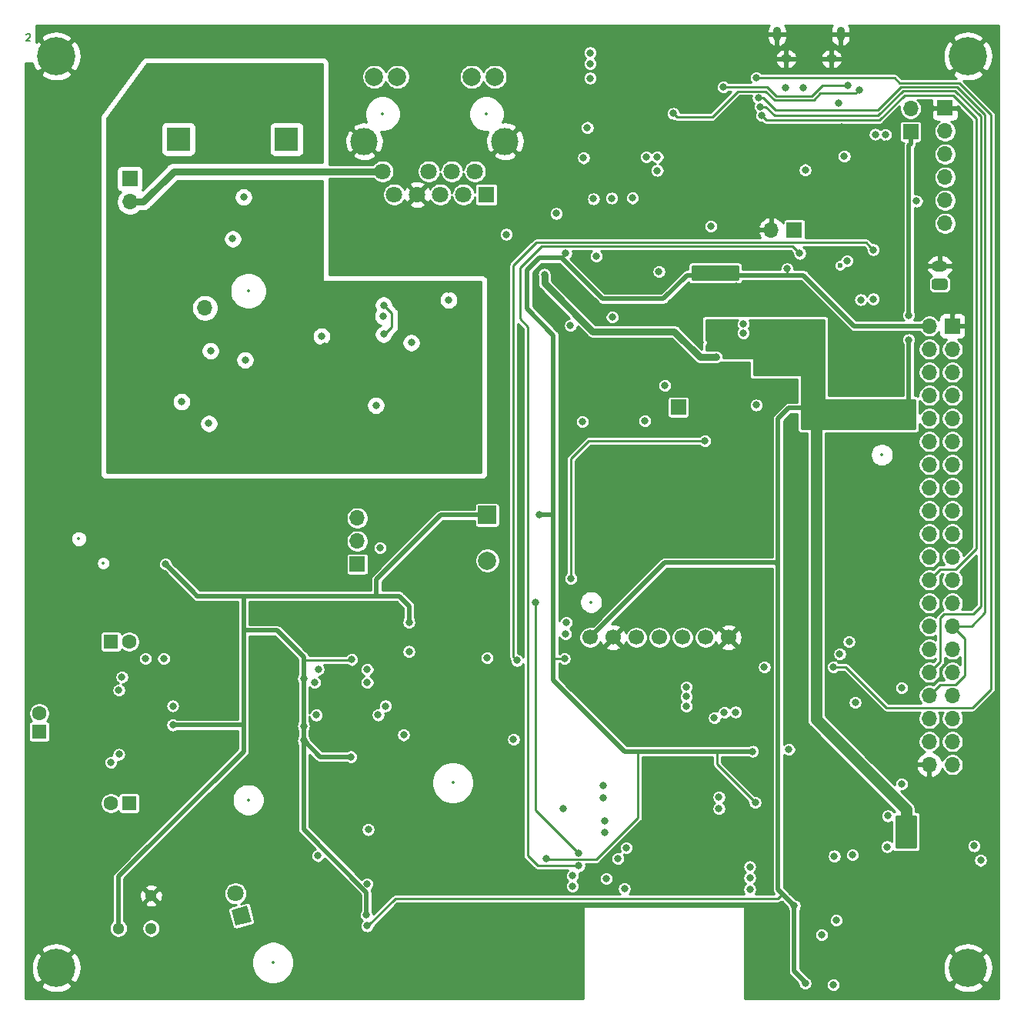
<source format=gbr>
G04 #@! TF.GenerationSoftware,KiCad,Pcbnew,5.1.7-a382d34a8~87~ubuntu18.04.1*
G04 #@! TF.CreationDate,2021-01-18T13:43:01-05:00*
G04 #@! TF.ProjectId,SD1,5344312e-6b69-4636-9164-5f7063625858,0*
G04 #@! TF.SameCoordinates,Original*
G04 #@! TF.FileFunction,Copper,L2,Inr*
G04 #@! TF.FilePolarity,Positive*
%FSLAX46Y46*%
G04 Gerber Fmt 4.6, Leading zero omitted, Abs format (unit mm)*
G04 Created by KiCad (PCBNEW 5.1.7-a382d34a8~87~ubuntu18.04.1) date 2021-01-18 13:43:01*
%MOMM*%
%LPD*%
G01*
G04 APERTURE LIST*
G04 #@! TA.AperFunction,NonConductor*
%ADD10C,0.190500*%
G04 #@! TD*
G04 #@! TA.AperFunction,ComponentPad*
%ADD11O,1.700000X1.700000*%
G04 #@! TD*
G04 #@! TA.AperFunction,ComponentPad*
%ADD12R,1.700000X1.700000*%
G04 #@! TD*
G04 #@! TA.AperFunction,ComponentPad*
%ADD13R,1.600000X1.600000*%
G04 #@! TD*
G04 #@! TA.AperFunction,ComponentPad*
%ADD14C,1.600000*%
G04 #@! TD*
G04 #@! TA.AperFunction,ComponentPad*
%ADD15C,0.100000*%
G04 #@! TD*
G04 #@! TA.AperFunction,ComponentPad*
%ADD16C,1.800000*%
G04 #@! TD*
G04 #@! TA.AperFunction,ComponentPad*
%ADD17O,0.890000X1.550000*%
G04 #@! TD*
G04 #@! TA.AperFunction,ComponentPad*
%ADD18O,1.250000X0.950000*%
G04 #@! TD*
G04 #@! TA.AperFunction,ComponentPad*
%ADD19C,3.000000*%
G04 #@! TD*
G04 #@! TA.AperFunction,ComponentPad*
%ADD20C,2.000000*%
G04 #@! TD*
G04 #@! TA.AperFunction,ComponentPad*
%ADD21R,1.800000X1.800000*%
G04 #@! TD*
G04 #@! TA.AperFunction,ComponentPad*
%ADD22R,2.000000X2.000000*%
G04 #@! TD*
G04 #@! TA.AperFunction,ComponentPad*
%ADD23C,1.300000*%
G04 #@! TD*
G04 #@! TA.AperFunction,ComponentPad*
%ADD24C,2.600000*%
G04 #@! TD*
G04 #@! TA.AperFunction,ComponentPad*
%ADD25R,2.600000X2.600000*%
G04 #@! TD*
G04 #@! TA.AperFunction,ComponentPad*
%ADD26O,1.750000X1.200000*%
G04 #@! TD*
G04 #@! TA.AperFunction,ComponentPad*
%ADD27C,4.200000*%
G04 #@! TD*
G04 #@! TA.AperFunction,ComponentPad*
%ADD28C,1.700000*%
G04 #@! TD*
G04 #@! TA.AperFunction,ViaPad*
%ADD29C,0.800000*%
G04 #@! TD*
G04 #@! TA.AperFunction,ViaPad*
%ADD30C,0.600000*%
G04 #@! TD*
G04 #@! TA.AperFunction,Conductor*
%ADD31C,0.508000*%
G04 #@! TD*
G04 #@! TA.AperFunction,Conductor*
%ADD32C,0.250000*%
G04 #@! TD*
G04 #@! TA.AperFunction,Conductor*
%ADD33C,0.762000*%
G04 #@! TD*
G04 #@! TA.AperFunction,Conductor*
%ADD34C,1.270000*%
G04 #@! TD*
G04 #@! TA.AperFunction,Conductor*
%ADD35C,0.254000*%
G04 #@! TD*
G04 #@! TA.AperFunction,Conductor*
%ADD36C,0.100000*%
G04 #@! TD*
%ADD37C,0.350000*%
%ADD38O,0.500000X1.150000*%
%ADD39O,0.850000X0.550000*%
G04 APERTURE END LIST*
D10*
X116082285Y-7888618D02*
X116118571Y-7852333D01*
X116191142Y-7816047D01*
X116372571Y-7816047D01*
X116445142Y-7852333D01*
X116481428Y-7888618D01*
X116517714Y-7961190D01*
X116517714Y-8033761D01*
X116481428Y-8142618D01*
X116046000Y-8578047D01*
X116517714Y-8578047D01*
D11*
G04 #@! TO.N,N/C*
G04 #@! TO.C,U101*
X215460000Y-50160000D03*
X218000000Y-52700000D03*
X215460000Y-52700000D03*
X218000000Y-55240000D03*
G04 #@! TO.N,+3V3*
X215460000Y-40000000D03*
G04 #@! TO.N,N/C*
X215460000Y-42540000D03*
X218000000Y-47620000D03*
X218000000Y-42540000D03*
X218000000Y-50160000D03*
D12*
G04 #@! TO.N,GND*
X218000000Y-40000000D03*
D11*
G04 #@! TO.N,N/C*
X215460000Y-47620000D03*
X218000000Y-45080000D03*
X215460000Y-45080000D03*
X215460000Y-55240000D03*
X218000000Y-57780000D03*
X215460000Y-57780000D03*
X218000000Y-60320000D03*
X215460000Y-60320000D03*
X218000000Y-62860000D03*
X215460000Y-62860000D03*
G04 #@! TO.N,/~LCD_RESET*
X218000000Y-65400000D03*
G04 #@! TO.N,N/C*
X215460000Y-65400000D03*
G04 #@! TO.N,/~LCD_CS*
X218000000Y-67940000D03*
G04 #@! TO.N,SPI_SCK*
X215460000Y-67940000D03*
G04 #@! TO.N,/LCD_DC*
X218000000Y-70480000D03*
G04 #@! TO.N,Net-(JP101-Pad1)*
X215460000Y-70480000D03*
G04 #@! TO.N,SPI_MOSI*
X218000000Y-73020000D03*
G04 #@! TO.N,Net-(JP102-Pad1)*
X215460000Y-73020000D03*
G04 #@! TO.N,/LCD_BACKLIGHT*
X218000000Y-75560000D03*
G04 #@! TO.N,I2C_SCL*
X215460000Y-75560000D03*
G04 #@! TO.N,I2C_SDA*
X218000000Y-78100000D03*
G04 #@! TO.N,SPI_MISO*
X215460000Y-78100000D03*
G04 #@! TO.N,SPI_SCK*
X218000000Y-80640000D03*
G04 #@! TO.N,SPI_MOSI*
X215460000Y-80640000D03*
G04 #@! TO.N,/SD_CS*
X218000000Y-83180000D03*
G04 #@! TO.N,/FONT_CS*
X215460000Y-83180000D03*
G04 #@! TO.N,N/C*
X218000000Y-85720000D03*
X215460000Y-85720000D03*
G04 #@! TO.N,/CTP_INT*
X218000000Y-88260000D03*
G04 #@! TO.N,GND*
X215460000Y-88260000D03*
G04 #@! TD*
D13*
G04 #@! TO.N,Net-(U601-Pad1)*
G04 #@! TO.C,U601*
X127400000Y-92515000D03*
D14*
X125400000Y-92515000D03*
G04 #@! TO.N,Net-(U601-Pad5)*
X127400000Y-74725000D03*
D13*
G04 #@! TO.N,Net-(U601-Pad4)*
X125400000Y-74735000D03*
D14*
G04 #@! TO.N,Net-(U601-Pad2)*
X117510000Y-82625000D03*
D13*
X117510000Y-84625000D03*
G04 #@! TD*
G04 #@! TA.AperFunction,ComponentPad*
D15*
G04 #@! TO.N,Net-(D701-Pad1)*
G04 #@! TO.C,D701*
G36*
X140859702Y-105520637D02*
G01*
X139121036Y-105986511D01*
X138655162Y-104247845D01*
X140393828Y-103781971D01*
X140859702Y-105520637D01*
G37*
G04 #@! TD.AperFunction*
D16*
G04 #@! TO.N,Net-(D701-Pad2)*
X139100032Y-102430789D03*
G04 #@! TD*
D17*
G04 #@! TO.N,GND*
G04 #@! TO.C,J403*
X198700000Y-7880000D03*
X205700000Y-7880000D03*
D18*
X199700000Y-10580000D03*
X204700000Y-10580000D03*
G04 #@! TD*
D19*
G04 #@! TO.N,GND*
G04 #@! TO.C,J201*
X153260000Y-19680000D03*
X168760000Y-19680000D03*
D20*
G04 #@! TO.N,Net-(J201-Pad14)*
X154380000Y-12570000D03*
G04 #@! TO.N,+3V3*
X156920000Y-12570000D03*
G04 #@! TO.N,Net-(J201-Pad12)*
X165100000Y-12570000D03*
D16*
G04 #@! TO.N,/Eth + PoE/PoE Flyback/VN*
X155290000Y-22980000D03*
G04 #@! TO.N,/Eth + PoE/PoE Flyback/VP*
X156560000Y-25520000D03*
G04 #@! TO.N,GND*
X159100000Y-25520000D03*
G04 #@! TO.N,Net-(C214-Pad1)*
X160370000Y-22980000D03*
G04 #@! TO.N,Net-(C215-Pad1)*
X161640000Y-25520000D03*
G04 #@! TO.N,Net-(C212-Pad1)*
X162910000Y-22980000D03*
G04 #@! TO.N,Net-(C213-Pad1)*
X164180000Y-25520000D03*
G04 #@! TO.N,/Eth + PoE/ETH_TX_N*
X165450000Y-22980000D03*
D20*
G04 #@! TO.N,+3V3*
X167640000Y-12570000D03*
D21*
G04 #@! TO.N,/Eth + PoE/ETH_TX_P*
X166720000Y-25520000D03*
G04 #@! TD*
D20*
G04 #@! TO.N,Net-(LS101-Pad2)*
G04 #@! TO.C,LS101*
X166800000Y-65800000D03*
D22*
G04 #@! TO.N,+3V3*
X166800000Y-60800000D03*
G04 #@! TD*
D12*
G04 #@! TO.N,GND*
G04 #@! TO.C,J402*
X217200000Y-16000000D03*
D11*
G04 #@! TO.N,/Debug and Serial/WMCU_RTS*
X217200000Y-18540000D03*
G04 #@! TO.N,/Debug and Serial/5V_USB*
X217200000Y-21080000D03*
G04 #@! TO.N,/DIO12_RXD*
X217200000Y-23620000D03*
G04 #@! TO.N,/DIO13_TXD*
X217200000Y-26160000D03*
G04 #@! TO.N,/WMCU_CTS*
X217200000Y-28700000D03*
G04 #@! TD*
D23*
G04 #@! TO.N,+3V3*
G04 #@! TO.C,U106*
X126215948Y-106279251D03*
G04 #@! TO.N,/PIR_SENSE*
X129808051Y-106279251D03*
G04 #@! TO.N,GND*
X129808051Y-102687149D03*
G04 #@! TD*
D24*
G04 #@! TO.N,GNDD*
G04 #@! TO.C,J301*
X140020000Y-16430000D03*
X144720000Y-13430000D03*
D25*
G04 #@! TO.N,/Eth + PoE/PoE Flyback/DC_FROM_AC*
X144720000Y-19430000D03*
G04 #@! TD*
G04 #@! TO.N,/Eth + PoE/PoE Flyback/DC_BARREL*
G04 #@! TO.C,J302*
X132820000Y-19420000D03*
D24*
G04 #@! TO.N,GNDD*
X132820000Y-13420000D03*
X128120000Y-16420000D03*
G04 #@! TD*
D11*
G04 #@! TO.N,Net-(J303-Pad2)*
G04 #@! TO.C,J303*
X135740000Y-38000000D03*
D12*
G04 #@! TO.N,GNDD*
X133200000Y-38000000D03*
G04 #@! TD*
G04 #@! TO.N,/Eth + PoE/PoE Flyback/VP*
G04 #@! TO.C,J304*
X127480000Y-23790000D03*
D11*
G04 #@! TO.N,/Eth + PoE/PoE Flyback/VN*
X127480000Y-26330000D03*
G04 #@! TD*
D12*
G04 #@! TO.N,+BATT*
G04 #@! TO.C,J802*
X200600000Y-29400000D03*
D11*
G04 #@! TO.N,GND*
X198060000Y-29400000D03*
G04 #@! TD*
G04 #@! TO.N,/Debug and Serial/5V_USB*
G04 #@! TO.C,JP401*
X213400000Y-16060000D03*
D12*
G04 #@! TO.N,+5V*
X213400000Y-18600000D03*
G04 #@! TD*
G04 #@! TO.N,5V_Main*
G04 #@! TO.C,TP301*
X187860000Y-48920000D03*
G04 #@! TD*
G04 #@! TO.N,+BATT*
G04 #@! TO.C,J801*
G04 #@! TA.AperFunction,ComponentPad*
G36*
G01*
X217225001Y-36000000D02*
X215974999Y-36000000D01*
G75*
G02*
X215725000Y-35750001I0J249999D01*
G01*
X215725000Y-35049999D01*
G75*
G02*
X215974999Y-34800000I249999J0D01*
G01*
X217225001Y-34800000D01*
G75*
G02*
X217475000Y-35049999I0J-249999D01*
G01*
X217475000Y-35750001D01*
G75*
G02*
X217225001Y-36000000I-249999J0D01*
G01*
G37*
G04 #@! TD.AperFunction*
D26*
G04 #@! TO.N,GND*
X216600000Y-33400000D03*
G04 #@! TD*
D12*
G04 #@! TO.N,/SPKR_Alt*
G04 #@! TO.C,JP104*
X152500000Y-66200000D03*
D11*
G04 #@! TO.N,/SPKR_DRIVE*
X152500000Y-63660000D03*
G04 #@! TO.N,/SPKR*
X152500000Y-61120000D03*
G04 #@! TD*
D27*
G04 #@! TO.N,GND*
G04 #@! TO.C,MK101*
X119380000Y-10287000D03*
G04 #@! TD*
G04 #@! TO.N,GND*
G04 #@! TO.C,MK102*
X219710000Y-10287000D03*
G04 #@! TD*
G04 #@! TO.N,GND*
G04 #@! TO.C,MK103*
X219710000Y-110617000D03*
G04 #@! TD*
G04 #@! TO.N,GND*
G04 #@! TO.C,MK104*
X119380000Y-110617000D03*
G04 #@! TD*
D28*
G04 #@! TO.N,+5V*
G04 #@! TO.C,U104*
X178129540Y-74260960D03*
G04 #@! TO.N,GND*
X180669540Y-74260960D03*
G04 #@! TO.N,I2C_SCL*
X183209540Y-74260960D03*
G04 #@! TO.N,I2C_SDA*
X185749540Y-74260960D03*
G04 #@! TO.N,N/C*
X188289540Y-74260960D03*
X190829540Y-74260960D03*
G04 #@! TO.N,GND*
X193369540Y-74260960D03*
G04 #@! TD*
D29*
G04 #@! TO.N,GND*
X173720000Y-18520000D03*
X173720000Y-20720000D03*
X173720000Y-23920000D03*
X161320000Y-31520000D03*
X162920000Y-31520000D03*
X205800000Y-19200000D03*
X190760000Y-50320000D03*
X190260000Y-41820000D03*
X149040047Y-95417213D03*
X158199994Y-74200000D03*
X142600000Y-79400000D03*
X156600000Y-64600000D03*
X156600000Y-68400000D03*
X170500000Y-75600000D03*
X205800000Y-18075043D03*
X194200000Y-24700000D03*
X194200000Y-17300000D03*
X186200000Y-20200000D03*
X196000000Y-85800000D03*
X196000000Y-84900000D03*
X192500000Y-85800000D03*
X192500000Y-84900000D03*
X210700010Y-19973643D03*
X205200000Y-39800000D03*
X205200000Y-41000000D03*
X205200000Y-42200000D03*
X205200000Y-43400000D03*
X205200000Y-44600000D03*
X205200000Y-46000000D03*
X195200000Y-35616500D03*
X194200000Y-35600000D03*
X195200000Y-36616500D03*
X194200000Y-36616500D03*
X197800000Y-33416500D03*
X196800000Y-33400000D03*
X196800000Y-32400000D03*
X197800000Y-32400000D03*
D30*
X210399990Y-36000000D03*
X210399992Y-35100000D03*
X210349196Y-34349200D03*
D29*
X201900000Y-103800000D03*
X201900000Y-101200000D03*
X213400000Y-100100000D03*
X213400000Y-101000000D03*
X213400000Y-101900000D03*
X213400000Y-102800000D03*
X212400000Y-100100000D03*
X212400000Y-101900000D03*
X212400000Y-102800000D03*
X212400000Y-101000000D03*
X195000000Y-39750000D03*
X195000000Y-40750000D03*
X206300000Y-107000000D03*
X207800000Y-107000000D03*
X185300000Y-38200000D03*
X177500000Y-38200000D03*
X190313378Y-18411772D03*
X148700000Y-101200000D03*
X208500000Y-97900000D03*
X197800000Y-96200000D03*
X197800000Y-97200000D03*
X197800000Y-94600000D03*
G04 #@! TO.N,+3V3*
X178120000Y-9920000D03*
X185520000Y-21370000D03*
X153566096Y-101380103D03*
X191800000Y-34400000D03*
X146600000Y-78800000D03*
X146600000Y-84000000D03*
X146600000Y-85600000D03*
X151800000Y-87400000D03*
X131400000Y-66200000D03*
X153492060Y-104807940D03*
X132200000Y-83900000D03*
X158200000Y-72600000D03*
X196000000Y-86800000D03*
X151900000Y-76700000D03*
X178500000Y-26000000D03*
X191400000Y-29000000D03*
X158200000Y-75800000D03*
D30*
X191800000Y-33600000D03*
D29*
X200000000Y-86600000D03*
X175300000Y-76600000D03*
X172500000Y-60800000D03*
D30*
X192700000Y-33600000D03*
D29*
X175460019Y-31974746D03*
X199800000Y-33700006D03*
X173299992Y-98600008D03*
X196300002Y-92400000D03*
G04 #@! TO.N,GNDD*
X138080000Y-53960000D03*
X139080000Y-53960000D03*
X140080000Y-53960000D03*
X141080000Y-53960000D03*
X142080000Y-53960000D03*
X154800000Y-54600000D03*
X151800000Y-54600000D03*
X150800000Y-54600000D03*
X153800000Y-54600000D03*
X152800000Y-54600000D03*
X148960000Y-43120000D03*
X145360000Y-45920000D03*
X141960000Y-43920000D03*
X141960000Y-42920000D03*
X141760000Y-48520000D03*
X140760000Y-48520000D03*
X139760000Y-48520000D03*
X138760000Y-48520000D03*
X162360000Y-46120000D03*
X162560000Y-35920000D03*
X148960000Y-42200000D03*
G04 #@! TO.N,/DIO17_TDI*
X181200000Y-98600000D03*
X205000001Y-98320178D03*
G04 #@! TO.N,/DIO16_TDO*
X182100000Y-97400000D03*
X207000000Y-98200000D03*
G04 #@! TO.N,/DIO13_TXD*
X192300002Y-91840000D03*
G04 #@! TO.N,/DIO12_RXD*
X192300000Y-93110000D03*
G04 #@! TO.N,SPI_MISO*
X212400000Y-79800000D03*
X196870826Y-15846393D03*
G04 #@! TO.N,SPI_SCK*
X196995072Y-16838656D03*
G04 #@! TO.N,SPI_MOSI*
X196633213Y-14875021D03*
G04 #@! TO.N,GNDA*
X180520000Y-25920000D03*
X177820000Y-18144990D03*
X177402201Y-21497454D03*
X182799998Y-25900000D03*
G04 #@! TO.N,/Eth + PoE/PoE Flyback/VSS_FILT*
X136160000Y-50720000D03*
X133160000Y-48320000D03*
G04 #@! TO.N,/Eth + PoE/ETH_3V3A*
X174400000Y-27599990D03*
X168900000Y-29900000D03*
G04 #@! TO.N,/Eth + PoE/PoE Flyback/APD*
X136360000Y-42720000D03*
G04 #@! TO.N,/Eth + PoE/LINK_LED*
X185520000Y-22870000D03*
X178120000Y-12720000D03*
G04 #@! TO.N,/Eth + PoE/ACT_LED*
X184320000Y-21370000D03*
X178120000Y-11120000D03*
G04 #@! TO.N,/Debug and Serial/5V_USB*
X206100000Y-21300000D03*
X201800000Y-22800000D03*
X205500000Y-15500000D03*
G04 #@! TO.N,/Debug and Serial/USB_DP*
X199599992Y-13763333D03*
X210622571Y-18920759D03*
G04 #@! TO.N,/Debug and Serial/USB_DN*
X201581662Y-13763333D03*
X209500000Y-18899992D03*
G04 #@! TO.N,/Debug and Serial/WMCU_RTS*
X214054010Y-26245990D03*
G04 #@! TO.N,Net-(C302-Pad1)*
X140160000Y-43720000D03*
G04 #@! TO.N,I2C_SDA*
X126274980Y-87130473D03*
X203600000Y-107000000D03*
X205200000Y-105400000D03*
X148200000Y-77800000D03*
X153600000Y-77800000D03*
X175500000Y-72600000D03*
X205600000Y-76100000D03*
X195700006Y-101999998D03*
X181899996Y-101900000D03*
X176200000Y-100500000D03*
G04 #@! TO.N,I2C_SCL*
X125400000Y-88000000D03*
X147800000Y-79200000D03*
X153599994Y-79200000D03*
X155600000Y-81800000D03*
X204900000Y-112500000D03*
X206622590Y-74749430D03*
X175190000Y-93110000D03*
X175422590Y-73879969D03*
X176170998Y-101629002D03*
G04 #@! TO.N,+1V8*
X153709781Y-95417213D03*
G04 #@! TO.N,+5V*
X213300000Y-94300000D03*
D30*
X196400000Y-39900000D03*
D29*
X153600000Y-106000000D03*
X196400000Y-48689998D03*
X196600000Y-44800000D03*
X213200000Y-48400000D03*
X206800000Y-49000000D03*
D30*
X191586200Y-40293200D03*
X192300000Y-40293200D03*
D29*
X213300000Y-95200000D03*
X213300000Y-96100000D03*
X213300000Y-97000000D03*
X212400000Y-94300000D03*
X212400000Y-97000000D03*
X212400000Y-95200000D03*
X212400000Y-96100000D03*
X201800000Y-112300000D03*
X213200014Y-38800000D03*
X213200002Y-41500006D03*
X196560000Y-42750000D03*
X210500000Y-48950000D03*
D30*
X191600000Y-39600000D03*
D29*
X200600000Y-103800000D03*
X213200000Y-49800000D03*
D30*
X192300000Y-39600000D03*
G04 #@! TO.N,+BATT*
X205615200Y-33315210D03*
D29*
X206400000Y-32800000D03*
X178800000Y-32300000D03*
G04 #@! TO.N,/EXT_Sleep*
X191800006Y-83100000D03*
X188701624Y-81847357D03*
G04 #@! TO.N,/WMCU_RTS*
X179600000Y-90600000D03*
G04 #@! TO.N,5V_MainDet*
X190760000Y-52620000D03*
X176000000Y-67800000D03*
X172093590Y-70400000D03*
X176838617Y-98045189D03*
G04 #@! TO.N,/FONT_CS*
X194122590Y-82477410D03*
X188701624Y-79700000D03*
G04 #@! TO.N,/CO_ADC*
X132200000Y-81800000D03*
G04 #@! TO.N,/~ETH_RST*
X197300000Y-77524979D03*
X196426014Y-12675456D03*
X204900000Y-77500000D03*
G04 #@! TO.N,/VOC_INT*
X148000000Y-82800000D03*
X154800000Y-82800000D03*
G04 #@! TO.N,/LCD_BACKLIGHT*
X212400000Y-90400000D03*
X179729002Y-94429002D03*
G04 #@! TO.N,/SD_CS*
X192900000Y-82500000D03*
X188701624Y-80775003D03*
G04 #@! TO.N,5V_Main*
X186360000Y-46520000D03*
X184160000Y-50420000D03*
X192000000Y-43400000D03*
X173100000Y-34300000D03*
X185700000Y-34000000D03*
G04 #@! TO.N,Net-(D305-Pad1)*
X140000000Y-25800000D03*
X138800000Y-30400000D03*
G04 #@! TO.N,/WMCU_CTS*
X179600000Y-91900000D03*
G04 #@! TO.N,/SPKR_DRIVE*
X155000000Y-64400000D03*
X157600000Y-85000000D03*
G04 #@! TO.N,/ETH_CS*
X195700000Y-99500000D03*
X220400000Y-97200000D03*
X207750000Y-14000000D03*
X187300000Y-16600000D03*
G04 #@! TO.N,/~ETH_INT*
X195700000Y-100700000D03*
X192800000Y-13700000D03*
X221100000Y-98800000D03*
X206500000Y-13500000D03*
G04 #@! TO.N,/IO_INT*
X166800000Y-76500000D03*
X169700000Y-85500004D03*
G04 #@! TO.N,EN_5V_BST*
X170100000Y-76800000D03*
X209278915Y-37021085D03*
X209300000Y-31600000D03*
G04 #@! TO.N,/RGBW_DOUT*
X210800000Y-97300000D03*
X179900000Y-100800000D03*
G04 #@! TO.N,/CTP_INT*
X179700000Y-95700000D03*
X210900000Y-93900004D03*
G04 #@! TO.N,/~LCD_CS*
X207300000Y-81400000D03*
G04 #@! TO.N,Net-(C306-Pad1)*
X154560000Y-48720000D03*
G04 #@! TO.N,Net-(C314-Pad2)*
X180560000Y-39020000D03*
G04 #@! TO.N,Net-(C318-Pad2)*
X162560000Y-37120000D03*
G04 #@! TO.N,Net-(C602-Pad1)*
X129200000Y-76600000D03*
G04 #@! TO.N,Net-(C602-Pad2)*
X131200000Y-76600000D03*
G04 #@! TO.N,Net-(C703-Pad1)*
X148177943Y-98290895D03*
G04 #@! TO.N,Net-(D308-Pad2)*
X177260000Y-50520000D03*
G04 #@! TO.N,Net-(JP802-Pad2)*
X207900000Y-37099982D03*
G04 #@! TO.N,Net-(Q303-Pad2)*
X158460000Y-41820000D03*
X155400000Y-40900000D03*
X155400000Y-37700000D03*
G04 #@! TO.N,Net-(Q303-Pad3)*
X148560000Y-41120000D03*
G04 #@! TO.N,Net-(Q303-Pad1)*
X155360000Y-38920000D03*
G04 #@! TO.N,Net-(R313-Pad2)*
X175960000Y-39920000D03*
G04 #@! TO.N,Net-(TP601-Pad1)*
X126600000Y-78600000D03*
G04 #@! TO.N,Net-(U601-Pad1)*
X126262597Y-80054259D03*
G04 #@! TO.N,BATT_Det*
X176900000Y-99400000D03*
X201200000Y-32000000D03*
G04 #@! TD*
D31*
G04 #@! TO.N,+3V3*
X146600000Y-85600000D02*
X146600000Y-84000000D01*
X146600000Y-84000000D02*
X146600000Y-78800000D01*
X148400000Y-87400000D02*
X146600000Y-85600000D01*
X151800000Y-87400000D02*
X148400000Y-87400000D01*
X143700000Y-73500000D02*
X144350000Y-74150000D01*
X140000000Y-73500000D02*
X143700000Y-73500000D01*
X146600000Y-76400000D02*
X144350000Y-74150000D01*
X140000000Y-69700000D02*
X140000000Y-73500000D01*
X153492060Y-102292060D02*
X153492060Y-104807940D01*
X146600000Y-85600000D02*
X146600000Y-95400000D01*
X146600000Y-95400000D02*
X153492060Y-102292060D01*
X134450000Y-69250000D02*
X131400000Y-66200000D01*
X134900000Y-69700000D02*
X134450000Y-69250000D01*
D32*
X146600000Y-76800000D02*
X151800000Y-76800000D01*
X151800000Y-76800000D02*
X151900000Y-76700000D01*
D31*
X146600000Y-78800000D02*
X146600000Y-76800000D01*
X146600000Y-76800000D02*
X146600000Y-76400000D01*
X154600000Y-69700000D02*
X134900000Y-69700000D01*
X192100000Y-86800000D02*
X196000000Y-86800000D01*
X183400000Y-86800000D02*
X192100000Y-86800000D01*
X181900000Y-86800000D02*
X183400000Y-86800000D01*
X174100000Y-79000000D02*
X181900000Y-86800000D01*
D32*
X174100000Y-76600000D02*
X175300000Y-76600000D01*
D31*
X174100000Y-76600000D02*
X174100000Y-79000000D01*
X174100000Y-75900000D02*
X174100000Y-76600000D01*
X174100000Y-60800000D02*
X172500000Y-60800000D01*
X174100000Y-60800000D02*
X174100000Y-75900000D01*
X154600000Y-67900000D02*
X154600000Y-69700000D01*
X166800000Y-60800000D02*
X161700000Y-60800000D01*
X161700000Y-60800000D02*
X154600000Y-67900000D01*
X154600000Y-69700000D02*
X157100000Y-69700000D01*
X158200000Y-70800000D02*
X158200000Y-72600000D01*
X157100000Y-69700000D02*
X158200000Y-70800000D01*
X140000000Y-83900000D02*
X132200000Y-83900000D01*
X140000000Y-86800000D02*
X140000000Y-83900000D01*
X126215948Y-106279251D02*
X126215948Y-100584052D01*
X126215948Y-100584052D02*
X140000000Y-86800000D01*
X140000000Y-73500000D02*
X140000000Y-83900000D01*
X192365685Y-34400000D02*
X191800000Y-34400000D01*
X215460000Y-40000000D02*
X207200000Y-40000000D01*
X207200000Y-40000000D02*
X201600000Y-34400000D01*
D32*
X199800000Y-34400000D02*
X199800000Y-33700006D01*
D31*
X201600000Y-34400000D02*
X199800000Y-34400000D01*
X199800000Y-34400000D02*
X192365685Y-34400000D01*
D32*
X175034765Y-32400000D02*
X175460019Y-31974746D01*
X174500000Y-32400000D02*
X175034765Y-32400000D01*
D31*
X174100000Y-41000000D02*
X174100000Y-60800000D01*
X171200000Y-38100000D02*
X174100000Y-41000000D01*
X188800000Y-34400000D02*
X186200000Y-37000000D01*
X191800000Y-34400000D02*
X188800000Y-34400000D01*
X171200000Y-33850000D02*
X171200000Y-38100000D01*
X179500000Y-37000000D02*
X175000000Y-32500000D01*
X186200000Y-37000000D02*
X179500000Y-37000000D01*
X172550000Y-32500000D02*
X171200000Y-33850000D01*
X175000000Y-32500000D02*
X172550000Y-32500000D01*
D32*
X178777401Y-98722599D02*
X173422583Y-98722599D01*
X173422583Y-98722599D02*
X173299992Y-98600008D01*
X183400000Y-94100000D02*
X178777401Y-98722599D01*
X183400000Y-86800000D02*
X183400000Y-94100000D01*
X192100000Y-88199998D02*
X195900003Y-92000001D01*
X192100000Y-86800000D02*
X192100000Y-88199998D01*
X195900003Y-92000001D02*
X196300002Y-92400000D01*
G04 #@! TO.N,SPI_MISO*
X220263590Y-71700000D02*
X221099978Y-70863612D01*
X198440129Y-16850011D02*
X197436511Y-15846393D01*
X216675001Y-76924999D02*
X216675001Y-72124999D01*
X216675001Y-72124999D02*
X217100000Y-71700000D01*
X217100000Y-71700000D02*
X220263590Y-71700000D01*
X218288613Y-14125023D02*
X212547798Y-14125023D01*
X209822810Y-16850011D02*
X198440129Y-16850011D01*
X221099978Y-16936388D02*
X218288613Y-14125023D01*
X197436511Y-15846393D02*
X196870826Y-15846393D01*
X221099978Y-70863612D02*
X221099978Y-16936388D01*
X215400000Y-78200000D02*
X216675001Y-76924999D01*
X212547798Y-14125023D02*
X209822810Y-16850011D01*
G04 #@! TO.N,SPI_SCK*
X218060036Y-14575034D02*
X212734198Y-14575034D01*
X209959199Y-17350033D02*
X197506449Y-17350033D01*
X220649967Y-64489035D02*
X220649967Y-17164965D01*
X216635001Y-66764999D02*
X218374003Y-66764999D01*
X218374003Y-66764999D02*
X220649967Y-64489035D01*
X215400000Y-68000000D02*
X216635001Y-66764999D01*
X197506449Y-17350033D02*
X196995072Y-16838656D01*
X212734198Y-14575034D02*
X209959199Y-17350033D01*
X220649967Y-17164965D02*
X218060036Y-14575034D01*
G04 #@! TO.N,SPI_MOSI*
X219400000Y-78439002D02*
X219400000Y-74400000D01*
X218374003Y-79464999D02*
X219400000Y-78439002D01*
X219400000Y-74400000D02*
X218100000Y-73100000D01*
X215460000Y-80640000D02*
X216635001Y-79464999D01*
X216635001Y-79464999D02*
X218374003Y-79464999D01*
X221549989Y-16749989D02*
X218475012Y-13675012D01*
X218000000Y-73000000D02*
X220100000Y-73000000D01*
X218475012Y-13675012D02*
X212361399Y-13675012D01*
X212361399Y-13675012D02*
X209786400Y-16250011D01*
X220100000Y-73000000D02*
X221549989Y-71550011D01*
X198573888Y-16250011D02*
X197198898Y-14875021D01*
X221549989Y-71550011D02*
X221549989Y-16749989D01*
X209786400Y-16250011D02*
X198573888Y-16250011D01*
X197198898Y-14875021D02*
X196633213Y-14875021D01*
D33*
G04 #@! TO.N,/Eth + PoE/PoE Flyback/VN*
X132320000Y-22980000D02*
X155290000Y-22980000D01*
X127480000Y-26330000D02*
X128970000Y-26330000D01*
X128970000Y-26330000D02*
X132320000Y-22980000D01*
D34*
G04 #@! TO.N,+5V*
X212900000Y-93200000D02*
X212900000Y-96600000D01*
X203000000Y-50500000D02*
X203000000Y-83300000D01*
X203000000Y-83300000D02*
X212900000Y-93200000D01*
X206800000Y-49000000D02*
X204500000Y-49000000D01*
X204500000Y-49000000D02*
X203000000Y-50500000D01*
D31*
X198800000Y-50200000D02*
X200000000Y-49000000D01*
X200000000Y-49000000D02*
X206800000Y-49000000D01*
X198545250Y-66045250D02*
X198800000Y-66300000D01*
X186345250Y-66045250D02*
X198545250Y-66045250D01*
X198800000Y-66300000D02*
X198800000Y-50200000D01*
X178129540Y-74260960D02*
X186345250Y-66045250D01*
X213400000Y-18600000D02*
X213400000Y-19958000D01*
X213200014Y-20157986D02*
X213200014Y-38800000D01*
X213400000Y-19958000D02*
X213200014Y-20157986D01*
X213200000Y-48400000D02*
X213200000Y-41500008D01*
X213200000Y-41500008D02*
X213200002Y-41500006D01*
X200600000Y-103800000D02*
X200600000Y-111000000D01*
X201800000Y-112200000D02*
X201800000Y-112300000D01*
X200600000Y-111000000D02*
X201800000Y-112200000D01*
X199700000Y-102900000D02*
X200600000Y-103800000D01*
X198800000Y-66300000D02*
X198800000Y-102000000D01*
X198800000Y-102000000D02*
X199700000Y-102900000D01*
D32*
X198800000Y-103000000D02*
X199300000Y-102500000D01*
X156700000Y-103000000D02*
X198800000Y-103000000D01*
X153600000Y-106000000D02*
X153700000Y-106000000D01*
X153700000Y-106000000D02*
X156700000Y-103000000D01*
G04 #@! TO.N,5V_MainDet*
X176000000Y-67800000D02*
X176000000Y-54600000D01*
X176000000Y-54600000D02*
X177980000Y-52620000D01*
X177980000Y-52620000D02*
X190760000Y-52620000D01*
X172093590Y-93300162D02*
X176838617Y-98045189D01*
X172093590Y-70400000D02*
X172093590Y-93300162D01*
G04 #@! TO.N,/~ETH_RST*
X210750000Y-82000000D02*
X206250000Y-77500000D01*
X211625454Y-12675456D02*
X212174999Y-13225001D01*
X196426014Y-12675456D02*
X211625454Y-12675456D01*
X222250000Y-16748012D02*
X222250000Y-79950000D01*
X212174999Y-13225001D02*
X218726989Y-13225001D01*
X220200000Y-82000000D02*
X210750000Y-82000000D01*
X222250000Y-79950000D02*
X220200000Y-82000000D01*
X206250000Y-77500000D02*
X204900000Y-77500000D01*
X218726989Y-13225001D02*
X222250000Y-16748012D01*
D33*
G04 #@! TO.N,5V_Main*
X173100000Y-35300000D02*
X173100000Y-34300000D01*
X187400000Y-40600000D02*
X178400000Y-40600000D01*
X178400000Y-40600000D02*
X173100000Y-35300000D01*
X192000000Y-43400000D02*
X190200000Y-43400000D01*
X190200000Y-43400000D02*
X187400000Y-40600000D01*
D32*
G04 #@! TO.N,/ETH_CS*
X198413599Y-15150009D02*
X197413601Y-14150011D01*
X187699999Y-16999999D02*
X187300000Y-16600000D01*
X194423707Y-14150011D02*
X191573719Y-16999999D01*
X191573719Y-16999999D02*
X187699999Y-16999999D01*
X203475001Y-14399999D02*
X202724991Y-15150009D01*
X207350001Y-14399999D02*
X203475001Y-14399999D01*
X202724991Y-15150009D02*
X198413599Y-15150009D01*
X197413601Y-14150011D02*
X194423707Y-14150011D01*
X207750000Y-14000000D02*
X207350001Y-14399999D01*
G04 #@! TO.N,/~ETH_INT*
X203675000Y-13500000D02*
X206500000Y-13500000D01*
X198600000Y-14700000D02*
X202475000Y-14700000D01*
X202475000Y-14700000D02*
X203675000Y-13500000D01*
X197600000Y-13700000D02*
X198600000Y-14700000D01*
X192800000Y-13700000D02*
X197600000Y-13700000D01*
G04 #@! TO.N,EN_5V_BST*
X208497589Y-30797589D02*
X208900001Y-31200001D01*
X172202411Y-30797589D02*
X208497589Y-30797589D01*
X169700001Y-76400001D02*
X169700001Y-33299999D01*
X170100000Y-76800000D02*
X169700001Y-76400001D01*
X169700001Y-33299999D02*
X172202411Y-30797589D01*
X208900001Y-31200001D02*
X209300000Y-31600000D01*
G04 #@! TO.N,Net-(Q303-Pad2)*
X156300000Y-38600000D02*
X155400000Y-37700000D01*
X156300000Y-40100000D02*
X156300000Y-38600000D01*
X155400000Y-40900000D02*
X155500000Y-40900000D01*
X155500000Y-40900000D02*
X156300000Y-40100000D01*
G04 #@! TO.N,BATT_Det*
X171300000Y-98300000D02*
X171300000Y-40100000D01*
X171300000Y-40100000D02*
X170400000Y-39200000D01*
X170400000Y-33600000D02*
X172800000Y-31200000D01*
X176900000Y-99400000D02*
X172400000Y-99400000D01*
X172800000Y-31200000D02*
X200400000Y-31200000D01*
X200800001Y-31600001D02*
X201200000Y-32000000D01*
X170400000Y-39200000D02*
X170400000Y-33600000D01*
X172400000Y-99400000D02*
X171300000Y-98300000D01*
X200400000Y-31200000D02*
X200800001Y-31600001D01*
G04 #@! TD*
D35*
G04 #@! TO.N,GND*
X197750810Y-7019369D02*
X197665528Y-7214743D01*
X197620000Y-7423000D01*
X197620000Y-7753000D01*
X198573000Y-7753000D01*
X198573000Y-7733000D01*
X198827000Y-7733000D01*
X198827000Y-7753000D01*
X199780000Y-7753000D01*
X199780000Y-7423000D01*
X199734472Y-7214743D01*
X199649190Y-7019369D01*
X199571695Y-6908000D01*
X204828305Y-6908000D01*
X204750810Y-7019369D01*
X204665528Y-7214743D01*
X204620000Y-7423000D01*
X204620000Y-7753000D01*
X205573000Y-7753000D01*
X205573000Y-7733000D01*
X205827000Y-7733000D01*
X205827000Y-7753000D01*
X206780000Y-7753000D01*
X206780000Y-7423000D01*
X206734472Y-7214743D01*
X206649190Y-7019369D01*
X206571695Y-6908000D01*
X223089001Y-6908000D01*
X223089000Y-113996000D01*
X195127000Y-113996000D01*
X195127000Y-104000000D01*
X195124560Y-103975224D01*
X195117333Y-103951399D01*
X195105597Y-103929443D01*
X195089803Y-103910197D01*
X195070557Y-103894403D01*
X195048601Y-103882667D01*
X195024776Y-103875440D01*
X195000000Y-103873000D01*
X177500000Y-103873000D01*
X177475224Y-103875440D01*
X177451399Y-103882667D01*
X177429443Y-103894403D01*
X177410197Y-103910197D01*
X177394403Y-103929443D01*
X177382667Y-103951399D01*
X177375440Y-103975224D01*
X177373000Y-104000000D01*
X177373000Y-113996000D01*
X116001000Y-113996000D01*
X116001000Y-112535640D01*
X117640965Y-112535640D01*
X117869099Y-112912641D01*
X118345989Y-113163292D01*
X118862614Y-113316092D01*
X119399122Y-113365167D01*
X119934896Y-113308631D01*
X120449345Y-113148657D01*
X120890901Y-112912641D01*
X121119035Y-112535640D01*
X119380000Y-110796605D01*
X117640965Y-112535640D01*
X116001000Y-112535640D01*
X116001000Y-110636122D01*
X116631833Y-110636122D01*
X116688369Y-111171896D01*
X116848343Y-111686345D01*
X117084359Y-112127901D01*
X117461360Y-112356035D01*
X119200395Y-110617000D01*
X119559605Y-110617000D01*
X121298640Y-112356035D01*
X121675641Y-112127901D01*
X121926292Y-111651011D01*
X122079092Y-111134386D01*
X122128167Y-110597878D01*
X122071631Y-110062104D01*
X121994964Y-109815553D01*
X140881256Y-109815553D01*
X140881256Y-110276689D01*
X140971219Y-110728965D01*
X141147689Y-111155000D01*
X141403883Y-111538421D01*
X141729956Y-111864494D01*
X142113377Y-112120688D01*
X142539412Y-112297158D01*
X142991688Y-112387121D01*
X143452824Y-112387121D01*
X143905100Y-112297158D01*
X144331135Y-112120688D01*
X144714556Y-111864494D01*
X145040629Y-111538421D01*
X145296823Y-111155000D01*
X145473293Y-110728965D01*
X145563256Y-110276689D01*
X145563256Y-109815553D01*
X145473293Y-109363277D01*
X145296823Y-108937242D01*
X145040629Y-108553821D01*
X144714556Y-108227748D01*
X144331135Y-107971554D01*
X143905100Y-107795084D01*
X143452824Y-107705121D01*
X142991688Y-107705121D01*
X142539412Y-107795084D01*
X142113377Y-107971554D01*
X141729956Y-108227748D01*
X141403883Y-108553821D01*
X141147689Y-108937242D01*
X140971219Y-109363277D01*
X140881256Y-109815553D01*
X121994964Y-109815553D01*
X121911657Y-109547655D01*
X121675641Y-109106099D01*
X121298640Y-108877965D01*
X119559605Y-110617000D01*
X119200395Y-110617000D01*
X117461360Y-108877965D01*
X117084359Y-109106099D01*
X116833708Y-109582989D01*
X116680908Y-110099614D01*
X116631833Y-110636122D01*
X116001000Y-110636122D01*
X116001000Y-108698360D01*
X117640965Y-108698360D01*
X119380000Y-110437395D01*
X121119035Y-108698360D01*
X120890901Y-108321359D01*
X120414011Y-108070708D01*
X119897386Y-107917908D01*
X119360878Y-107868833D01*
X118825104Y-107925369D01*
X118310655Y-108085343D01*
X117869099Y-108321359D01*
X117640965Y-108698360D01*
X116001000Y-108698360D01*
X116001000Y-106177706D01*
X125184948Y-106177706D01*
X125184948Y-106380796D01*
X125224568Y-106579983D01*
X125302287Y-106767613D01*
X125415118Y-106936475D01*
X125558724Y-107080081D01*
X125727586Y-107192912D01*
X125915216Y-107270631D01*
X126114403Y-107310251D01*
X126317493Y-107310251D01*
X126516680Y-107270631D01*
X126704310Y-107192912D01*
X126873172Y-107080081D01*
X127016778Y-106936475D01*
X127129609Y-106767613D01*
X127207328Y-106579983D01*
X127246948Y-106380796D01*
X127246948Y-106177706D01*
X128777051Y-106177706D01*
X128777051Y-106380796D01*
X128816671Y-106579983D01*
X128894390Y-106767613D01*
X129007221Y-106936475D01*
X129150827Y-107080081D01*
X129319689Y-107192912D01*
X129507319Y-107270631D01*
X129706506Y-107310251D01*
X129909596Y-107310251D01*
X130108783Y-107270631D01*
X130296413Y-107192912D01*
X130465275Y-107080081D01*
X130608881Y-106936475D01*
X130721712Y-106767613D01*
X130799431Y-106579983D01*
X130839051Y-106380796D01*
X130839051Y-106177706D01*
X130799431Y-105978519D01*
X130721712Y-105790889D01*
X130608881Y-105622027D01*
X130465275Y-105478421D01*
X130296413Y-105365590D01*
X130108783Y-105287871D01*
X129909596Y-105248251D01*
X129706506Y-105248251D01*
X129507319Y-105287871D01*
X129319689Y-105365590D01*
X129150827Y-105478421D01*
X129007221Y-105622027D01*
X128894390Y-105790889D01*
X128816671Y-105978519D01*
X128777051Y-106177706D01*
X127246948Y-106177706D01*
X127207328Y-105978519D01*
X127129609Y-105790889D01*
X127016778Y-105622027D01*
X126873172Y-105478421D01*
X126850948Y-105463571D01*
X126850948Y-103572676D01*
X129102129Y-103572676D01*
X129155517Y-103801350D01*
X129385425Y-103907244D01*
X129631575Y-103966251D01*
X129884506Y-103976101D01*
X130134500Y-103936419D01*
X130371947Y-103848727D01*
X130460585Y-103801350D01*
X130513973Y-103572676D01*
X129808051Y-102866754D01*
X129102129Y-103572676D01*
X126850948Y-103572676D01*
X126850948Y-102763604D01*
X128519099Y-102763604D01*
X128558781Y-103013598D01*
X128646473Y-103251045D01*
X128693850Y-103339683D01*
X128922524Y-103393071D01*
X129628446Y-102687149D01*
X129987656Y-102687149D01*
X130693578Y-103393071D01*
X130922252Y-103339683D01*
X131028146Y-103109775D01*
X131087153Y-102863625D01*
X131097003Y-102610694D01*
X131057321Y-102360700D01*
X131036611Y-102304622D01*
X137819032Y-102304622D01*
X137819032Y-102556956D01*
X137868260Y-102804443D01*
X137964825Y-103037570D01*
X138105014Y-103247379D01*
X138283442Y-103425807D01*
X138493251Y-103565996D01*
X138726378Y-103662561D01*
X138973865Y-103711789D01*
X139176559Y-103711789D01*
X138556075Y-103878047D01*
X138485835Y-103904484D01*
X138422102Y-103944115D01*
X138367325Y-103995419D01*
X138323610Y-104056423D01*
X138292636Y-104124784D01*
X138275594Y-104197874D01*
X138273139Y-104272884D01*
X138285364Y-104346932D01*
X138751238Y-106085598D01*
X138777675Y-106155838D01*
X138817306Y-106219571D01*
X138868610Y-106274348D01*
X138929614Y-106318063D01*
X138997975Y-106349037D01*
X139071065Y-106366079D01*
X139146075Y-106368534D01*
X139220123Y-106356309D01*
X140958789Y-105890435D01*
X141029029Y-105863998D01*
X141092762Y-105824367D01*
X141147539Y-105773063D01*
X141191254Y-105712059D01*
X141222228Y-105643698D01*
X141239270Y-105570608D01*
X141241725Y-105495598D01*
X141229500Y-105421550D01*
X140763626Y-103682884D01*
X140737189Y-103612644D01*
X140697558Y-103548911D01*
X140646254Y-103494134D01*
X140585250Y-103450419D01*
X140516889Y-103419445D01*
X140443799Y-103402403D01*
X140368789Y-103399948D01*
X140294741Y-103412173D01*
X139681436Y-103576507D01*
X139706813Y-103565996D01*
X139916622Y-103425807D01*
X140095050Y-103247379D01*
X140235239Y-103037570D01*
X140331804Y-102804443D01*
X140381032Y-102556956D01*
X140381032Y-102304622D01*
X140331804Y-102057135D01*
X140235239Y-101824008D01*
X140095050Y-101614199D01*
X139916622Y-101435771D01*
X139706813Y-101295582D01*
X139473686Y-101199017D01*
X139226199Y-101149789D01*
X138973865Y-101149789D01*
X138726378Y-101199017D01*
X138493251Y-101295582D01*
X138283442Y-101435771D01*
X138105014Y-101614199D01*
X137964825Y-101824008D01*
X137868260Y-102057135D01*
X137819032Y-102304622D01*
X131036611Y-102304622D01*
X130969629Y-102123253D01*
X130922252Y-102034615D01*
X130693578Y-101981227D01*
X129987656Y-102687149D01*
X129628446Y-102687149D01*
X128922524Y-101981227D01*
X128693850Y-102034615D01*
X128587956Y-102264523D01*
X128528949Y-102510673D01*
X128519099Y-102763604D01*
X126850948Y-102763604D01*
X126850948Y-101801622D01*
X129102129Y-101801622D01*
X129808051Y-102507544D01*
X130513973Y-101801622D01*
X130460585Y-101572948D01*
X130230677Y-101467054D01*
X129984527Y-101408047D01*
X129731596Y-101398197D01*
X129481602Y-101437879D01*
X129244155Y-101525571D01*
X129155517Y-101572948D01*
X129102129Y-101801622D01*
X126850948Y-101801622D01*
X126850948Y-100847076D01*
X135743437Y-91954587D01*
X138719000Y-91954587D01*
X138719000Y-92305413D01*
X138787443Y-92649498D01*
X138921699Y-92973620D01*
X139116607Y-93265321D01*
X139364679Y-93513393D01*
X139656380Y-93708301D01*
X139980502Y-93842557D01*
X140324587Y-93911000D01*
X140675413Y-93911000D01*
X141019498Y-93842557D01*
X141343620Y-93708301D01*
X141635321Y-93513393D01*
X141883393Y-93265321D01*
X142078301Y-92973620D01*
X142212557Y-92649498D01*
X142281000Y-92305413D01*
X142281000Y-91954587D01*
X142212557Y-91610502D01*
X142078301Y-91286380D01*
X141883393Y-90994679D01*
X141635321Y-90746607D01*
X141343620Y-90551699D01*
X141019498Y-90417443D01*
X140675413Y-90349000D01*
X140324587Y-90349000D01*
X139980502Y-90417443D01*
X139656380Y-90551699D01*
X139364679Y-90746607D01*
X139116607Y-90994679D01*
X138921699Y-91286380D01*
X138787443Y-91610502D01*
X138719000Y-91954587D01*
X135743437Y-91954587D01*
X140426956Y-87271069D01*
X140451185Y-87251185D01*
X140488574Y-87205627D01*
X140530537Y-87154495D01*
X140551076Y-87116069D01*
X140589502Y-87044180D01*
X140625812Y-86924482D01*
X140635000Y-86831192D01*
X140635000Y-86831182D01*
X140638071Y-86800001D01*
X140635000Y-86768820D01*
X140635000Y-83931192D01*
X140638072Y-83900000D01*
X140635000Y-83868808D01*
X140635000Y-74135000D01*
X143436975Y-74135000D01*
X143923043Y-74621069D01*
X143923054Y-74621078D01*
X145965000Y-76663026D01*
X145965000Y-76831191D01*
X145965001Y-76831201D01*
X145965000Y-78344582D01*
X145907887Y-78430058D01*
X145849013Y-78572191D01*
X145819000Y-78723078D01*
X145819000Y-78876922D01*
X145849013Y-79027809D01*
X145907887Y-79169942D01*
X145965001Y-79255419D01*
X145965000Y-83544582D01*
X145907887Y-83630058D01*
X145849013Y-83772191D01*
X145819000Y-83923078D01*
X145819000Y-84076922D01*
X145849013Y-84227809D01*
X145907887Y-84369942D01*
X145965001Y-84455419D01*
X145965000Y-85144582D01*
X145907887Y-85230058D01*
X145849013Y-85372191D01*
X145819000Y-85523078D01*
X145819000Y-85676922D01*
X145849013Y-85827809D01*
X145907887Y-85969942D01*
X145965000Y-86055418D01*
X145965001Y-95368809D01*
X145961929Y-95400000D01*
X145974189Y-95524481D01*
X146010498Y-95644179D01*
X146010499Y-95644180D01*
X146069464Y-95754494D01*
X146148816Y-95851185D01*
X146173046Y-95871070D01*
X147873590Y-97571614D01*
X147808001Y-97598782D01*
X147680084Y-97684253D01*
X147571301Y-97793036D01*
X147485830Y-97920953D01*
X147426956Y-98063086D01*
X147396943Y-98213973D01*
X147396943Y-98367817D01*
X147426956Y-98518704D01*
X147485830Y-98660837D01*
X147571301Y-98788754D01*
X147680084Y-98897537D01*
X147808001Y-98983008D01*
X147950134Y-99041882D01*
X148101021Y-99071895D01*
X148254865Y-99071895D01*
X148405752Y-99041882D01*
X148547885Y-98983008D01*
X148675802Y-98897537D01*
X148784585Y-98788754D01*
X148870056Y-98660837D01*
X148897224Y-98595249D01*
X152857060Y-102555086D01*
X152857061Y-104352521D01*
X152799947Y-104437998D01*
X152741073Y-104580131D01*
X152711060Y-104731018D01*
X152711060Y-104884862D01*
X152741073Y-105035749D01*
X152799947Y-105177882D01*
X152885418Y-105305799D01*
X152994201Y-105414582D01*
X153046184Y-105449315D01*
X152993358Y-105502141D01*
X152907887Y-105630058D01*
X152849013Y-105772191D01*
X152819000Y-105923078D01*
X152819000Y-106076922D01*
X152849013Y-106227809D01*
X152907887Y-106369942D01*
X152993358Y-106497859D01*
X153102141Y-106606642D01*
X153230058Y-106692113D01*
X153372191Y-106750987D01*
X153523078Y-106781000D01*
X153676922Y-106781000D01*
X153827809Y-106750987D01*
X153969942Y-106692113D01*
X154097859Y-106606642D01*
X154206642Y-106497859D01*
X154292113Y-106369942D01*
X154350987Y-106227809D01*
X154381000Y-106076922D01*
X154381000Y-106034591D01*
X156909592Y-103506000D01*
X198775154Y-103506000D01*
X198800000Y-103508447D01*
X198824846Y-103506000D01*
X198824854Y-103506000D01*
X198899193Y-103498678D01*
X198994575Y-103469745D01*
X199082479Y-103422759D01*
X199159527Y-103359527D01*
X199175376Y-103340215D01*
X199208783Y-103306808D01*
X199273043Y-103371068D01*
X199273048Y-103371072D01*
X199828957Y-103926982D01*
X199849013Y-104027809D01*
X199907887Y-104169942D01*
X199965000Y-104255418D01*
X199965001Y-110968809D01*
X199961929Y-111000000D01*
X199965001Y-111031191D01*
X199965001Y-111031192D01*
X199974189Y-111124482D01*
X199983447Y-111155000D01*
X200010498Y-111244179D01*
X200010499Y-111244180D01*
X200069464Y-111354494D01*
X200148816Y-111451185D01*
X200173046Y-111471070D01*
X201019000Y-112317025D01*
X201019000Y-112376922D01*
X201049013Y-112527809D01*
X201107887Y-112669942D01*
X201193358Y-112797859D01*
X201302141Y-112906642D01*
X201430058Y-112992113D01*
X201572191Y-113050987D01*
X201723078Y-113081000D01*
X201876922Y-113081000D01*
X202027809Y-113050987D01*
X202169942Y-112992113D01*
X202297859Y-112906642D01*
X202406642Y-112797859D01*
X202492113Y-112669942D01*
X202550987Y-112527809D01*
X202571819Y-112423078D01*
X204119000Y-112423078D01*
X204119000Y-112576922D01*
X204149013Y-112727809D01*
X204207887Y-112869942D01*
X204293358Y-112997859D01*
X204402141Y-113106642D01*
X204530058Y-113192113D01*
X204672191Y-113250987D01*
X204823078Y-113281000D01*
X204976922Y-113281000D01*
X205127809Y-113250987D01*
X205269942Y-113192113D01*
X205397859Y-113106642D01*
X205506642Y-112997859D01*
X205592113Y-112869942D01*
X205650987Y-112727809D01*
X205681000Y-112576922D01*
X205681000Y-112535640D01*
X217970965Y-112535640D01*
X218199099Y-112912641D01*
X218675989Y-113163292D01*
X219192614Y-113316092D01*
X219729122Y-113365167D01*
X220264896Y-113308631D01*
X220779345Y-113148657D01*
X221220901Y-112912641D01*
X221449035Y-112535640D01*
X219710000Y-110796605D01*
X217970965Y-112535640D01*
X205681000Y-112535640D01*
X205681000Y-112423078D01*
X205650987Y-112272191D01*
X205592113Y-112130058D01*
X205506642Y-112002141D01*
X205397859Y-111893358D01*
X205269942Y-111807887D01*
X205127809Y-111749013D01*
X204976922Y-111719000D01*
X204823078Y-111719000D01*
X204672191Y-111749013D01*
X204530058Y-111807887D01*
X204402141Y-111893358D01*
X204293358Y-112002141D01*
X204207887Y-112130058D01*
X204149013Y-112272191D01*
X204119000Y-112423078D01*
X202571819Y-112423078D01*
X202581000Y-112376922D01*
X202581000Y-112223078D01*
X202550987Y-112072191D01*
X202492113Y-111930058D01*
X202406642Y-111802141D01*
X202297859Y-111693358D01*
X202169942Y-111607887D01*
X202060635Y-111562610D01*
X201235000Y-110736976D01*
X201235000Y-110636122D01*
X216961833Y-110636122D01*
X217018369Y-111171896D01*
X217178343Y-111686345D01*
X217414359Y-112127901D01*
X217791360Y-112356035D01*
X219530395Y-110617000D01*
X219889605Y-110617000D01*
X221628640Y-112356035D01*
X222005641Y-112127901D01*
X222256292Y-111651011D01*
X222409092Y-111134386D01*
X222458167Y-110597878D01*
X222401631Y-110062104D01*
X222241657Y-109547655D01*
X222005641Y-109106099D01*
X221628640Y-108877965D01*
X219889605Y-110617000D01*
X219530395Y-110617000D01*
X217791360Y-108877965D01*
X217414359Y-109106099D01*
X217163708Y-109582989D01*
X217010908Y-110099614D01*
X216961833Y-110636122D01*
X201235000Y-110636122D01*
X201235000Y-108698360D01*
X217970965Y-108698360D01*
X219710000Y-110437395D01*
X221449035Y-108698360D01*
X221220901Y-108321359D01*
X220744011Y-108070708D01*
X220227386Y-107917908D01*
X219690878Y-107868833D01*
X219155104Y-107925369D01*
X218640655Y-108085343D01*
X218199099Y-108321359D01*
X217970965Y-108698360D01*
X201235000Y-108698360D01*
X201235000Y-106923078D01*
X202819000Y-106923078D01*
X202819000Y-107076922D01*
X202849013Y-107227809D01*
X202907887Y-107369942D01*
X202993358Y-107497859D01*
X203102141Y-107606642D01*
X203230058Y-107692113D01*
X203372191Y-107750987D01*
X203523078Y-107781000D01*
X203676922Y-107781000D01*
X203827809Y-107750987D01*
X203969942Y-107692113D01*
X204097859Y-107606642D01*
X204206642Y-107497859D01*
X204292113Y-107369942D01*
X204350987Y-107227809D01*
X204381000Y-107076922D01*
X204381000Y-106923078D01*
X204350987Y-106772191D01*
X204292113Y-106630058D01*
X204206642Y-106502141D01*
X204097859Y-106393358D01*
X203969942Y-106307887D01*
X203827809Y-106249013D01*
X203676922Y-106219000D01*
X203523078Y-106219000D01*
X203372191Y-106249013D01*
X203230058Y-106307887D01*
X203102141Y-106393358D01*
X202993358Y-106502141D01*
X202907887Y-106630058D01*
X202849013Y-106772191D01*
X202819000Y-106923078D01*
X201235000Y-106923078D01*
X201235000Y-105323078D01*
X204419000Y-105323078D01*
X204419000Y-105476922D01*
X204449013Y-105627809D01*
X204507887Y-105769942D01*
X204593358Y-105897859D01*
X204702141Y-106006642D01*
X204830058Y-106092113D01*
X204972191Y-106150987D01*
X205123078Y-106181000D01*
X205276922Y-106181000D01*
X205427809Y-106150987D01*
X205569942Y-106092113D01*
X205697859Y-106006642D01*
X205806642Y-105897859D01*
X205892113Y-105769942D01*
X205950987Y-105627809D01*
X205981000Y-105476922D01*
X205981000Y-105323078D01*
X205950987Y-105172191D01*
X205892113Y-105030058D01*
X205806642Y-104902141D01*
X205697859Y-104793358D01*
X205569942Y-104707887D01*
X205427809Y-104649013D01*
X205276922Y-104619000D01*
X205123078Y-104619000D01*
X204972191Y-104649013D01*
X204830058Y-104707887D01*
X204702141Y-104793358D01*
X204593358Y-104902141D01*
X204507887Y-105030058D01*
X204449013Y-105172191D01*
X204419000Y-105323078D01*
X201235000Y-105323078D01*
X201235000Y-104255418D01*
X201292113Y-104169942D01*
X201350987Y-104027809D01*
X201381000Y-103876922D01*
X201381000Y-103723078D01*
X201350987Y-103572191D01*
X201292113Y-103430058D01*
X201206642Y-103302141D01*
X201097859Y-103193358D01*
X200969942Y-103107887D01*
X200827809Y-103049013D01*
X200726982Y-103028957D01*
X200171072Y-102473048D01*
X200171068Y-102473043D01*
X199435000Y-101736976D01*
X199435000Y-98243256D01*
X204219001Y-98243256D01*
X204219001Y-98397100D01*
X204249014Y-98547987D01*
X204307888Y-98690120D01*
X204393359Y-98818037D01*
X204502142Y-98926820D01*
X204630059Y-99012291D01*
X204772192Y-99071165D01*
X204923079Y-99101178D01*
X205076923Y-99101178D01*
X205227810Y-99071165D01*
X205369943Y-99012291D01*
X205497860Y-98926820D01*
X205606643Y-98818037D01*
X205692114Y-98690120D01*
X205750988Y-98547987D01*
X205781001Y-98397100D01*
X205781001Y-98243256D01*
X205757097Y-98123078D01*
X206219000Y-98123078D01*
X206219000Y-98276922D01*
X206249013Y-98427809D01*
X206307887Y-98569942D01*
X206393358Y-98697859D01*
X206502141Y-98806642D01*
X206630058Y-98892113D01*
X206772191Y-98950987D01*
X206923078Y-98981000D01*
X207076922Y-98981000D01*
X207227809Y-98950987D01*
X207369942Y-98892113D01*
X207497859Y-98806642D01*
X207581423Y-98723078D01*
X220319000Y-98723078D01*
X220319000Y-98876922D01*
X220349013Y-99027809D01*
X220407887Y-99169942D01*
X220493358Y-99297859D01*
X220602141Y-99406642D01*
X220730058Y-99492113D01*
X220872191Y-99550987D01*
X221023078Y-99581000D01*
X221176922Y-99581000D01*
X221327809Y-99550987D01*
X221469942Y-99492113D01*
X221597859Y-99406642D01*
X221706642Y-99297859D01*
X221792113Y-99169942D01*
X221850987Y-99027809D01*
X221881000Y-98876922D01*
X221881000Y-98723078D01*
X221850987Y-98572191D01*
X221792113Y-98430058D01*
X221706642Y-98302141D01*
X221597859Y-98193358D01*
X221469942Y-98107887D01*
X221327809Y-98049013D01*
X221176922Y-98019000D01*
X221023078Y-98019000D01*
X220872191Y-98049013D01*
X220730058Y-98107887D01*
X220602141Y-98193358D01*
X220493358Y-98302141D01*
X220407887Y-98430058D01*
X220349013Y-98572191D01*
X220319000Y-98723078D01*
X207581423Y-98723078D01*
X207606642Y-98697859D01*
X207692113Y-98569942D01*
X207750987Y-98427809D01*
X207781000Y-98276922D01*
X207781000Y-98123078D01*
X207750987Y-97972191D01*
X207692113Y-97830058D01*
X207606642Y-97702141D01*
X207497859Y-97593358D01*
X207369942Y-97507887D01*
X207227809Y-97449013D01*
X207076922Y-97419000D01*
X206923078Y-97419000D01*
X206772191Y-97449013D01*
X206630058Y-97507887D01*
X206502141Y-97593358D01*
X206393358Y-97702141D01*
X206307887Y-97830058D01*
X206249013Y-97972191D01*
X206219000Y-98123078D01*
X205757097Y-98123078D01*
X205750988Y-98092369D01*
X205692114Y-97950236D01*
X205606643Y-97822319D01*
X205497860Y-97713536D01*
X205369943Y-97628065D01*
X205227810Y-97569191D01*
X205076923Y-97539178D01*
X204923079Y-97539178D01*
X204772192Y-97569191D01*
X204630059Y-97628065D01*
X204502142Y-97713536D01*
X204393359Y-97822319D01*
X204307888Y-97950236D01*
X204249014Y-98092369D01*
X204219001Y-98243256D01*
X199435000Y-98243256D01*
X199435000Y-87139501D01*
X199502141Y-87206642D01*
X199630058Y-87292113D01*
X199772191Y-87350987D01*
X199923078Y-87381000D01*
X200076922Y-87381000D01*
X200227809Y-87350987D01*
X200369942Y-87292113D01*
X200497859Y-87206642D01*
X200606642Y-87097859D01*
X200692113Y-86969942D01*
X200750987Y-86827809D01*
X200781000Y-86676922D01*
X200781000Y-86523078D01*
X200750987Y-86372191D01*
X200692113Y-86230058D01*
X200606642Y-86102141D01*
X200497859Y-85993358D01*
X200369942Y-85907887D01*
X200227809Y-85849013D01*
X200076922Y-85819000D01*
X199923078Y-85819000D01*
X199772191Y-85849013D01*
X199630058Y-85907887D01*
X199502141Y-85993358D01*
X199435000Y-86060499D01*
X199435000Y-66331189D01*
X199438072Y-66300000D01*
X199435000Y-66268808D01*
X199435000Y-50463024D01*
X200263025Y-49635000D01*
X200919000Y-49635000D01*
X200919000Y-51400000D01*
X200926321Y-51474329D01*
X200948002Y-51545802D01*
X200983210Y-51611672D01*
X201030592Y-51669408D01*
X201088328Y-51716790D01*
X201154198Y-51751998D01*
X201225671Y-51773679D01*
X201300000Y-51781000D01*
X201984000Y-51781000D01*
X201984001Y-83250088D01*
X201979085Y-83300000D01*
X201998702Y-83499170D01*
X202038407Y-83630058D01*
X202056799Y-83690687D01*
X202151141Y-83867190D01*
X202278105Y-84021896D01*
X202316868Y-84053708D01*
X211683759Y-93420600D01*
X211625671Y-93426321D01*
X211554198Y-93448002D01*
X211541734Y-93454664D01*
X211506642Y-93402145D01*
X211397859Y-93293362D01*
X211269942Y-93207891D01*
X211127809Y-93149017D01*
X210976922Y-93119004D01*
X210823078Y-93119004D01*
X210672191Y-93149017D01*
X210530058Y-93207891D01*
X210402141Y-93293362D01*
X210293358Y-93402145D01*
X210207887Y-93530062D01*
X210149013Y-93672195D01*
X210119000Y-93823082D01*
X210119000Y-93976926D01*
X210149013Y-94127813D01*
X210207887Y-94269946D01*
X210293358Y-94397863D01*
X210402141Y-94506646D01*
X210530058Y-94592117D01*
X210672191Y-94650991D01*
X210823078Y-94681004D01*
X210976922Y-94681004D01*
X211127809Y-94650991D01*
X211269942Y-94592117D01*
X211319000Y-94559338D01*
X211319000Y-96714499D01*
X211297859Y-96693358D01*
X211169942Y-96607887D01*
X211027809Y-96549013D01*
X210876922Y-96519000D01*
X210723078Y-96519000D01*
X210572191Y-96549013D01*
X210430058Y-96607887D01*
X210302141Y-96693358D01*
X210193358Y-96802141D01*
X210107887Y-96930058D01*
X210049013Y-97072191D01*
X210019000Y-97223078D01*
X210019000Y-97376922D01*
X210049013Y-97527809D01*
X210107887Y-97669942D01*
X210193358Y-97797859D01*
X210302141Y-97906642D01*
X210430058Y-97992113D01*
X210572191Y-98050987D01*
X210723078Y-98081000D01*
X210876922Y-98081000D01*
X211027809Y-98050987D01*
X211169942Y-97992113D01*
X211297859Y-97906642D01*
X211406642Y-97797859D01*
X211427869Y-97766090D01*
X211430592Y-97769408D01*
X211488328Y-97816790D01*
X211554198Y-97851998D01*
X211625671Y-97873679D01*
X211700000Y-97881000D01*
X214100000Y-97881000D01*
X214174329Y-97873679D01*
X214245802Y-97851998D01*
X214311672Y-97816790D01*
X214369408Y-97769408D01*
X214416790Y-97711672D01*
X214451998Y-97645802D01*
X214473679Y-97574329D01*
X214481000Y-97500000D01*
X214481000Y-97123078D01*
X219619000Y-97123078D01*
X219619000Y-97276922D01*
X219649013Y-97427809D01*
X219707887Y-97569942D01*
X219793358Y-97697859D01*
X219902141Y-97806642D01*
X220030058Y-97892113D01*
X220172191Y-97950987D01*
X220323078Y-97981000D01*
X220476922Y-97981000D01*
X220627809Y-97950987D01*
X220769942Y-97892113D01*
X220897859Y-97806642D01*
X221006642Y-97697859D01*
X221092113Y-97569942D01*
X221150987Y-97427809D01*
X221181000Y-97276922D01*
X221181000Y-97123078D01*
X221150987Y-96972191D01*
X221092113Y-96830058D01*
X221006642Y-96702141D01*
X220897859Y-96593358D01*
X220769942Y-96507887D01*
X220627809Y-96449013D01*
X220476922Y-96419000D01*
X220323078Y-96419000D01*
X220172191Y-96449013D01*
X220030058Y-96507887D01*
X219902141Y-96593358D01*
X219793358Y-96702141D01*
X219707887Y-96830058D01*
X219649013Y-96972191D01*
X219619000Y-97123078D01*
X214481000Y-97123078D01*
X214481000Y-93800000D01*
X214473679Y-93725671D01*
X214451998Y-93654198D01*
X214416790Y-93588328D01*
X214369408Y-93530592D01*
X214311672Y-93483210D01*
X214245802Y-93448002D01*
X214174329Y-93426321D01*
X214100000Y-93419000D01*
X213916000Y-93419000D01*
X213916000Y-93249893D01*
X213920914Y-93199999D01*
X213916000Y-93150105D01*
X213916000Y-93150098D01*
X213901298Y-93000829D01*
X213843202Y-92809313D01*
X213748860Y-92632810D01*
X213621896Y-92478104D01*
X213583133Y-92446292D01*
X212316540Y-91179700D01*
X212323078Y-91181000D01*
X212476922Y-91181000D01*
X212627809Y-91150987D01*
X212769942Y-91092113D01*
X212897859Y-91006642D01*
X213006642Y-90897859D01*
X213092113Y-90769942D01*
X213150987Y-90627809D01*
X213181000Y-90476922D01*
X213181000Y-90323078D01*
X213150987Y-90172191D01*
X213092113Y-90030058D01*
X213006642Y-89902141D01*
X212897859Y-89793358D01*
X212769942Y-89707887D01*
X212627809Y-89649013D01*
X212476922Y-89619000D01*
X212323078Y-89619000D01*
X212172191Y-89649013D01*
X212030058Y-89707887D01*
X211902141Y-89793358D01*
X211793358Y-89902141D01*
X211707887Y-90030058D01*
X211649013Y-90172191D01*
X211619000Y-90323078D01*
X211619000Y-90476922D01*
X211620300Y-90483460D01*
X209753730Y-88616890D01*
X214018524Y-88616890D01*
X214063175Y-88764099D01*
X214188359Y-89026920D01*
X214362412Y-89260269D01*
X214578645Y-89455178D01*
X214828748Y-89604157D01*
X215103109Y-89701481D01*
X215333000Y-89580814D01*
X215333000Y-88387000D01*
X214139845Y-88387000D01*
X214018524Y-88616890D01*
X209753730Y-88616890D01*
X209039950Y-87903110D01*
X214018524Y-87903110D01*
X214139845Y-88133000D01*
X215333000Y-88133000D01*
X215333000Y-88113000D01*
X215587000Y-88113000D01*
X215587000Y-88133000D01*
X215607000Y-88133000D01*
X215607000Y-88387000D01*
X215587000Y-88387000D01*
X215587000Y-89580814D01*
X215816891Y-89701481D01*
X216091252Y-89604157D01*
X216341355Y-89455178D01*
X216557588Y-89260269D01*
X216731641Y-89026920D01*
X216856825Y-88764099D01*
X216865091Y-88736846D01*
X216909102Y-88843097D01*
X217043820Y-89044717D01*
X217215283Y-89216180D01*
X217416903Y-89350898D01*
X217640931Y-89443693D01*
X217878757Y-89491000D01*
X218121243Y-89491000D01*
X218359069Y-89443693D01*
X218583097Y-89350898D01*
X218784717Y-89216180D01*
X218956180Y-89044717D01*
X219090898Y-88843097D01*
X219183693Y-88619069D01*
X219231000Y-88381243D01*
X219231000Y-88138757D01*
X219183693Y-87900931D01*
X219090898Y-87676903D01*
X218956180Y-87475283D01*
X218784717Y-87303820D01*
X218583097Y-87169102D01*
X218359069Y-87076307D01*
X218121243Y-87029000D01*
X217878757Y-87029000D01*
X217640931Y-87076307D01*
X217416903Y-87169102D01*
X217215283Y-87303820D01*
X217043820Y-87475283D01*
X216909102Y-87676903D01*
X216865091Y-87783154D01*
X216856825Y-87755901D01*
X216731641Y-87493080D01*
X216557588Y-87259731D01*
X216341355Y-87064822D01*
X216091252Y-86915843D01*
X215928832Y-86858228D01*
X216043097Y-86810898D01*
X216244717Y-86676180D01*
X216416180Y-86504717D01*
X216550898Y-86303097D01*
X216643693Y-86079069D01*
X216691000Y-85841243D01*
X216691000Y-85598757D01*
X216769000Y-85598757D01*
X216769000Y-85841243D01*
X216816307Y-86079069D01*
X216909102Y-86303097D01*
X217043820Y-86504717D01*
X217215283Y-86676180D01*
X217416903Y-86810898D01*
X217640931Y-86903693D01*
X217878757Y-86951000D01*
X218121243Y-86951000D01*
X218359069Y-86903693D01*
X218583097Y-86810898D01*
X218784717Y-86676180D01*
X218956180Y-86504717D01*
X219090898Y-86303097D01*
X219183693Y-86079069D01*
X219231000Y-85841243D01*
X219231000Y-85598757D01*
X219183693Y-85360931D01*
X219090898Y-85136903D01*
X218956180Y-84935283D01*
X218784717Y-84763820D01*
X218583097Y-84629102D01*
X218359069Y-84536307D01*
X218121243Y-84489000D01*
X217878757Y-84489000D01*
X217640931Y-84536307D01*
X217416903Y-84629102D01*
X217215283Y-84763820D01*
X217043820Y-84935283D01*
X216909102Y-85136903D01*
X216816307Y-85360931D01*
X216769000Y-85598757D01*
X216691000Y-85598757D01*
X216643693Y-85360931D01*
X216550898Y-85136903D01*
X216416180Y-84935283D01*
X216244717Y-84763820D01*
X216043097Y-84629102D01*
X215819069Y-84536307D01*
X215581243Y-84489000D01*
X215338757Y-84489000D01*
X215100931Y-84536307D01*
X214876903Y-84629102D01*
X214675283Y-84763820D01*
X214503820Y-84935283D01*
X214369102Y-85136903D01*
X214276307Y-85360931D01*
X214229000Y-85598757D01*
X214229000Y-85841243D01*
X214276307Y-86079069D01*
X214369102Y-86303097D01*
X214503820Y-86504717D01*
X214675283Y-86676180D01*
X214876903Y-86810898D01*
X214991168Y-86858228D01*
X214828748Y-86915843D01*
X214578645Y-87064822D01*
X214362412Y-87259731D01*
X214188359Y-87493080D01*
X214063175Y-87755901D01*
X214018524Y-87903110D01*
X209039950Y-87903110D01*
X204016000Y-82879160D01*
X204016000Y-81323078D01*
X206519000Y-81323078D01*
X206519000Y-81476922D01*
X206549013Y-81627809D01*
X206607887Y-81769942D01*
X206693358Y-81897859D01*
X206802141Y-82006642D01*
X206930058Y-82092113D01*
X207072191Y-82150987D01*
X207223078Y-82181000D01*
X207376922Y-82181000D01*
X207527809Y-82150987D01*
X207669942Y-82092113D01*
X207797859Y-82006642D01*
X207906642Y-81897859D01*
X207992113Y-81769942D01*
X208050987Y-81627809D01*
X208081000Y-81476922D01*
X208081000Y-81323078D01*
X208050987Y-81172191D01*
X207992113Y-81030058D01*
X207906642Y-80902141D01*
X207797859Y-80793358D01*
X207669942Y-80707887D01*
X207527809Y-80649013D01*
X207376922Y-80619000D01*
X207223078Y-80619000D01*
X207072191Y-80649013D01*
X206930058Y-80707887D01*
X206802141Y-80793358D01*
X206693358Y-80902141D01*
X206607887Y-81030058D01*
X206549013Y-81172191D01*
X206519000Y-81323078D01*
X204016000Y-81323078D01*
X204016000Y-74672508D01*
X205841590Y-74672508D01*
X205841590Y-74826352D01*
X205871603Y-74977239D01*
X205930477Y-75119372D01*
X206015948Y-75247289D01*
X206124731Y-75356072D01*
X206252648Y-75441543D01*
X206394781Y-75500417D01*
X206545668Y-75530430D01*
X206699512Y-75530430D01*
X206850399Y-75500417D01*
X206992532Y-75441543D01*
X207120449Y-75356072D01*
X207229232Y-75247289D01*
X207314703Y-75119372D01*
X207373577Y-74977239D01*
X207403590Y-74826352D01*
X207403590Y-74672508D01*
X207373577Y-74521621D01*
X207314703Y-74379488D01*
X207229232Y-74251571D01*
X207120449Y-74142788D01*
X206992532Y-74057317D01*
X206850399Y-73998443D01*
X206699512Y-73968430D01*
X206545668Y-73968430D01*
X206394781Y-73998443D01*
X206252648Y-74057317D01*
X206124731Y-74142788D01*
X206015948Y-74251571D01*
X205930477Y-74379488D01*
X205871603Y-74521621D01*
X205841590Y-74672508D01*
X204016000Y-74672508D01*
X204016000Y-70358757D01*
X214229000Y-70358757D01*
X214229000Y-70601243D01*
X214276307Y-70839069D01*
X214369102Y-71063097D01*
X214503820Y-71264717D01*
X214675283Y-71436180D01*
X214876903Y-71570898D01*
X215100931Y-71663693D01*
X215338757Y-71711000D01*
X215581243Y-71711000D01*
X215819069Y-71663693D01*
X216043097Y-71570898D01*
X216244717Y-71436180D01*
X216416180Y-71264717D01*
X216550898Y-71063097D01*
X216643693Y-70839069D01*
X216691000Y-70601243D01*
X216691000Y-70358757D01*
X216643693Y-70120931D01*
X216550898Y-69896903D01*
X216416180Y-69695283D01*
X216244717Y-69523820D01*
X216043097Y-69389102D01*
X215819069Y-69296307D01*
X215581243Y-69249000D01*
X215338757Y-69249000D01*
X215100931Y-69296307D01*
X214876903Y-69389102D01*
X214675283Y-69523820D01*
X214503820Y-69695283D01*
X214369102Y-69896903D01*
X214276307Y-70120931D01*
X214229000Y-70358757D01*
X204016000Y-70358757D01*
X204016000Y-65278757D01*
X214229000Y-65278757D01*
X214229000Y-65521243D01*
X214276307Y-65759069D01*
X214369102Y-65983097D01*
X214503820Y-66184717D01*
X214675283Y-66356180D01*
X214876903Y-66490898D01*
X215100931Y-66583693D01*
X215338757Y-66631000D01*
X215581243Y-66631000D01*
X215819069Y-66583693D01*
X216043097Y-66490898D01*
X216244717Y-66356180D01*
X216416180Y-66184717D01*
X216550898Y-65983097D01*
X216643693Y-65759069D01*
X216691000Y-65521243D01*
X216691000Y-65278757D01*
X216643693Y-65040931D01*
X216550898Y-64816903D01*
X216416180Y-64615283D01*
X216244717Y-64443820D01*
X216043097Y-64309102D01*
X215819069Y-64216307D01*
X215581243Y-64169000D01*
X215338757Y-64169000D01*
X215100931Y-64216307D01*
X214876903Y-64309102D01*
X214675283Y-64443820D01*
X214503820Y-64615283D01*
X214369102Y-64816903D01*
X214276307Y-65040931D01*
X214229000Y-65278757D01*
X204016000Y-65278757D01*
X204016000Y-62738757D01*
X214229000Y-62738757D01*
X214229000Y-62981243D01*
X214276307Y-63219069D01*
X214369102Y-63443097D01*
X214503820Y-63644717D01*
X214675283Y-63816180D01*
X214876903Y-63950898D01*
X215100931Y-64043693D01*
X215338757Y-64091000D01*
X215581243Y-64091000D01*
X215819069Y-64043693D01*
X216043097Y-63950898D01*
X216244717Y-63816180D01*
X216416180Y-63644717D01*
X216550898Y-63443097D01*
X216643693Y-63219069D01*
X216691000Y-62981243D01*
X216691000Y-62738757D01*
X216769000Y-62738757D01*
X216769000Y-62981243D01*
X216816307Y-63219069D01*
X216909102Y-63443097D01*
X217043820Y-63644717D01*
X217215283Y-63816180D01*
X217416903Y-63950898D01*
X217640931Y-64043693D01*
X217878757Y-64091000D01*
X218121243Y-64091000D01*
X218359069Y-64043693D01*
X218583097Y-63950898D01*
X218784717Y-63816180D01*
X218956180Y-63644717D01*
X219090898Y-63443097D01*
X219183693Y-63219069D01*
X219231000Y-62981243D01*
X219231000Y-62738757D01*
X219183693Y-62500931D01*
X219090898Y-62276903D01*
X218956180Y-62075283D01*
X218784717Y-61903820D01*
X218583097Y-61769102D01*
X218359069Y-61676307D01*
X218121243Y-61629000D01*
X217878757Y-61629000D01*
X217640931Y-61676307D01*
X217416903Y-61769102D01*
X217215283Y-61903820D01*
X217043820Y-62075283D01*
X216909102Y-62276903D01*
X216816307Y-62500931D01*
X216769000Y-62738757D01*
X216691000Y-62738757D01*
X216643693Y-62500931D01*
X216550898Y-62276903D01*
X216416180Y-62075283D01*
X216244717Y-61903820D01*
X216043097Y-61769102D01*
X215819069Y-61676307D01*
X215581243Y-61629000D01*
X215338757Y-61629000D01*
X215100931Y-61676307D01*
X214876903Y-61769102D01*
X214675283Y-61903820D01*
X214503820Y-62075283D01*
X214369102Y-62276903D01*
X214276307Y-62500931D01*
X214229000Y-62738757D01*
X204016000Y-62738757D01*
X204016000Y-60198757D01*
X214229000Y-60198757D01*
X214229000Y-60441243D01*
X214276307Y-60679069D01*
X214369102Y-60903097D01*
X214503820Y-61104717D01*
X214675283Y-61276180D01*
X214876903Y-61410898D01*
X215100931Y-61503693D01*
X215338757Y-61551000D01*
X215581243Y-61551000D01*
X215819069Y-61503693D01*
X216043097Y-61410898D01*
X216244717Y-61276180D01*
X216416180Y-61104717D01*
X216550898Y-60903097D01*
X216643693Y-60679069D01*
X216691000Y-60441243D01*
X216691000Y-60198757D01*
X216769000Y-60198757D01*
X216769000Y-60441243D01*
X216816307Y-60679069D01*
X216909102Y-60903097D01*
X217043820Y-61104717D01*
X217215283Y-61276180D01*
X217416903Y-61410898D01*
X217640931Y-61503693D01*
X217878757Y-61551000D01*
X218121243Y-61551000D01*
X218359069Y-61503693D01*
X218583097Y-61410898D01*
X218784717Y-61276180D01*
X218956180Y-61104717D01*
X219090898Y-60903097D01*
X219183693Y-60679069D01*
X219231000Y-60441243D01*
X219231000Y-60198757D01*
X219183693Y-59960931D01*
X219090898Y-59736903D01*
X218956180Y-59535283D01*
X218784717Y-59363820D01*
X218583097Y-59229102D01*
X218359069Y-59136307D01*
X218121243Y-59089000D01*
X217878757Y-59089000D01*
X217640931Y-59136307D01*
X217416903Y-59229102D01*
X217215283Y-59363820D01*
X217043820Y-59535283D01*
X216909102Y-59736903D01*
X216816307Y-59960931D01*
X216769000Y-60198757D01*
X216691000Y-60198757D01*
X216643693Y-59960931D01*
X216550898Y-59736903D01*
X216416180Y-59535283D01*
X216244717Y-59363820D01*
X216043097Y-59229102D01*
X215819069Y-59136307D01*
X215581243Y-59089000D01*
X215338757Y-59089000D01*
X215100931Y-59136307D01*
X214876903Y-59229102D01*
X214675283Y-59363820D01*
X214503820Y-59535283D01*
X214369102Y-59736903D01*
X214276307Y-59960931D01*
X214229000Y-60198757D01*
X204016000Y-60198757D01*
X204016000Y-57658757D01*
X214229000Y-57658757D01*
X214229000Y-57901243D01*
X214276307Y-58139069D01*
X214369102Y-58363097D01*
X214503820Y-58564717D01*
X214675283Y-58736180D01*
X214876903Y-58870898D01*
X215100931Y-58963693D01*
X215338757Y-59011000D01*
X215581243Y-59011000D01*
X215819069Y-58963693D01*
X216043097Y-58870898D01*
X216244717Y-58736180D01*
X216416180Y-58564717D01*
X216550898Y-58363097D01*
X216643693Y-58139069D01*
X216691000Y-57901243D01*
X216691000Y-57658757D01*
X216769000Y-57658757D01*
X216769000Y-57901243D01*
X216816307Y-58139069D01*
X216909102Y-58363097D01*
X217043820Y-58564717D01*
X217215283Y-58736180D01*
X217416903Y-58870898D01*
X217640931Y-58963693D01*
X217878757Y-59011000D01*
X218121243Y-59011000D01*
X218359069Y-58963693D01*
X218583097Y-58870898D01*
X218784717Y-58736180D01*
X218956180Y-58564717D01*
X219090898Y-58363097D01*
X219183693Y-58139069D01*
X219231000Y-57901243D01*
X219231000Y-57658757D01*
X219183693Y-57420931D01*
X219090898Y-57196903D01*
X218956180Y-56995283D01*
X218784717Y-56823820D01*
X218583097Y-56689102D01*
X218359069Y-56596307D01*
X218121243Y-56549000D01*
X217878757Y-56549000D01*
X217640931Y-56596307D01*
X217416903Y-56689102D01*
X217215283Y-56823820D01*
X217043820Y-56995283D01*
X216909102Y-57196903D01*
X216816307Y-57420931D01*
X216769000Y-57658757D01*
X216691000Y-57658757D01*
X216643693Y-57420931D01*
X216550898Y-57196903D01*
X216416180Y-56995283D01*
X216244717Y-56823820D01*
X216043097Y-56689102D01*
X215819069Y-56596307D01*
X215581243Y-56549000D01*
X215338757Y-56549000D01*
X215100931Y-56596307D01*
X214876903Y-56689102D01*
X214675283Y-56823820D01*
X214503820Y-56995283D01*
X214369102Y-57196903D01*
X214276307Y-57420931D01*
X214229000Y-57658757D01*
X204016000Y-57658757D01*
X204016000Y-54034794D01*
X208948539Y-54034794D01*
X208948539Y-54287128D01*
X208997767Y-54534615D01*
X209094332Y-54767742D01*
X209234521Y-54977551D01*
X209412949Y-55155979D01*
X209622758Y-55296168D01*
X209855885Y-55392733D01*
X210103372Y-55441961D01*
X210355706Y-55441961D01*
X210603193Y-55392733D01*
X210836320Y-55296168D01*
X211046129Y-55155979D01*
X211083351Y-55118757D01*
X214229000Y-55118757D01*
X214229000Y-55361243D01*
X214276307Y-55599069D01*
X214369102Y-55823097D01*
X214503820Y-56024717D01*
X214675283Y-56196180D01*
X214876903Y-56330898D01*
X215100931Y-56423693D01*
X215338757Y-56471000D01*
X215581243Y-56471000D01*
X215819069Y-56423693D01*
X216043097Y-56330898D01*
X216244717Y-56196180D01*
X216416180Y-56024717D01*
X216550898Y-55823097D01*
X216643693Y-55599069D01*
X216691000Y-55361243D01*
X216691000Y-55118757D01*
X216769000Y-55118757D01*
X216769000Y-55361243D01*
X216816307Y-55599069D01*
X216909102Y-55823097D01*
X217043820Y-56024717D01*
X217215283Y-56196180D01*
X217416903Y-56330898D01*
X217640931Y-56423693D01*
X217878757Y-56471000D01*
X218121243Y-56471000D01*
X218359069Y-56423693D01*
X218583097Y-56330898D01*
X218784717Y-56196180D01*
X218956180Y-56024717D01*
X219090898Y-55823097D01*
X219183693Y-55599069D01*
X219231000Y-55361243D01*
X219231000Y-55118757D01*
X219183693Y-54880931D01*
X219090898Y-54656903D01*
X218956180Y-54455283D01*
X218784717Y-54283820D01*
X218583097Y-54149102D01*
X218359069Y-54056307D01*
X218121243Y-54009000D01*
X217878757Y-54009000D01*
X217640931Y-54056307D01*
X217416903Y-54149102D01*
X217215283Y-54283820D01*
X217043820Y-54455283D01*
X216909102Y-54656903D01*
X216816307Y-54880931D01*
X216769000Y-55118757D01*
X216691000Y-55118757D01*
X216643693Y-54880931D01*
X216550898Y-54656903D01*
X216416180Y-54455283D01*
X216244717Y-54283820D01*
X216043097Y-54149102D01*
X215819069Y-54056307D01*
X215581243Y-54009000D01*
X215338757Y-54009000D01*
X215100931Y-54056307D01*
X214876903Y-54149102D01*
X214675283Y-54283820D01*
X214503820Y-54455283D01*
X214369102Y-54656903D01*
X214276307Y-54880931D01*
X214229000Y-55118757D01*
X211083351Y-55118757D01*
X211224557Y-54977551D01*
X211364746Y-54767742D01*
X211461311Y-54534615D01*
X211510539Y-54287128D01*
X211510539Y-54034794D01*
X211461311Y-53787307D01*
X211364746Y-53554180D01*
X211224557Y-53344371D01*
X211046129Y-53165943D01*
X210836320Y-53025754D01*
X210603193Y-52929189D01*
X210355706Y-52879961D01*
X210103372Y-52879961D01*
X209855885Y-52929189D01*
X209622758Y-53025754D01*
X209412949Y-53165943D01*
X209234521Y-53344371D01*
X209094332Y-53554180D01*
X208997767Y-53787307D01*
X208948539Y-54034794D01*
X204016000Y-54034794D01*
X204016000Y-52578757D01*
X214229000Y-52578757D01*
X214229000Y-52821243D01*
X214276307Y-53059069D01*
X214369102Y-53283097D01*
X214503820Y-53484717D01*
X214675283Y-53656180D01*
X214876903Y-53790898D01*
X215100931Y-53883693D01*
X215338757Y-53931000D01*
X215581243Y-53931000D01*
X215819069Y-53883693D01*
X216043097Y-53790898D01*
X216244717Y-53656180D01*
X216416180Y-53484717D01*
X216550898Y-53283097D01*
X216643693Y-53059069D01*
X216691000Y-52821243D01*
X216691000Y-52578757D01*
X216769000Y-52578757D01*
X216769000Y-52821243D01*
X216816307Y-53059069D01*
X216909102Y-53283097D01*
X217043820Y-53484717D01*
X217215283Y-53656180D01*
X217416903Y-53790898D01*
X217640931Y-53883693D01*
X217878757Y-53931000D01*
X218121243Y-53931000D01*
X218359069Y-53883693D01*
X218583097Y-53790898D01*
X218784717Y-53656180D01*
X218956180Y-53484717D01*
X219090898Y-53283097D01*
X219183693Y-53059069D01*
X219231000Y-52821243D01*
X219231000Y-52578757D01*
X219183693Y-52340931D01*
X219090898Y-52116903D01*
X218956180Y-51915283D01*
X218784717Y-51743820D01*
X218583097Y-51609102D01*
X218359069Y-51516307D01*
X218121243Y-51469000D01*
X217878757Y-51469000D01*
X217640931Y-51516307D01*
X217416903Y-51609102D01*
X217215283Y-51743820D01*
X217043820Y-51915283D01*
X216909102Y-52116903D01*
X216816307Y-52340931D01*
X216769000Y-52578757D01*
X216691000Y-52578757D01*
X216643693Y-52340931D01*
X216550898Y-52116903D01*
X216416180Y-51915283D01*
X216244717Y-51743820D01*
X216043097Y-51609102D01*
X215819069Y-51516307D01*
X215581243Y-51469000D01*
X215338757Y-51469000D01*
X215100931Y-51516307D01*
X214876903Y-51609102D01*
X214675283Y-51743820D01*
X214503820Y-51915283D01*
X214369102Y-52116903D01*
X214276307Y-52340931D01*
X214229000Y-52578757D01*
X204016000Y-52578757D01*
X204016000Y-51781000D01*
X214000000Y-51781000D01*
X214074329Y-51773679D01*
X214145802Y-51751998D01*
X214211672Y-51716790D01*
X214269408Y-51669408D01*
X214316790Y-51611672D01*
X214351998Y-51545802D01*
X214373679Y-51474329D01*
X214381000Y-51400000D01*
X214381000Y-50760904D01*
X214503820Y-50944717D01*
X214675283Y-51116180D01*
X214876903Y-51250898D01*
X215100931Y-51343693D01*
X215338757Y-51391000D01*
X215581243Y-51391000D01*
X215819069Y-51343693D01*
X216043097Y-51250898D01*
X216244717Y-51116180D01*
X216416180Y-50944717D01*
X216550898Y-50743097D01*
X216643693Y-50519069D01*
X216691000Y-50281243D01*
X216691000Y-50038757D01*
X216769000Y-50038757D01*
X216769000Y-50281243D01*
X216816307Y-50519069D01*
X216909102Y-50743097D01*
X217043820Y-50944717D01*
X217215283Y-51116180D01*
X217416903Y-51250898D01*
X217640931Y-51343693D01*
X217878757Y-51391000D01*
X218121243Y-51391000D01*
X218359069Y-51343693D01*
X218583097Y-51250898D01*
X218784717Y-51116180D01*
X218956180Y-50944717D01*
X219090898Y-50743097D01*
X219183693Y-50519069D01*
X219231000Y-50281243D01*
X219231000Y-50038757D01*
X219183693Y-49800931D01*
X219090898Y-49576903D01*
X218956180Y-49375283D01*
X218784717Y-49203820D01*
X218583097Y-49069102D01*
X218359069Y-48976307D01*
X218121243Y-48929000D01*
X217878757Y-48929000D01*
X217640931Y-48976307D01*
X217416903Y-49069102D01*
X217215283Y-49203820D01*
X217043820Y-49375283D01*
X216909102Y-49576903D01*
X216816307Y-49800931D01*
X216769000Y-50038757D01*
X216691000Y-50038757D01*
X216643693Y-49800931D01*
X216550898Y-49576903D01*
X216416180Y-49375283D01*
X216244717Y-49203820D01*
X216043097Y-49069102D01*
X215819069Y-48976307D01*
X215581243Y-48929000D01*
X215338757Y-48929000D01*
X215100931Y-48976307D01*
X214876903Y-49069102D01*
X214675283Y-49203820D01*
X214503820Y-49375283D01*
X214381000Y-49559096D01*
X214381000Y-48220904D01*
X214503820Y-48404717D01*
X214675283Y-48576180D01*
X214876903Y-48710898D01*
X215100931Y-48803693D01*
X215338757Y-48851000D01*
X215581243Y-48851000D01*
X215819069Y-48803693D01*
X216043097Y-48710898D01*
X216244717Y-48576180D01*
X216416180Y-48404717D01*
X216550898Y-48203097D01*
X216643693Y-47979069D01*
X216691000Y-47741243D01*
X216691000Y-47498757D01*
X216769000Y-47498757D01*
X216769000Y-47741243D01*
X216816307Y-47979069D01*
X216909102Y-48203097D01*
X217043820Y-48404717D01*
X217215283Y-48576180D01*
X217416903Y-48710898D01*
X217640931Y-48803693D01*
X217878757Y-48851000D01*
X218121243Y-48851000D01*
X218359069Y-48803693D01*
X218583097Y-48710898D01*
X218784717Y-48576180D01*
X218956180Y-48404717D01*
X219090898Y-48203097D01*
X219183693Y-47979069D01*
X219231000Y-47741243D01*
X219231000Y-47498757D01*
X219183693Y-47260931D01*
X219090898Y-47036903D01*
X218956180Y-46835283D01*
X218784717Y-46663820D01*
X218583097Y-46529102D01*
X218359069Y-46436307D01*
X218121243Y-46389000D01*
X217878757Y-46389000D01*
X217640931Y-46436307D01*
X217416903Y-46529102D01*
X217215283Y-46663820D01*
X217043820Y-46835283D01*
X216909102Y-47036903D01*
X216816307Y-47260931D01*
X216769000Y-47498757D01*
X216691000Y-47498757D01*
X216643693Y-47260931D01*
X216550898Y-47036903D01*
X216416180Y-46835283D01*
X216244717Y-46663820D01*
X216043097Y-46529102D01*
X215819069Y-46436307D01*
X215581243Y-46389000D01*
X215338757Y-46389000D01*
X215100931Y-46436307D01*
X214876903Y-46529102D01*
X214675283Y-46663820D01*
X214503820Y-46835283D01*
X214369102Y-47036903D01*
X214276307Y-47260931D01*
X214229000Y-47498757D01*
X214229000Y-47697431D01*
X214211672Y-47683210D01*
X214145802Y-47648002D01*
X214074329Y-47626321D01*
X214000000Y-47619000D01*
X213835000Y-47619000D01*
X213835000Y-44958757D01*
X214229000Y-44958757D01*
X214229000Y-45201243D01*
X214276307Y-45439069D01*
X214369102Y-45663097D01*
X214503820Y-45864717D01*
X214675283Y-46036180D01*
X214876903Y-46170898D01*
X215100931Y-46263693D01*
X215338757Y-46311000D01*
X215581243Y-46311000D01*
X215819069Y-46263693D01*
X216043097Y-46170898D01*
X216244717Y-46036180D01*
X216416180Y-45864717D01*
X216550898Y-45663097D01*
X216643693Y-45439069D01*
X216691000Y-45201243D01*
X216691000Y-44958757D01*
X216769000Y-44958757D01*
X216769000Y-45201243D01*
X216816307Y-45439069D01*
X216909102Y-45663097D01*
X217043820Y-45864717D01*
X217215283Y-46036180D01*
X217416903Y-46170898D01*
X217640931Y-46263693D01*
X217878757Y-46311000D01*
X218121243Y-46311000D01*
X218359069Y-46263693D01*
X218583097Y-46170898D01*
X218784717Y-46036180D01*
X218956180Y-45864717D01*
X219090898Y-45663097D01*
X219183693Y-45439069D01*
X219231000Y-45201243D01*
X219231000Y-44958757D01*
X219183693Y-44720931D01*
X219090898Y-44496903D01*
X218956180Y-44295283D01*
X218784717Y-44123820D01*
X218583097Y-43989102D01*
X218359069Y-43896307D01*
X218121243Y-43849000D01*
X217878757Y-43849000D01*
X217640931Y-43896307D01*
X217416903Y-43989102D01*
X217215283Y-44123820D01*
X217043820Y-44295283D01*
X216909102Y-44496903D01*
X216816307Y-44720931D01*
X216769000Y-44958757D01*
X216691000Y-44958757D01*
X216643693Y-44720931D01*
X216550898Y-44496903D01*
X216416180Y-44295283D01*
X216244717Y-44123820D01*
X216043097Y-43989102D01*
X215819069Y-43896307D01*
X215581243Y-43849000D01*
X215338757Y-43849000D01*
X215100931Y-43896307D01*
X214876903Y-43989102D01*
X214675283Y-44123820D01*
X214503820Y-44295283D01*
X214369102Y-44496903D01*
X214276307Y-44720931D01*
X214229000Y-44958757D01*
X213835000Y-44958757D01*
X213835000Y-42418757D01*
X214229000Y-42418757D01*
X214229000Y-42661243D01*
X214276307Y-42899069D01*
X214369102Y-43123097D01*
X214503820Y-43324717D01*
X214675283Y-43496180D01*
X214876903Y-43630898D01*
X215100931Y-43723693D01*
X215338757Y-43771000D01*
X215581243Y-43771000D01*
X215819069Y-43723693D01*
X216043097Y-43630898D01*
X216244717Y-43496180D01*
X216416180Y-43324717D01*
X216550898Y-43123097D01*
X216643693Y-42899069D01*
X216691000Y-42661243D01*
X216691000Y-42418757D01*
X216643693Y-42180931D01*
X216550898Y-41956903D01*
X216416180Y-41755283D01*
X216244717Y-41583820D01*
X216043097Y-41449102D01*
X215819069Y-41356307D01*
X215581243Y-41309000D01*
X215338757Y-41309000D01*
X215100931Y-41356307D01*
X214876903Y-41449102D01*
X214675283Y-41583820D01*
X214503820Y-41755283D01*
X214369102Y-41956903D01*
X214276307Y-42180931D01*
X214229000Y-42418757D01*
X213835000Y-42418757D01*
X213835000Y-41955427D01*
X213892115Y-41869948D01*
X213950989Y-41727815D01*
X213981002Y-41576928D01*
X213981002Y-41423084D01*
X213950989Y-41272197D01*
X213892115Y-41130064D01*
X213806644Y-41002147D01*
X213697861Y-40893364D01*
X213569944Y-40807893D01*
X213427811Y-40749019D01*
X213276924Y-40719006D01*
X213123080Y-40719006D01*
X212972193Y-40749019D01*
X212830060Y-40807893D01*
X212702143Y-40893364D01*
X212593360Y-41002147D01*
X212507889Y-41130064D01*
X212449015Y-41272197D01*
X212419002Y-41423084D01*
X212419002Y-41576928D01*
X212449015Y-41727815D01*
X212507889Y-41869948D01*
X212565001Y-41955422D01*
X212565000Y-47619000D01*
X204381000Y-47619000D01*
X204381000Y-39200000D01*
X204373679Y-39125671D01*
X204351998Y-39054198D01*
X204316790Y-38988328D01*
X204269408Y-38930592D01*
X204211672Y-38883210D01*
X204145802Y-38848002D01*
X204074329Y-38826321D01*
X204000000Y-38819000D01*
X190800000Y-38819000D01*
X190725671Y-38826321D01*
X190654198Y-38848002D01*
X190588328Y-38883210D01*
X190530592Y-38930592D01*
X190483210Y-38988328D01*
X190448002Y-39054198D01*
X190426321Y-39125671D01*
X190419000Y-39200000D01*
X190419000Y-42541369D01*
X187965284Y-40087654D01*
X187941422Y-40058578D01*
X187825392Y-39963355D01*
X187693015Y-39892598D01*
X187549378Y-39849026D01*
X187437426Y-39838000D01*
X187437423Y-39838000D01*
X187400000Y-39834314D01*
X187362577Y-39838000D01*
X178715631Y-39838000D01*
X177820709Y-38943078D01*
X179779000Y-38943078D01*
X179779000Y-39096922D01*
X179809013Y-39247809D01*
X179867887Y-39389942D01*
X179953358Y-39517859D01*
X180062141Y-39626642D01*
X180190058Y-39712113D01*
X180332191Y-39770987D01*
X180483078Y-39801000D01*
X180636922Y-39801000D01*
X180787809Y-39770987D01*
X180929942Y-39712113D01*
X181057859Y-39626642D01*
X181166642Y-39517859D01*
X181252113Y-39389942D01*
X181310987Y-39247809D01*
X181341000Y-39096922D01*
X181341000Y-38943078D01*
X181310987Y-38792191D01*
X181252113Y-38650058D01*
X181166642Y-38522141D01*
X181057859Y-38413358D01*
X180929942Y-38327887D01*
X180787809Y-38269013D01*
X180636922Y-38239000D01*
X180483078Y-38239000D01*
X180332191Y-38269013D01*
X180190058Y-38327887D01*
X180062141Y-38413358D01*
X179953358Y-38522141D01*
X179867887Y-38650058D01*
X179809013Y-38792191D01*
X179779000Y-38943078D01*
X177820709Y-38943078D01*
X173862000Y-34984370D01*
X173862000Y-34472442D01*
X173881000Y-34376922D01*
X173881000Y-34223078D01*
X173850987Y-34072191D01*
X173792113Y-33930058D01*
X173706642Y-33802141D01*
X173597859Y-33693358D01*
X173469942Y-33607887D01*
X173327809Y-33549013D01*
X173176922Y-33519000D01*
X173023078Y-33519000D01*
X172872191Y-33549013D01*
X172730058Y-33607887D01*
X172602141Y-33693358D01*
X172493358Y-33802141D01*
X172407887Y-33930058D01*
X172349013Y-34072191D01*
X172319000Y-34223078D01*
X172319000Y-34376922D01*
X172338001Y-34472446D01*
X172338000Y-35262576D01*
X172334314Y-35300000D01*
X172338000Y-35337423D01*
X172338000Y-35337425D01*
X172349026Y-35449377D01*
X172392598Y-35593014D01*
X172392599Y-35593015D01*
X172463355Y-35725392D01*
X172502983Y-35773678D01*
X172558578Y-35841422D01*
X172587654Y-35865284D01*
X175864971Y-39142602D01*
X175732191Y-39169013D01*
X175590058Y-39227887D01*
X175462141Y-39313358D01*
X175353358Y-39422141D01*
X175267887Y-39550058D01*
X175209013Y-39692191D01*
X175179000Y-39843078D01*
X175179000Y-39996922D01*
X175209013Y-40147809D01*
X175267887Y-40289942D01*
X175353358Y-40417859D01*
X175462141Y-40526642D01*
X175590058Y-40612113D01*
X175732191Y-40670987D01*
X175883078Y-40701000D01*
X176036922Y-40701000D01*
X176187809Y-40670987D01*
X176329942Y-40612113D01*
X176457859Y-40526642D01*
X176566642Y-40417859D01*
X176652113Y-40289942D01*
X176710987Y-40147809D01*
X176737398Y-40015029D01*
X177834720Y-41112351D01*
X177858578Y-41141422D01*
X177887648Y-41165279D01*
X177974607Y-41236645D01*
X178017417Y-41259527D01*
X178106985Y-41307402D01*
X178250622Y-41350974D01*
X178362574Y-41362000D01*
X178362577Y-41362000D01*
X178400000Y-41365686D01*
X178437423Y-41362000D01*
X187084370Y-41362000D01*
X189634721Y-43912352D01*
X189658578Y-43941422D01*
X189687648Y-43965279D01*
X189774607Y-44036645D01*
X189845364Y-44074465D01*
X189906985Y-44107402D01*
X190050622Y-44150974D01*
X190162574Y-44162000D01*
X190162577Y-44162000D01*
X190200000Y-44165686D01*
X190237423Y-44162000D01*
X191827558Y-44162000D01*
X191923078Y-44181000D01*
X192076922Y-44181000D01*
X192227809Y-44150987D01*
X192369942Y-44092113D01*
X192497859Y-44006642D01*
X192523501Y-43981000D01*
X195619000Y-43981000D01*
X195619000Y-45500000D01*
X195626321Y-45574329D01*
X195648002Y-45645802D01*
X195683210Y-45711672D01*
X195730592Y-45769408D01*
X195788328Y-45816790D01*
X195854198Y-45851998D01*
X195925671Y-45873679D01*
X196000000Y-45881000D01*
X200919000Y-45881000D01*
X200919000Y-48365000D01*
X200031180Y-48365000D01*
X199999999Y-48361929D01*
X199968818Y-48365000D01*
X199968808Y-48365000D01*
X199875518Y-48374188D01*
X199755820Y-48410498D01*
X199645505Y-48469463D01*
X199594373Y-48511426D01*
X199548815Y-48548815D01*
X199528930Y-48573045D01*
X198373046Y-49728930D01*
X198348816Y-49748815D01*
X198328932Y-49773044D01*
X198269463Y-49845507D01*
X198210498Y-49955821D01*
X198190381Y-50022141D01*
X198174189Y-50075518D01*
X198170462Y-50113358D01*
X198161929Y-50200000D01*
X198165001Y-50231191D01*
X198165000Y-65410250D01*
X186376439Y-65410250D01*
X186345250Y-65407178D01*
X186314061Y-65410250D01*
X186314058Y-65410250D01*
X186220768Y-65419438D01*
X186101070Y-65455748D01*
X185990756Y-65514712D01*
X185918293Y-65574181D01*
X185918289Y-65574185D01*
X185894065Y-65594065D01*
X185874185Y-65618289D01*
X178427387Y-73065089D01*
X178250783Y-73029960D01*
X178008297Y-73029960D01*
X177770471Y-73077267D01*
X177546443Y-73170062D01*
X177344823Y-73304780D01*
X177173360Y-73476243D01*
X177038642Y-73677863D01*
X176945847Y-73901891D01*
X176898540Y-74139717D01*
X176898540Y-74382203D01*
X176945847Y-74620029D01*
X177038642Y-74844057D01*
X177173360Y-75045677D01*
X177344823Y-75217140D01*
X177546443Y-75351858D01*
X177770471Y-75444653D01*
X178008297Y-75491960D01*
X178250783Y-75491960D01*
X178488609Y-75444653D01*
X178712637Y-75351858D01*
X178806176Y-75289357D01*
X179820748Y-75289357D01*
X179898383Y-75538432D01*
X180162423Y-75664331D01*
X180445951Y-75736299D01*
X180738071Y-75751571D01*
X181027559Y-75709559D01*
X181303287Y-75611879D01*
X181440697Y-75538432D01*
X181518332Y-75289357D01*
X180669540Y-74440565D01*
X179820748Y-75289357D01*
X178806176Y-75289357D01*
X178914257Y-75217140D01*
X179085720Y-75045677D01*
X179220438Y-74844057D01*
X179263688Y-74739643D01*
X179318621Y-74894707D01*
X179392068Y-75032117D01*
X179641143Y-75109752D01*
X180489935Y-74260960D01*
X180849145Y-74260960D01*
X181697937Y-75109752D01*
X181947012Y-75032117D01*
X182072911Y-74768077D01*
X182078329Y-74746732D01*
X182118642Y-74844057D01*
X182253360Y-75045677D01*
X182424823Y-75217140D01*
X182626443Y-75351858D01*
X182850471Y-75444653D01*
X183088297Y-75491960D01*
X183330783Y-75491960D01*
X183568609Y-75444653D01*
X183792637Y-75351858D01*
X183994257Y-75217140D01*
X184165720Y-75045677D01*
X184300438Y-74844057D01*
X184393233Y-74620029D01*
X184440540Y-74382203D01*
X184440540Y-74139717D01*
X184518540Y-74139717D01*
X184518540Y-74382203D01*
X184565847Y-74620029D01*
X184658642Y-74844057D01*
X184793360Y-75045677D01*
X184964823Y-75217140D01*
X185166443Y-75351858D01*
X185390471Y-75444653D01*
X185628297Y-75491960D01*
X185870783Y-75491960D01*
X186108609Y-75444653D01*
X186332637Y-75351858D01*
X186534257Y-75217140D01*
X186705720Y-75045677D01*
X186840438Y-74844057D01*
X186933233Y-74620029D01*
X186980540Y-74382203D01*
X186980540Y-74139717D01*
X187058540Y-74139717D01*
X187058540Y-74382203D01*
X187105847Y-74620029D01*
X187198642Y-74844057D01*
X187333360Y-75045677D01*
X187504823Y-75217140D01*
X187706443Y-75351858D01*
X187930471Y-75444653D01*
X188168297Y-75491960D01*
X188410783Y-75491960D01*
X188648609Y-75444653D01*
X188872637Y-75351858D01*
X189074257Y-75217140D01*
X189245720Y-75045677D01*
X189380438Y-74844057D01*
X189473233Y-74620029D01*
X189520540Y-74382203D01*
X189520540Y-74139717D01*
X189598540Y-74139717D01*
X189598540Y-74382203D01*
X189645847Y-74620029D01*
X189738642Y-74844057D01*
X189873360Y-75045677D01*
X190044823Y-75217140D01*
X190246443Y-75351858D01*
X190470471Y-75444653D01*
X190708297Y-75491960D01*
X190950783Y-75491960D01*
X191188609Y-75444653D01*
X191412637Y-75351858D01*
X191506176Y-75289357D01*
X192520748Y-75289357D01*
X192598383Y-75538432D01*
X192862423Y-75664331D01*
X193145951Y-75736299D01*
X193438071Y-75751571D01*
X193727559Y-75709559D01*
X194003287Y-75611879D01*
X194140697Y-75538432D01*
X194218332Y-75289357D01*
X193369540Y-74440565D01*
X192520748Y-75289357D01*
X191506176Y-75289357D01*
X191614257Y-75217140D01*
X191785720Y-75045677D01*
X191920438Y-74844057D01*
X191963688Y-74739643D01*
X192018621Y-74894707D01*
X192092068Y-75032117D01*
X192341143Y-75109752D01*
X193189935Y-74260960D01*
X193549145Y-74260960D01*
X194397937Y-75109752D01*
X194647012Y-75032117D01*
X194772911Y-74768077D01*
X194844879Y-74484549D01*
X194860151Y-74192429D01*
X194818139Y-73902941D01*
X194720459Y-73627213D01*
X194647012Y-73489803D01*
X194397937Y-73412168D01*
X193549145Y-74260960D01*
X193189935Y-74260960D01*
X192341143Y-73412168D01*
X192092068Y-73489803D01*
X191966169Y-73753843D01*
X191960751Y-73775188D01*
X191920438Y-73677863D01*
X191785720Y-73476243D01*
X191614257Y-73304780D01*
X191506177Y-73232563D01*
X192520748Y-73232563D01*
X193369540Y-74081355D01*
X194218332Y-73232563D01*
X194140697Y-72983488D01*
X193876657Y-72857589D01*
X193593129Y-72785621D01*
X193301009Y-72770349D01*
X193011521Y-72812361D01*
X192735793Y-72910041D01*
X192598383Y-72983488D01*
X192520748Y-73232563D01*
X191506177Y-73232563D01*
X191412637Y-73170062D01*
X191188609Y-73077267D01*
X190950783Y-73029960D01*
X190708297Y-73029960D01*
X190470471Y-73077267D01*
X190246443Y-73170062D01*
X190044823Y-73304780D01*
X189873360Y-73476243D01*
X189738642Y-73677863D01*
X189645847Y-73901891D01*
X189598540Y-74139717D01*
X189520540Y-74139717D01*
X189473233Y-73901891D01*
X189380438Y-73677863D01*
X189245720Y-73476243D01*
X189074257Y-73304780D01*
X188872637Y-73170062D01*
X188648609Y-73077267D01*
X188410783Y-73029960D01*
X188168297Y-73029960D01*
X187930471Y-73077267D01*
X187706443Y-73170062D01*
X187504823Y-73304780D01*
X187333360Y-73476243D01*
X187198642Y-73677863D01*
X187105847Y-73901891D01*
X187058540Y-74139717D01*
X186980540Y-74139717D01*
X186933233Y-73901891D01*
X186840438Y-73677863D01*
X186705720Y-73476243D01*
X186534257Y-73304780D01*
X186332637Y-73170062D01*
X186108609Y-73077267D01*
X185870783Y-73029960D01*
X185628297Y-73029960D01*
X185390471Y-73077267D01*
X185166443Y-73170062D01*
X184964823Y-73304780D01*
X184793360Y-73476243D01*
X184658642Y-73677863D01*
X184565847Y-73901891D01*
X184518540Y-74139717D01*
X184440540Y-74139717D01*
X184393233Y-73901891D01*
X184300438Y-73677863D01*
X184165720Y-73476243D01*
X183994257Y-73304780D01*
X183792637Y-73170062D01*
X183568609Y-73077267D01*
X183330783Y-73029960D01*
X183088297Y-73029960D01*
X182850471Y-73077267D01*
X182626443Y-73170062D01*
X182424823Y-73304780D01*
X182253360Y-73476243D01*
X182118642Y-73677863D01*
X182075392Y-73782277D01*
X182020459Y-73627213D01*
X181947012Y-73489803D01*
X181697937Y-73412168D01*
X180849145Y-74260960D01*
X180489935Y-74260960D01*
X180475793Y-74246818D01*
X180655398Y-74067213D01*
X180669540Y-74081355D01*
X181518332Y-73232563D01*
X181440697Y-72983488D01*
X181176657Y-72857589D01*
X180893129Y-72785621D01*
X180601009Y-72770349D01*
X180504113Y-72784411D01*
X186608276Y-66680250D01*
X198165000Y-66680250D01*
X198165001Y-101968809D01*
X198161929Y-102000000D01*
X198165001Y-102031191D01*
X198165001Y-102031192D01*
X198174189Y-102124482D01*
X198176194Y-102131090D01*
X198210498Y-102244179D01*
X198242806Y-102304622D01*
X198269464Y-102354494D01*
X198348816Y-102451185D01*
X198373046Y-102471070D01*
X198395976Y-102494000D01*
X196309225Y-102494000D01*
X196392119Y-102369940D01*
X196450993Y-102227807D01*
X196481006Y-102076920D01*
X196481006Y-101923076D01*
X196450993Y-101772189D01*
X196392119Y-101630056D01*
X196306648Y-101502139D01*
X196197865Y-101393356D01*
X196132973Y-101349997D01*
X196197859Y-101306642D01*
X196306642Y-101197859D01*
X196392113Y-101069942D01*
X196450987Y-100927809D01*
X196481000Y-100776922D01*
X196481000Y-100623078D01*
X196450987Y-100472191D01*
X196392113Y-100330058D01*
X196306642Y-100202141D01*
X196204501Y-100100000D01*
X196306642Y-99997859D01*
X196392113Y-99869942D01*
X196450987Y-99727809D01*
X196481000Y-99576922D01*
X196481000Y-99423078D01*
X196450987Y-99272191D01*
X196392113Y-99130058D01*
X196306642Y-99002141D01*
X196197859Y-98893358D01*
X196069942Y-98807887D01*
X195927809Y-98749013D01*
X195776922Y-98719000D01*
X195623078Y-98719000D01*
X195472191Y-98749013D01*
X195330058Y-98807887D01*
X195202141Y-98893358D01*
X195093358Y-99002141D01*
X195007887Y-99130058D01*
X194949013Y-99272191D01*
X194919000Y-99423078D01*
X194919000Y-99576922D01*
X194949013Y-99727809D01*
X195007887Y-99869942D01*
X195093358Y-99997859D01*
X195195499Y-100100000D01*
X195093358Y-100202141D01*
X195007887Y-100330058D01*
X194949013Y-100472191D01*
X194919000Y-100623078D01*
X194919000Y-100776922D01*
X194949013Y-100927809D01*
X195007887Y-101069942D01*
X195093358Y-101197859D01*
X195202141Y-101306642D01*
X195267033Y-101350001D01*
X195202147Y-101393356D01*
X195093364Y-101502139D01*
X195007893Y-101630056D01*
X194949019Y-101772189D01*
X194919006Y-101923076D01*
X194919006Y-102076920D01*
X194949019Y-102227807D01*
X195007893Y-102369940D01*
X195090787Y-102494000D01*
X182410497Y-102494000D01*
X182506638Y-102397859D01*
X182592109Y-102269942D01*
X182650983Y-102127809D01*
X182680996Y-101976922D01*
X182680996Y-101823078D01*
X182650983Y-101672191D01*
X182592109Y-101530058D01*
X182506638Y-101402141D01*
X182397855Y-101293358D01*
X182269938Y-101207887D01*
X182127805Y-101149013D01*
X181976918Y-101119000D01*
X181823074Y-101119000D01*
X181672187Y-101149013D01*
X181530054Y-101207887D01*
X181402137Y-101293358D01*
X181293354Y-101402141D01*
X181207883Y-101530058D01*
X181149009Y-101672191D01*
X181118996Y-101823078D01*
X181118996Y-101976922D01*
X181149009Y-102127809D01*
X181207883Y-102269942D01*
X181293354Y-102397859D01*
X181389495Y-102494000D01*
X156724854Y-102494000D01*
X156700000Y-102491552D01*
X156675146Y-102494000D01*
X156600807Y-102501322D01*
X156505425Y-102530255D01*
X156417521Y-102577241D01*
X156340473Y-102640473D01*
X156324629Y-102659779D01*
X154269797Y-104714612D01*
X154243047Y-104580131D01*
X154184173Y-104437998D01*
X154127060Y-104352522D01*
X154127060Y-102323249D01*
X154130132Y-102292060D01*
X154125416Y-102244179D01*
X154117872Y-102167578D01*
X154081562Y-102047880D01*
X154056676Y-102001322D01*
X154052851Y-101994165D01*
X154063955Y-101986745D01*
X154172738Y-101877962D01*
X154258209Y-101750045D01*
X154317083Y-101607912D01*
X154347096Y-101457025D01*
X154347096Y-101303181D01*
X154317083Y-101152294D01*
X154258209Y-101010161D01*
X154172738Y-100882244D01*
X154063955Y-100773461D01*
X153936038Y-100687990D01*
X153793905Y-100629116D01*
X153643018Y-100599103D01*
X153489174Y-100599103D01*
X153338287Y-100629116D01*
X153196154Y-100687990D01*
X153068237Y-100773461D01*
X152969862Y-100871836D01*
X147438316Y-95340291D01*
X152928781Y-95340291D01*
X152928781Y-95494135D01*
X152958794Y-95645022D01*
X153017668Y-95787155D01*
X153103139Y-95915072D01*
X153211922Y-96023855D01*
X153339839Y-96109326D01*
X153481972Y-96168200D01*
X153632859Y-96198213D01*
X153786703Y-96198213D01*
X153937590Y-96168200D01*
X154079723Y-96109326D01*
X154207640Y-96023855D01*
X154316423Y-95915072D01*
X154401894Y-95787155D01*
X154460768Y-95645022D01*
X154490781Y-95494135D01*
X154490781Y-95340291D01*
X154460768Y-95189404D01*
X154401894Y-95047271D01*
X154316423Y-94919354D01*
X154207640Y-94810571D01*
X154079723Y-94725100D01*
X153937590Y-94666226D01*
X153786703Y-94636213D01*
X153632859Y-94636213D01*
X153481972Y-94666226D01*
X153339839Y-94725100D01*
X153211922Y-94810571D01*
X153103139Y-94919354D01*
X153017668Y-95047271D01*
X152958794Y-95189404D01*
X152928781Y-95340291D01*
X147438316Y-95340291D01*
X147235000Y-95136976D01*
X147235000Y-90016563D01*
X160680246Y-90016563D01*
X160680246Y-90477699D01*
X160770209Y-90929975D01*
X160946679Y-91356010D01*
X161202873Y-91739431D01*
X161528946Y-92065504D01*
X161912367Y-92321698D01*
X162338402Y-92498168D01*
X162790678Y-92588131D01*
X163251814Y-92588131D01*
X163704090Y-92498168D01*
X164130125Y-92321698D01*
X164513546Y-92065504D01*
X164839619Y-91739431D01*
X165095813Y-91356010D01*
X165272283Y-90929975D01*
X165362246Y-90477699D01*
X165362246Y-90016563D01*
X165272283Y-89564287D01*
X165095813Y-89138252D01*
X164839619Y-88754831D01*
X164513546Y-88428758D01*
X164130125Y-88172564D01*
X163704090Y-87996094D01*
X163251814Y-87906131D01*
X162790678Y-87906131D01*
X162338402Y-87996094D01*
X161912367Y-88172564D01*
X161528946Y-88428758D01*
X161202873Y-88754831D01*
X160946679Y-89138252D01*
X160770209Y-89564287D01*
X160680246Y-90016563D01*
X147235000Y-90016563D01*
X147235000Y-87133025D01*
X147928934Y-87826960D01*
X147948815Y-87851185D01*
X147973039Y-87871065D01*
X147973042Y-87871068D01*
X148045505Y-87930537D01*
X148083931Y-87951076D01*
X148155820Y-87989502D01*
X148275518Y-88025812D01*
X148368808Y-88035000D01*
X148368818Y-88035000D01*
X148399999Y-88038071D01*
X148431180Y-88035000D01*
X151344582Y-88035000D01*
X151430058Y-88092113D01*
X151572191Y-88150987D01*
X151723078Y-88181000D01*
X151876922Y-88181000D01*
X152027809Y-88150987D01*
X152169942Y-88092113D01*
X152297859Y-88006642D01*
X152406642Y-87897859D01*
X152492113Y-87769942D01*
X152550987Y-87627809D01*
X152581000Y-87476922D01*
X152581000Y-87323078D01*
X152550987Y-87172191D01*
X152492113Y-87030058D01*
X152406642Y-86902141D01*
X152297859Y-86793358D01*
X152169942Y-86707887D01*
X152027809Y-86649013D01*
X151876922Y-86619000D01*
X151723078Y-86619000D01*
X151572191Y-86649013D01*
X151430058Y-86707887D01*
X151344582Y-86765000D01*
X148663026Y-86765000D01*
X147371043Y-85473018D01*
X147350987Y-85372191D01*
X147292113Y-85230058D01*
X147235000Y-85144582D01*
X147235000Y-84923078D01*
X156819000Y-84923078D01*
X156819000Y-85076922D01*
X156849013Y-85227809D01*
X156907887Y-85369942D01*
X156993358Y-85497859D01*
X157102141Y-85606642D01*
X157230058Y-85692113D01*
X157372191Y-85750987D01*
X157523078Y-85781000D01*
X157676922Y-85781000D01*
X157827809Y-85750987D01*
X157969942Y-85692113D01*
X158097859Y-85606642D01*
X158206642Y-85497859D01*
X158256606Y-85423082D01*
X168919000Y-85423082D01*
X168919000Y-85576926D01*
X168949013Y-85727813D01*
X169007887Y-85869946D01*
X169093358Y-85997863D01*
X169202141Y-86106646D01*
X169330058Y-86192117D01*
X169472191Y-86250991D01*
X169623078Y-86281004D01*
X169776922Y-86281004D01*
X169927809Y-86250991D01*
X170069942Y-86192117D01*
X170197859Y-86106646D01*
X170306642Y-85997863D01*
X170392113Y-85869946D01*
X170450987Y-85727813D01*
X170481000Y-85576926D01*
X170481000Y-85423082D01*
X170450987Y-85272195D01*
X170392113Y-85130062D01*
X170306642Y-85002145D01*
X170197859Y-84893362D01*
X170069942Y-84807891D01*
X169927809Y-84749017D01*
X169776922Y-84719004D01*
X169623078Y-84719004D01*
X169472191Y-84749017D01*
X169330058Y-84807891D01*
X169202141Y-84893362D01*
X169093358Y-85002145D01*
X169007887Y-85130062D01*
X168949013Y-85272195D01*
X168919000Y-85423082D01*
X158256606Y-85423082D01*
X158292113Y-85369942D01*
X158350987Y-85227809D01*
X158381000Y-85076922D01*
X158381000Y-84923078D01*
X158350987Y-84772191D01*
X158292113Y-84630058D01*
X158206642Y-84502141D01*
X158097859Y-84393358D01*
X157969942Y-84307887D01*
X157827809Y-84249013D01*
X157676922Y-84219000D01*
X157523078Y-84219000D01*
X157372191Y-84249013D01*
X157230058Y-84307887D01*
X157102141Y-84393358D01*
X156993358Y-84502141D01*
X156907887Y-84630058D01*
X156849013Y-84772191D01*
X156819000Y-84923078D01*
X147235000Y-84923078D01*
X147235000Y-84455418D01*
X147292113Y-84369942D01*
X147350987Y-84227809D01*
X147381000Y-84076922D01*
X147381000Y-83923078D01*
X147350987Y-83772191D01*
X147292113Y-83630058D01*
X147235000Y-83544582D01*
X147235000Y-82957360D01*
X147249013Y-83027809D01*
X147307887Y-83169942D01*
X147393358Y-83297859D01*
X147502141Y-83406642D01*
X147630058Y-83492113D01*
X147772191Y-83550987D01*
X147923078Y-83581000D01*
X148076922Y-83581000D01*
X148227809Y-83550987D01*
X148369942Y-83492113D01*
X148497859Y-83406642D01*
X148606642Y-83297859D01*
X148692113Y-83169942D01*
X148750987Y-83027809D01*
X148781000Y-82876922D01*
X148781000Y-82723078D01*
X154019000Y-82723078D01*
X154019000Y-82876922D01*
X154049013Y-83027809D01*
X154107887Y-83169942D01*
X154193358Y-83297859D01*
X154302141Y-83406642D01*
X154430058Y-83492113D01*
X154572191Y-83550987D01*
X154723078Y-83581000D01*
X154876922Y-83581000D01*
X155027809Y-83550987D01*
X155169942Y-83492113D01*
X155297859Y-83406642D01*
X155406642Y-83297859D01*
X155492113Y-83169942D01*
X155550987Y-83027809D01*
X155581000Y-82876922D01*
X155581000Y-82723078D01*
X155552739Y-82581000D01*
X155676922Y-82581000D01*
X155827809Y-82550987D01*
X155969942Y-82492113D01*
X156097859Y-82406642D01*
X156206642Y-82297859D01*
X156292113Y-82169942D01*
X156350987Y-82027809D01*
X156381000Y-81876922D01*
X156381000Y-81723078D01*
X156350987Y-81572191D01*
X156292113Y-81430058D01*
X156206642Y-81302141D01*
X156097859Y-81193358D01*
X155969942Y-81107887D01*
X155827809Y-81049013D01*
X155676922Y-81019000D01*
X155523078Y-81019000D01*
X155372191Y-81049013D01*
X155230058Y-81107887D01*
X155102141Y-81193358D01*
X154993358Y-81302141D01*
X154907887Y-81430058D01*
X154849013Y-81572191D01*
X154819000Y-81723078D01*
X154819000Y-81876922D01*
X154847261Y-82019000D01*
X154723078Y-82019000D01*
X154572191Y-82049013D01*
X154430058Y-82107887D01*
X154302141Y-82193358D01*
X154193358Y-82302141D01*
X154107887Y-82430058D01*
X154049013Y-82572191D01*
X154019000Y-82723078D01*
X148781000Y-82723078D01*
X148750987Y-82572191D01*
X148692113Y-82430058D01*
X148606642Y-82302141D01*
X148497859Y-82193358D01*
X148369942Y-82107887D01*
X148227809Y-82049013D01*
X148076922Y-82019000D01*
X147923078Y-82019000D01*
X147772191Y-82049013D01*
X147630058Y-82107887D01*
X147502141Y-82193358D01*
X147393358Y-82302141D01*
X147307887Y-82430058D01*
X147249013Y-82572191D01*
X147235000Y-82642640D01*
X147235000Y-79739501D01*
X147302141Y-79806642D01*
X147430058Y-79892113D01*
X147572191Y-79950987D01*
X147723078Y-79981000D01*
X147876922Y-79981000D01*
X148027809Y-79950987D01*
X148169942Y-79892113D01*
X148297859Y-79806642D01*
X148406642Y-79697859D01*
X148492113Y-79569942D01*
X148550987Y-79427809D01*
X148581000Y-79276922D01*
X148581000Y-79123078D01*
X152818994Y-79123078D01*
X152818994Y-79276922D01*
X152849007Y-79427809D01*
X152907881Y-79569942D01*
X152993352Y-79697859D01*
X153102135Y-79806642D01*
X153230052Y-79892113D01*
X153372185Y-79950987D01*
X153523072Y-79981000D01*
X153676916Y-79981000D01*
X153827803Y-79950987D01*
X153969936Y-79892113D01*
X154097853Y-79806642D01*
X154206636Y-79697859D01*
X154292107Y-79569942D01*
X154350981Y-79427809D01*
X154380994Y-79276922D01*
X154380994Y-79123078D01*
X154350981Y-78972191D01*
X154292107Y-78830058D01*
X154206636Y-78702141D01*
X154097853Y-78593358D01*
X153969936Y-78507887D01*
X153950898Y-78500001D01*
X153969942Y-78492113D01*
X154097859Y-78406642D01*
X154206642Y-78297859D01*
X154292113Y-78169942D01*
X154350987Y-78027809D01*
X154381000Y-77876922D01*
X154381000Y-77723078D01*
X154350987Y-77572191D01*
X154292113Y-77430058D01*
X154206642Y-77302141D01*
X154097859Y-77193358D01*
X153969942Y-77107887D01*
X153827809Y-77049013D01*
X153676922Y-77019000D01*
X153523078Y-77019000D01*
X153372191Y-77049013D01*
X153230058Y-77107887D01*
X153102141Y-77193358D01*
X152993358Y-77302141D01*
X152907887Y-77430058D01*
X152849013Y-77572191D01*
X152819000Y-77723078D01*
X152819000Y-77876922D01*
X152849013Y-78027809D01*
X152907887Y-78169942D01*
X152993358Y-78297859D01*
X153102141Y-78406642D01*
X153230058Y-78492113D01*
X153249096Y-78499999D01*
X153230052Y-78507887D01*
X153102135Y-78593358D01*
X152993352Y-78702141D01*
X152907881Y-78830058D01*
X152849007Y-78972191D01*
X152818994Y-79123078D01*
X148581000Y-79123078D01*
X148550987Y-78972191D01*
X148492113Y-78830058D01*
X148406642Y-78702141D01*
X148297859Y-78593358D01*
X148278804Y-78580626D01*
X148427809Y-78550987D01*
X148569942Y-78492113D01*
X148697859Y-78406642D01*
X148806642Y-78297859D01*
X148892113Y-78169942D01*
X148950987Y-78027809D01*
X148981000Y-77876922D01*
X148981000Y-77723078D01*
X148950987Y-77572191D01*
X148892113Y-77430058D01*
X148809220Y-77306000D01*
X151401499Y-77306000D01*
X151402141Y-77306642D01*
X151530058Y-77392113D01*
X151672191Y-77450987D01*
X151823078Y-77481000D01*
X151976922Y-77481000D01*
X152127809Y-77450987D01*
X152269942Y-77392113D01*
X152397859Y-77306642D01*
X152506642Y-77197859D01*
X152592113Y-77069942D01*
X152650987Y-76927809D01*
X152681000Y-76776922D01*
X152681000Y-76623078D01*
X152650987Y-76472191D01*
X152592113Y-76330058D01*
X152506642Y-76202141D01*
X152397859Y-76093358D01*
X152269942Y-76007887D01*
X152127809Y-75949013D01*
X151976922Y-75919000D01*
X151823078Y-75919000D01*
X151672191Y-75949013D01*
X151530058Y-76007887D01*
X151402141Y-76093358D01*
X151293358Y-76202141D01*
X151231980Y-76294000D01*
X147227632Y-76294000D01*
X147225812Y-76275518D01*
X147189502Y-76155820D01*
X147160372Y-76101322D01*
X147130538Y-76045506D01*
X147071069Y-75973043D01*
X147071065Y-75973039D01*
X147051185Y-75948815D01*
X147026960Y-75928934D01*
X146821104Y-75723078D01*
X157419000Y-75723078D01*
X157419000Y-75876922D01*
X157449013Y-76027809D01*
X157507887Y-76169942D01*
X157593358Y-76297859D01*
X157702141Y-76406642D01*
X157830058Y-76492113D01*
X157972191Y-76550987D01*
X158123078Y-76581000D01*
X158276922Y-76581000D01*
X158427809Y-76550987D01*
X158569942Y-76492113D01*
X158673260Y-76423078D01*
X166019000Y-76423078D01*
X166019000Y-76576922D01*
X166049013Y-76727809D01*
X166107887Y-76869942D01*
X166193358Y-76997859D01*
X166302141Y-77106642D01*
X166430058Y-77192113D01*
X166572191Y-77250987D01*
X166723078Y-77281000D01*
X166876922Y-77281000D01*
X167027809Y-77250987D01*
X167169942Y-77192113D01*
X167297859Y-77106642D01*
X167406642Y-76997859D01*
X167492113Y-76869942D01*
X167550987Y-76727809D01*
X167581000Y-76576922D01*
X167581000Y-76423078D01*
X167550987Y-76272191D01*
X167492113Y-76130058D01*
X167406642Y-76002141D01*
X167297859Y-75893358D01*
X167169942Y-75807887D01*
X167027809Y-75749013D01*
X166876922Y-75719000D01*
X166723078Y-75719000D01*
X166572191Y-75749013D01*
X166430058Y-75807887D01*
X166302141Y-75893358D01*
X166193358Y-76002141D01*
X166107887Y-76130058D01*
X166049013Y-76272191D01*
X166019000Y-76423078D01*
X158673260Y-76423078D01*
X158697859Y-76406642D01*
X158806642Y-76297859D01*
X158892113Y-76169942D01*
X158950987Y-76027809D01*
X158981000Y-75876922D01*
X158981000Y-75723078D01*
X158950987Y-75572191D01*
X158892113Y-75430058D01*
X158806642Y-75302141D01*
X158697859Y-75193358D01*
X158569942Y-75107887D01*
X158427809Y-75049013D01*
X158276922Y-75019000D01*
X158123078Y-75019000D01*
X157972191Y-75049013D01*
X157830058Y-75107887D01*
X157702141Y-75193358D01*
X157593358Y-75302141D01*
X157507887Y-75430058D01*
X157449013Y-75572191D01*
X157419000Y-75723078D01*
X146821104Y-75723078D01*
X144821078Y-73723054D01*
X144821069Y-73723043D01*
X144171074Y-73073050D01*
X144151185Y-73048815D01*
X144054494Y-72969463D01*
X143944180Y-72910498D01*
X143824482Y-72874188D01*
X143731192Y-72865000D01*
X143731181Y-72865000D01*
X143700000Y-72861929D01*
X143668819Y-72865000D01*
X140635000Y-72865000D01*
X140635000Y-70335000D01*
X154568809Y-70335000D01*
X154600000Y-70338072D01*
X154631192Y-70335000D01*
X156836976Y-70335000D01*
X157565000Y-71063025D01*
X157565001Y-72144581D01*
X157507887Y-72230058D01*
X157449013Y-72372191D01*
X157419000Y-72523078D01*
X157419000Y-72676922D01*
X157449013Y-72827809D01*
X157507887Y-72969942D01*
X157593358Y-73097859D01*
X157702141Y-73206642D01*
X157830058Y-73292113D01*
X157972191Y-73350987D01*
X158123078Y-73381000D01*
X158276922Y-73381000D01*
X158427809Y-73350987D01*
X158569942Y-73292113D01*
X158697859Y-73206642D01*
X158806642Y-73097859D01*
X158892113Y-72969942D01*
X158950987Y-72827809D01*
X158981000Y-72676922D01*
X158981000Y-72523078D01*
X158950987Y-72372191D01*
X158892113Y-72230058D01*
X158835000Y-72144582D01*
X158835000Y-70831189D01*
X158838072Y-70800000D01*
X158834094Y-70759613D01*
X158825812Y-70675518D01*
X158789502Y-70555820D01*
X158766147Y-70512126D01*
X158730538Y-70445506D01*
X158671068Y-70373043D01*
X158651185Y-70348815D01*
X158626956Y-70328931D01*
X157571074Y-69273050D01*
X157551185Y-69248815D01*
X157454494Y-69169463D01*
X157344180Y-69110498D01*
X157224482Y-69074188D01*
X157131192Y-69065000D01*
X157131181Y-69065000D01*
X157100000Y-69061929D01*
X157068819Y-69065000D01*
X155235000Y-69065000D01*
X155235000Y-68163024D01*
X157734041Y-65663983D01*
X165419000Y-65663983D01*
X165419000Y-65936017D01*
X165472071Y-66202823D01*
X165576174Y-66454149D01*
X165727307Y-66680336D01*
X165919664Y-66872693D01*
X166145851Y-67023826D01*
X166397177Y-67127929D01*
X166663983Y-67181000D01*
X166936017Y-67181000D01*
X167202823Y-67127929D01*
X167454149Y-67023826D01*
X167680336Y-66872693D01*
X167872693Y-66680336D01*
X168023826Y-66454149D01*
X168127929Y-66202823D01*
X168181000Y-65936017D01*
X168181000Y-65663983D01*
X168127929Y-65397177D01*
X168023826Y-65145851D01*
X167872693Y-64919664D01*
X167680336Y-64727307D01*
X167454149Y-64576174D01*
X167202823Y-64472071D01*
X166936017Y-64419000D01*
X166663983Y-64419000D01*
X166397177Y-64472071D01*
X166145851Y-64576174D01*
X165919664Y-64727307D01*
X165727307Y-64919664D01*
X165576174Y-65145851D01*
X165472071Y-65397177D01*
X165419000Y-65663983D01*
X157734041Y-65663983D01*
X161963025Y-61435000D01*
X165417157Y-61435000D01*
X165417157Y-61800000D01*
X165424513Y-61874689D01*
X165446299Y-61946508D01*
X165481678Y-62012696D01*
X165529289Y-62070711D01*
X165587304Y-62118322D01*
X165653492Y-62153701D01*
X165725311Y-62175487D01*
X165800000Y-62182843D01*
X167800000Y-62182843D01*
X167874689Y-62175487D01*
X167946508Y-62153701D01*
X168012696Y-62118322D01*
X168070711Y-62070711D01*
X168118322Y-62012696D01*
X168153701Y-61946508D01*
X168175487Y-61874689D01*
X168182843Y-61800000D01*
X168182843Y-59800000D01*
X168175487Y-59725311D01*
X168153701Y-59653492D01*
X168118322Y-59587304D01*
X168070711Y-59529289D01*
X168012696Y-59481678D01*
X167946508Y-59446299D01*
X167874689Y-59424513D01*
X167800000Y-59417157D01*
X165800000Y-59417157D01*
X165725311Y-59424513D01*
X165653492Y-59446299D01*
X165587304Y-59481678D01*
X165529289Y-59529289D01*
X165481678Y-59587304D01*
X165446299Y-59653492D01*
X165424513Y-59725311D01*
X165417157Y-59800000D01*
X165417157Y-60165000D01*
X161731180Y-60165000D01*
X161699999Y-60161929D01*
X161668818Y-60165000D01*
X161668808Y-60165000D01*
X161575518Y-60174188D01*
X161455820Y-60210498D01*
X161383931Y-60248924D01*
X161345505Y-60269463D01*
X161294373Y-60311426D01*
X161248815Y-60348815D01*
X161228930Y-60373045D01*
X154173050Y-67428926D01*
X154148815Y-67448815D01*
X154069463Y-67545507D01*
X154010498Y-67655821D01*
X153974188Y-67775519D01*
X153965000Y-67868809D01*
X153965000Y-67868819D01*
X153961929Y-67900000D01*
X153965000Y-67931182D01*
X153965001Y-69065000D01*
X140031191Y-69065000D01*
X140000000Y-69061928D01*
X139968808Y-69065000D01*
X135163025Y-69065000D01*
X134921072Y-68823048D01*
X134921068Y-68823043D01*
X132171043Y-66073019D01*
X132150987Y-65972191D01*
X132092113Y-65830058D01*
X132006642Y-65702141D01*
X131897859Y-65593358D01*
X131769942Y-65507887D01*
X131627809Y-65449013D01*
X131476922Y-65419000D01*
X131323078Y-65419000D01*
X131172191Y-65449013D01*
X131030058Y-65507887D01*
X130902141Y-65593358D01*
X130793358Y-65702141D01*
X130707887Y-65830058D01*
X130649013Y-65972191D01*
X130619000Y-66123078D01*
X130619000Y-66276922D01*
X130649013Y-66427809D01*
X130707887Y-66569942D01*
X130793358Y-66697859D01*
X130902141Y-66806642D01*
X131030058Y-66892113D01*
X131172191Y-66950987D01*
X131273019Y-66971043D01*
X134023043Y-69721068D01*
X134023048Y-69721072D01*
X134428930Y-70126955D01*
X134448815Y-70151185D01*
X134545506Y-70230537D01*
X134655820Y-70289502D01*
X134775518Y-70325812D01*
X134868808Y-70335000D01*
X134868818Y-70335000D01*
X134899999Y-70338071D01*
X134931180Y-70335000D01*
X139365000Y-70335000D01*
X139365001Y-73468798D01*
X139361928Y-73500000D01*
X139365000Y-73531192D01*
X139365001Y-83265000D01*
X132655418Y-83265000D01*
X132569942Y-83207887D01*
X132427809Y-83149013D01*
X132276922Y-83119000D01*
X132123078Y-83119000D01*
X131972191Y-83149013D01*
X131830058Y-83207887D01*
X131702141Y-83293358D01*
X131593358Y-83402141D01*
X131507887Y-83530058D01*
X131449013Y-83672191D01*
X131419000Y-83823078D01*
X131419000Y-83976922D01*
X131449013Y-84127809D01*
X131507887Y-84269942D01*
X131593358Y-84397859D01*
X131702141Y-84506642D01*
X131830058Y-84592113D01*
X131972191Y-84650987D01*
X132123078Y-84681000D01*
X132276922Y-84681000D01*
X132427809Y-84650987D01*
X132569942Y-84592113D01*
X132655418Y-84535000D01*
X139365001Y-84535000D01*
X139365000Y-86536975D01*
X125788994Y-100112982D01*
X125764764Y-100132867D01*
X125744880Y-100157096D01*
X125685411Y-100229559D01*
X125626446Y-100339873D01*
X125590137Y-100459571D01*
X125577877Y-100584052D01*
X125580949Y-100615243D01*
X125580948Y-105463571D01*
X125558724Y-105478421D01*
X125415118Y-105622027D01*
X125302287Y-105790889D01*
X125224568Y-105978519D01*
X125184948Y-106177706D01*
X116001000Y-106177706D01*
X116001000Y-92398682D01*
X124219000Y-92398682D01*
X124219000Y-92631318D01*
X124264386Y-92859485D01*
X124353412Y-93074413D01*
X124482658Y-93267843D01*
X124647157Y-93432342D01*
X124840587Y-93561588D01*
X125055515Y-93650614D01*
X125283682Y-93696000D01*
X125516318Y-93696000D01*
X125744485Y-93650614D01*
X125959413Y-93561588D01*
X126152843Y-93432342D01*
X126221911Y-93363274D01*
X126224513Y-93389689D01*
X126246299Y-93461508D01*
X126281678Y-93527696D01*
X126329289Y-93585711D01*
X126387304Y-93633322D01*
X126453492Y-93668701D01*
X126525311Y-93690487D01*
X126600000Y-93697843D01*
X128200000Y-93697843D01*
X128274689Y-93690487D01*
X128346508Y-93668701D01*
X128412696Y-93633322D01*
X128470711Y-93585711D01*
X128518322Y-93527696D01*
X128553701Y-93461508D01*
X128575487Y-93389689D01*
X128582843Y-93315000D01*
X128582843Y-91715000D01*
X128575487Y-91640311D01*
X128553701Y-91568492D01*
X128518322Y-91502304D01*
X128470711Y-91444289D01*
X128412696Y-91396678D01*
X128346508Y-91361299D01*
X128274689Y-91339513D01*
X128200000Y-91332157D01*
X126600000Y-91332157D01*
X126525311Y-91339513D01*
X126453492Y-91361299D01*
X126387304Y-91396678D01*
X126329289Y-91444289D01*
X126281678Y-91502304D01*
X126246299Y-91568492D01*
X126224513Y-91640311D01*
X126221911Y-91666726D01*
X126152843Y-91597658D01*
X125959413Y-91468412D01*
X125744485Y-91379386D01*
X125516318Y-91334000D01*
X125283682Y-91334000D01*
X125055515Y-91379386D01*
X124840587Y-91468412D01*
X124647157Y-91597658D01*
X124482658Y-91762157D01*
X124353412Y-91955587D01*
X124264386Y-92170515D01*
X124219000Y-92398682D01*
X116001000Y-92398682D01*
X116001000Y-87923078D01*
X124619000Y-87923078D01*
X124619000Y-88076922D01*
X124649013Y-88227809D01*
X124707887Y-88369942D01*
X124793358Y-88497859D01*
X124902141Y-88606642D01*
X125030058Y-88692113D01*
X125172191Y-88750987D01*
X125323078Y-88781000D01*
X125476922Y-88781000D01*
X125627809Y-88750987D01*
X125769942Y-88692113D01*
X125897859Y-88606642D01*
X126006642Y-88497859D01*
X126092113Y-88369942D01*
X126150987Y-88227809D01*
X126181000Y-88076922D01*
X126181000Y-87923078D01*
X126177894Y-87907462D01*
X126198058Y-87911473D01*
X126351902Y-87911473D01*
X126502789Y-87881460D01*
X126644922Y-87822586D01*
X126772839Y-87737115D01*
X126881622Y-87628332D01*
X126967093Y-87500415D01*
X127025967Y-87358282D01*
X127055980Y-87207395D01*
X127055980Y-87053551D01*
X127025967Y-86902664D01*
X126967093Y-86760531D01*
X126881622Y-86632614D01*
X126772839Y-86523831D01*
X126644922Y-86438360D01*
X126502789Y-86379486D01*
X126351902Y-86349473D01*
X126198058Y-86349473D01*
X126047171Y-86379486D01*
X125905038Y-86438360D01*
X125777121Y-86523831D01*
X125668338Y-86632614D01*
X125582867Y-86760531D01*
X125523993Y-86902664D01*
X125493980Y-87053551D01*
X125493980Y-87207395D01*
X125497086Y-87223011D01*
X125476922Y-87219000D01*
X125323078Y-87219000D01*
X125172191Y-87249013D01*
X125030058Y-87307887D01*
X124902141Y-87393358D01*
X124793358Y-87502141D01*
X124707887Y-87630058D01*
X124649013Y-87772191D01*
X124619000Y-87923078D01*
X116001000Y-87923078D01*
X116001000Y-83825000D01*
X116327157Y-83825000D01*
X116327157Y-85425000D01*
X116334513Y-85499689D01*
X116356299Y-85571508D01*
X116391678Y-85637696D01*
X116439289Y-85695711D01*
X116497304Y-85743322D01*
X116563492Y-85778701D01*
X116635311Y-85800487D01*
X116710000Y-85807843D01*
X118310000Y-85807843D01*
X118384689Y-85800487D01*
X118456508Y-85778701D01*
X118522696Y-85743322D01*
X118580711Y-85695711D01*
X118628322Y-85637696D01*
X118663701Y-85571508D01*
X118685487Y-85499689D01*
X118692843Y-85425000D01*
X118692843Y-83825000D01*
X118685487Y-83750311D01*
X118663701Y-83678492D01*
X118628322Y-83612304D01*
X118580711Y-83554289D01*
X118522696Y-83506678D01*
X118456508Y-83471299D01*
X118384689Y-83449513D01*
X118358274Y-83446911D01*
X118427342Y-83377843D01*
X118556588Y-83184413D01*
X118645614Y-82969485D01*
X118691000Y-82741318D01*
X118691000Y-82508682D01*
X118645614Y-82280515D01*
X118556588Y-82065587D01*
X118427342Y-81872157D01*
X118278263Y-81723078D01*
X131419000Y-81723078D01*
X131419000Y-81876922D01*
X131449013Y-82027809D01*
X131507887Y-82169942D01*
X131593358Y-82297859D01*
X131702141Y-82406642D01*
X131830058Y-82492113D01*
X131972191Y-82550987D01*
X132123078Y-82581000D01*
X132276922Y-82581000D01*
X132427809Y-82550987D01*
X132569942Y-82492113D01*
X132697859Y-82406642D01*
X132806642Y-82297859D01*
X132892113Y-82169942D01*
X132950987Y-82027809D01*
X132981000Y-81876922D01*
X132981000Y-81723078D01*
X132950987Y-81572191D01*
X132892113Y-81430058D01*
X132806642Y-81302141D01*
X132697859Y-81193358D01*
X132569942Y-81107887D01*
X132427809Y-81049013D01*
X132276922Y-81019000D01*
X132123078Y-81019000D01*
X131972191Y-81049013D01*
X131830058Y-81107887D01*
X131702141Y-81193358D01*
X131593358Y-81302141D01*
X131507887Y-81430058D01*
X131449013Y-81572191D01*
X131419000Y-81723078D01*
X118278263Y-81723078D01*
X118262843Y-81707658D01*
X118069413Y-81578412D01*
X117854485Y-81489386D01*
X117626318Y-81444000D01*
X117393682Y-81444000D01*
X117165515Y-81489386D01*
X116950587Y-81578412D01*
X116757157Y-81707658D01*
X116592658Y-81872157D01*
X116463412Y-82065587D01*
X116374386Y-82280515D01*
X116329000Y-82508682D01*
X116329000Y-82741318D01*
X116374386Y-82969485D01*
X116463412Y-83184413D01*
X116592658Y-83377843D01*
X116661726Y-83446911D01*
X116635311Y-83449513D01*
X116563492Y-83471299D01*
X116497304Y-83506678D01*
X116439289Y-83554289D01*
X116391678Y-83612304D01*
X116356299Y-83678492D01*
X116334513Y-83750311D01*
X116327157Y-83825000D01*
X116001000Y-83825000D01*
X116001000Y-79977337D01*
X125481597Y-79977337D01*
X125481597Y-80131181D01*
X125511610Y-80282068D01*
X125570484Y-80424201D01*
X125655955Y-80552118D01*
X125764738Y-80660901D01*
X125892655Y-80746372D01*
X126034788Y-80805246D01*
X126185675Y-80835259D01*
X126339519Y-80835259D01*
X126490406Y-80805246D01*
X126632539Y-80746372D01*
X126760456Y-80660901D01*
X126869239Y-80552118D01*
X126954710Y-80424201D01*
X127013584Y-80282068D01*
X127043597Y-80131181D01*
X127043597Y-79977337D01*
X127013584Y-79826450D01*
X126954710Y-79684317D01*
X126869239Y-79556400D01*
X126760456Y-79447617D01*
X126660756Y-79381000D01*
X126676922Y-79381000D01*
X126827809Y-79350987D01*
X126969942Y-79292113D01*
X127097859Y-79206642D01*
X127206642Y-79097859D01*
X127292113Y-78969942D01*
X127350987Y-78827809D01*
X127381000Y-78676922D01*
X127381000Y-78523078D01*
X127350987Y-78372191D01*
X127292113Y-78230058D01*
X127206642Y-78102141D01*
X127097859Y-77993358D01*
X126969942Y-77907887D01*
X126827809Y-77849013D01*
X126676922Y-77819000D01*
X126523078Y-77819000D01*
X126372191Y-77849013D01*
X126230058Y-77907887D01*
X126102141Y-77993358D01*
X125993358Y-78102141D01*
X125907887Y-78230058D01*
X125849013Y-78372191D01*
X125819000Y-78523078D01*
X125819000Y-78676922D01*
X125849013Y-78827809D01*
X125907887Y-78969942D01*
X125993358Y-79097859D01*
X126102141Y-79206642D01*
X126201841Y-79273259D01*
X126185675Y-79273259D01*
X126034788Y-79303272D01*
X125892655Y-79362146D01*
X125764738Y-79447617D01*
X125655955Y-79556400D01*
X125570484Y-79684317D01*
X125511610Y-79826450D01*
X125481597Y-79977337D01*
X116001000Y-79977337D01*
X116001000Y-76523078D01*
X128419000Y-76523078D01*
X128419000Y-76676922D01*
X128449013Y-76827809D01*
X128507887Y-76969942D01*
X128593358Y-77097859D01*
X128702141Y-77206642D01*
X128830058Y-77292113D01*
X128972191Y-77350987D01*
X129123078Y-77381000D01*
X129276922Y-77381000D01*
X129427809Y-77350987D01*
X129569942Y-77292113D01*
X129697859Y-77206642D01*
X129806642Y-77097859D01*
X129892113Y-76969942D01*
X129950987Y-76827809D01*
X129981000Y-76676922D01*
X129981000Y-76523078D01*
X130419000Y-76523078D01*
X130419000Y-76676922D01*
X130449013Y-76827809D01*
X130507887Y-76969942D01*
X130593358Y-77097859D01*
X130702141Y-77206642D01*
X130830058Y-77292113D01*
X130972191Y-77350987D01*
X131123078Y-77381000D01*
X131276922Y-77381000D01*
X131427809Y-77350987D01*
X131569942Y-77292113D01*
X131697859Y-77206642D01*
X131806642Y-77097859D01*
X131892113Y-76969942D01*
X131950987Y-76827809D01*
X131981000Y-76676922D01*
X131981000Y-76523078D01*
X131950987Y-76372191D01*
X131892113Y-76230058D01*
X131806642Y-76102141D01*
X131697859Y-75993358D01*
X131569942Y-75907887D01*
X131427809Y-75849013D01*
X131276922Y-75819000D01*
X131123078Y-75819000D01*
X130972191Y-75849013D01*
X130830058Y-75907887D01*
X130702141Y-75993358D01*
X130593358Y-76102141D01*
X130507887Y-76230058D01*
X130449013Y-76372191D01*
X130419000Y-76523078D01*
X129981000Y-76523078D01*
X129950987Y-76372191D01*
X129892113Y-76230058D01*
X129806642Y-76102141D01*
X129697859Y-75993358D01*
X129569942Y-75907887D01*
X129427809Y-75849013D01*
X129276922Y-75819000D01*
X129123078Y-75819000D01*
X128972191Y-75849013D01*
X128830058Y-75907887D01*
X128702141Y-75993358D01*
X128593358Y-76102141D01*
X128507887Y-76230058D01*
X128449013Y-76372191D01*
X128419000Y-76523078D01*
X116001000Y-76523078D01*
X116001000Y-73935000D01*
X124217157Y-73935000D01*
X124217157Y-75535000D01*
X124224513Y-75609689D01*
X124246299Y-75681508D01*
X124281678Y-75747696D01*
X124329289Y-75805711D01*
X124387304Y-75853322D01*
X124453492Y-75888701D01*
X124525311Y-75910487D01*
X124600000Y-75917843D01*
X126200000Y-75917843D01*
X126274689Y-75910487D01*
X126346508Y-75888701D01*
X126412696Y-75853322D01*
X126470711Y-75805711D01*
X126518322Y-75747696D01*
X126553701Y-75681508D01*
X126575487Y-75609689D01*
X126578985Y-75574170D01*
X126647157Y-75642342D01*
X126840587Y-75771588D01*
X127055515Y-75860614D01*
X127283682Y-75906000D01*
X127516318Y-75906000D01*
X127744485Y-75860614D01*
X127959413Y-75771588D01*
X128152843Y-75642342D01*
X128317342Y-75477843D01*
X128446588Y-75284413D01*
X128535614Y-75069485D01*
X128581000Y-74841318D01*
X128581000Y-74608682D01*
X128535614Y-74380515D01*
X128446588Y-74165587D01*
X128317342Y-73972157D01*
X128152843Y-73807658D01*
X127959413Y-73678412D01*
X127744485Y-73589386D01*
X127516318Y-73544000D01*
X127283682Y-73544000D01*
X127055515Y-73589386D01*
X126840587Y-73678412D01*
X126647157Y-73807658D01*
X126577192Y-73877623D01*
X126575487Y-73860311D01*
X126553701Y-73788492D01*
X126518322Y-73722304D01*
X126470711Y-73664289D01*
X126412696Y-73616678D01*
X126346508Y-73581299D01*
X126274689Y-73559513D01*
X126200000Y-73552157D01*
X124600000Y-73552157D01*
X124525311Y-73559513D01*
X124453492Y-73581299D01*
X124387304Y-73616678D01*
X124329289Y-73664289D01*
X124281678Y-73722304D01*
X124246299Y-73788492D01*
X124224513Y-73860311D01*
X124217157Y-73935000D01*
X116001000Y-73935000D01*
X116001000Y-66019043D01*
X123787503Y-66019043D01*
X123787503Y-66167963D01*
X123816556Y-66314020D01*
X123873544Y-66451603D01*
X123956279Y-66575425D01*
X124061581Y-66680727D01*
X124185403Y-66763462D01*
X124322986Y-66820450D01*
X124469043Y-66849503D01*
X124617963Y-66849503D01*
X124764020Y-66820450D01*
X124901603Y-66763462D01*
X125025425Y-66680727D01*
X125130727Y-66575425D01*
X125213462Y-66451603D01*
X125270450Y-66314020D01*
X125299503Y-66167963D01*
X125299503Y-66019043D01*
X125270450Y-65872986D01*
X125213462Y-65735403D01*
X125130727Y-65611581D01*
X125025425Y-65506279D01*
X124901603Y-65423544D01*
X124764020Y-65366556D01*
X124680789Y-65350000D01*
X151267157Y-65350000D01*
X151267157Y-67050000D01*
X151274513Y-67124689D01*
X151296299Y-67196508D01*
X151331678Y-67262696D01*
X151379289Y-67320711D01*
X151437304Y-67368322D01*
X151503492Y-67403701D01*
X151575311Y-67425487D01*
X151650000Y-67432843D01*
X153350000Y-67432843D01*
X153424689Y-67425487D01*
X153496508Y-67403701D01*
X153562696Y-67368322D01*
X153620711Y-67320711D01*
X153668322Y-67262696D01*
X153703701Y-67196508D01*
X153725487Y-67124689D01*
X153732843Y-67050000D01*
X153732843Y-65350000D01*
X153725487Y-65275311D01*
X153703701Y-65203492D01*
X153668322Y-65137304D01*
X153620711Y-65079289D01*
X153562696Y-65031678D01*
X153496508Y-64996299D01*
X153424689Y-64974513D01*
X153350000Y-64967157D01*
X151650000Y-64967157D01*
X151575311Y-64974513D01*
X151503492Y-64996299D01*
X151437304Y-65031678D01*
X151379289Y-65079289D01*
X151331678Y-65137304D01*
X151296299Y-65203492D01*
X151274513Y-65275311D01*
X151267157Y-65350000D01*
X124680789Y-65350000D01*
X124617963Y-65337503D01*
X124469043Y-65337503D01*
X124322986Y-65366556D01*
X124185403Y-65423544D01*
X124061581Y-65506279D01*
X123956279Y-65611581D01*
X123873544Y-65735403D01*
X123816556Y-65872986D01*
X123787503Y-66019043D01*
X116001000Y-66019043D01*
X116001000Y-63317264D01*
X120950497Y-63317264D01*
X120950497Y-63495730D01*
X120985314Y-63670768D01*
X121053610Y-63835649D01*
X121152761Y-63984038D01*
X121278956Y-64110233D01*
X121427345Y-64209384D01*
X121592226Y-64277680D01*
X121767264Y-64312497D01*
X121945730Y-64312497D01*
X122120768Y-64277680D01*
X122285649Y-64209384D01*
X122434038Y-64110233D01*
X122560233Y-63984038D01*
X122659384Y-63835649D01*
X122727680Y-63670768D01*
X122753938Y-63538757D01*
X151269000Y-63538757D01*
X151269000Y-63781243D01*
X151316307Y-64019069D01*
X151409102Y-64243097D01*
X151543820Y-64444717D01*
X151715283Y-64616180D01*
X151916903Y-64750898D01*
X152140931Y-64843693D01*
X152378757Y-64891000D01*
X152621243Y-64891000D01*
X152859069Y-64843693D01*
X153083097Y-64750898D01*
X153284717Y-64616180D01*
X153456180Y-64444717D01*
X153537456Y-64323078D01*
X154219000Y-64323078D01*
X154219000Y-64476922D01*
X154249013Y-64627809D01*
X154307887Y-64769942D01*
X154393358Y-64897859D01*
X154502141Y-65006642D01*
X154630058Y-65092113D01*
X154772191Y-65150987D01*
X154923078Y-65181000D01*
X155076922Y-65181000D01*
X155227809Y-65150987D01*
X155369942Y-65092113D01*
X155497859Y-65006642D01*
X155606642Y-64897859D01*
X155692113Y-64769942D01*
X155750987Y-64627809D01*
X155781000Y-64476922D01*
X155781000Y-64323078D01*
X155750987Y-64172191D01*
X155692113Y-64030058D01*
X155606642Y-63902141D01*
X155497859Y-63793358D01*
X155369942Y-63707887D01*
X155227809Y-63649013D01*
X155076922Y-63619000D01*
X154923078Y-63619000D01*
X154772191Y-63649013D01*
X154630058Y-63707887D01*
X154502141Y-63793358D01*
X154393358Y-63902141D01*
X154307887Y-64030058D01*
X154249013Y-64172191D01*
X154219000Y-64323078D01*
X153537456Y-64323078D01*
X153590898Y-64243097D01*
X153683693Y-64019069D01*
X153731000Y-63781243D01*
X153731000Y-63538757D01*
X153683693Y-63300931D01*
X153590898Y-63076903D01*
X153456180Y-62875283D01*
X153284717Y-62703820D01*
X153083097Y-62569102D01*
X152859069Y-62476307D01*
X152621243Y-62429000D01*
X152378757Y-62429000D01*
X152140931Y-62476307D01*
X151916903Y-62569102D01*
X151715283Y-62703820D01*
X151543820Y-62875283D01*
X151409102Y-63076903D01*
X151316307Y-63300931D01*
X151269000Y-63538757D01*
X122753938Y-63538757D01*
X122762497Y-63495730D01*
X122762497Y-63317264D01*
X122727680Y-63142226D01*
X122659384Y-62977345D01*
X122560233Y-62828956D01*
X122434038Y-62702761D01*
X122285649Y-62603610D01*
X122120768Y-62535314D01*
X121945730Y-62500497D01*
X121767264Y-62500497D01*
X121592226Y-62535314D01*
X121427345Y-62603610D01*
X121278956Y-62702761D01*
X121152761Y-62828956D01*
X121053610Y-62977345D01*
X120985314Y-63142226D01*
X120950497Y-63317264D01*
X116001000Y-63317264D01*
X116001000Y-60998757D01*
X151269000Y-60998757D01*
X151269000Y-61241243D01*
X151316307Y-61479069D01*
X151409102Y-61703097D01*
X151543820Y-61904717D01*
X151715283Y-62076180D01*
X151916903Y-62210898D01*
X152140931Y-62303693D01*
X152378757Y-62351000D01*
X152621243Y-62351000D01*
X152859069Y-62303693D01*
X153083097Y-62210898D01*
X153284717Y-62076180D01*
X153456180Y-61904717D01*
X153590898Y-61703097D01*
X153683693Y-61479069D01*
X153731000Y-61241243D01*
X153731000Y-60998757D01*
X153683693Y-60760931D01*
X153590898Y-60536903D01*
X153456180Y-60335283D01*
X153284717Y-60163820D01*
X153083097Y-60029102D01*
X152859069Y-59936307D01*
X152621243Y-59889000D01*
X152378757Y-59889000D01*
X152140931Y-59936307D01*
X151916903Y-60029102D01*
X151715283Y-60163820D01*
X151543820Y-60335283D01*
X151409102Y-60536903D01*
X151316307Y-60760931D01*
X151269000Y-60998757D01*
X116001000Y-60998757D01*
X116001000Y-17100000D01*
X124165000Y-17100000D01*
X124165000Y-56250000D01*
X124177201Y-56373882D01*
X124213336Y-56493004D01*
X124272017Y-56602787D01*
X124350987Y-56699013D01*
X124447213Y-56777983D01*
X124556996Y-56836664D01*
X124676118Y-56872799D01*
X124800000Y-56885000D01*
X166250000Y-56885000D01*
X166373882Y-56872799D01*
X166493004Y-56836664D01*
X166602787Y-56777983D01*
X166699013Y-56699013D01*
X166777983Y-56602787D01*
X166836664Y-56493004D01*
X166872799Y-56373882D01*
X166885000Y-56250000D01*
X166885000Y-35000000D01*
X166872799Y-34876118D01*
X166836664Y-34756996D01*
X166777983Y-34647213D01*
X166699013Y-34550987D01*
X166602787Y-34472017D01*
X166493004Y-34413336D01*
X166373882Y-34377201D01*
X166250000Y-34365000D01*
X149385000Y-34365000D01*
X149385000Y-33299999D01*
X169191554Y-33299999D01*
X169194002Y-33324855D01*
X169194001Y-76375155D01*
X169191554Y-76400001D01*
X169194001Y-76424847D01*
X169194001Y-76424854D01*
X169201323Y-76499193D01*
X169230256Y-76594575D01*
X169277242Y-76682480D01*
X169319000Y-76733362D01*
X169319000Y-76876922D01*
X169349013Y-77027809D01*
X169407887Y-77169942D01*
X169493358Y-77297859D01*
X169602141Y-77406642D01*
X169730058Y-77492113D01*
X169872191Y-77550987D01*
X170023078Y-77581000D01*
X170176922Y-77581000D01*
X170327809Y-77550987D01*
X170469942Y-77492113D01*
X170597859Y-77406642D01*
X170706642Y-77297859D01*
X170792113Y-77169942D01*
X170794000Y-77165386D01*
X170794000Y-98275154D01*
X170791553Y-98300000D01*
X170794000Y-98324846D01*
X170794000Y-98324853D01*
X170801322Y-98399192D01*
X170830255Y-98494574D01*
X170877241Y-98582479D01*
X170940473Y-98659527D01*
X170959785Y-98675376D01*
X172024628Y-99740220D01*
X172040473Y-99759527D01*
X172117521Y-99822759D01*
X172205425Y-99869745D01*
X172300807Y-99898678D01*
X172400000Y-99908448D01*
X172424854Y-99906000D01*
X175689499Y-99906000D01*
X175593358Y-100002141D01*
X175507887Y-100130058D01*
X175449013Y-100272191D01*
X175419000Y-100423078D01*
X175419000Y-100576922D01*
X175449013Y-100727809D01*
X175507887Y-100869942D01*
X175593358Y-100997859D01*
X175645499Y-101050000D01*
X175564356Y-101131143D01*
X175478885Y-101259060D01*
X175420011Y-101401193D01*
X175389998Y-101552080D01*
X175389998Y-101705924D01*
X175420011Y-101856811D01*
X175478885Y-101998944D01*
X175564356Y-102126861D01*
X175673139Y-102235644D01*
X175801056Y-102321115D01*
X175943189Y-102379989D01*
X176094076Y-102410002D01*
X176247920Y-102410002D01*
X176398807Y-102379989D01*
X176540940Y-102321115D01*
X176668857Y-102235644D01*
X176777640Y-102126861D01*
X176863111Y-101998944D01*
X176921985Y-101856811D01*
X176951998Y-101705924D01*
X176951998Y-101552080D01*
X176921985Y-101401193D01*
X176863111Y-101259060D01*
X176777640Y-101131143D01*
X176725499Y-101079002D01*
X176806642Y-100997859D01*
X176892113Y-100869942D01*
X176950987Y-100727809D01*
X176951928Y-100723078D01*
X179119000Y-100723078D01*
X179119000Y-100876922D01*
X179149013Y-101027809D01*
X179207887Y-101169942D01*
X179293358Y-101297859D01*
X179402141Y-101406642D01*
X179530058Y-101492113D01*
X179672191Y-101550987D01*
X179823078Y-101581000D01*
X179976922Y-101581000D01*
X180127809Y-101550987D01*
X180269942Y-101492113D01*
X180397859Y-101406642D01*
X180506642Y-101297859D01*
X180592113Y-101169942D01*
X180650987Y-101027809D01*
X180681000Y-100876922D01*
X180681000Y-100723078D01*
X180650987Y-100572191D01*
X180592113Y-100430058D01*
X180506642Y-100302141D01*
X180397859Y-100193358D01*
X180269942Y-100107887D01*
X180127809Y-100049013D01*
X179976922Y-100019000D01*
X179823078Y-100019000D01*
X179672191Y-100049013D01*
X179530058Y-100107887D01*
X179402141Y-100193358D01*
X179293358Y-100302141D01*
X179207887Y-100430058D01*
X179149013Y-100572191D01*
X179119000Y-100723078D01*
X176951928Y-100723078D01*
X176981000Y-100576922D01*
X176981000Y-100423078D01*
X176950987Y-100272191D01*
X176913214Y-100181000D01*
X176976922Y-100181000D01*
X177127809Y-100150987D01*
X177269942Y-100092113D01*
X177397859Y-100006642D01*
X177506642Y-99897859D01*
X177592113Y-99769942D01*
X177650987Y-99627809D01*
X177681000Y-99476922D01*
X177681000Y-99323078D01*
X177662207Y-99228599D01*
X178752555Y-99228599D01*
X178777401Y-99231046D01*
X178802247Y-99228599D01*
X178802255Y-99228599D01*
X178876594Y-99221277D01*
X178971976Y-99192344D01*
X179059880Y-99145358D01*
X179136928Y-99082126D01*
X179152777Y-99062814D01*
X179692513Y-98523078D01*
X180419000Y-98523078D01*
X180419000Y-98676922D01*
X180449013Y-98827809D01*
X180507887Y-98969942D01*
X180593358Y-99097859D01*
X180702141Y-99206642D01*
X180830058Y-99292113D01*
X180972191Y-99350987D01*
X181123078Y-99381000D01*
X181276922Y-99381000D01*
X181427809Y-99350987D01*
X181569942Y-99292113D01*
X181697859Y-99206642D01*
X181806642Y-99097859D01*
X181892113Y-98969942D01*
X181950987Y-98827809D01*
X181981000Y-98676922D01*
X181981000Y-98523078D01*
X181950987Y-98372191D01*
X181892113Y-98230058D01*
X181826685Y-98132138D01*
X181872191Y-98150987D01*
X182023078Y-98181000D01*
X182176922Y-98181000D01*
X182327809Y-98150987D01*
X182469942Y-98092113D01*
X182597859Y-98006642D01*
X182706642Y-97897859D01*
X182792113Y-97769942D01*
X182850987Y-97627809D01*
X182881000Y-97476922D01*
X182881000Y-97323078D01*
X182850987Y-97172191D01*
X182792113Y-97030058D01*
X182706642Y-96902141D01*
X182597859Y-96793358D01*
X182469942Y-96707887D01*
X182327809Y-96649013D01*
X182176922Y-96619000D01*
X182023078Y-96619000D01*
X181872191Y-96649013D01*
X181730058Y-96707887D01*
X181602141Y-96793358D01*
X181493358Y-96902141D01*
X181407887Y-97030058D01*
X181349013Y-97172191D01*
X181319000Y-97323078D01*
X181319000Y-97476922D01*
X181349013Y-97627809D01*
X181407887Y-97769942D01*
X181473315Y-97867862D01*
X181427809Y-97849013D01*
X181276922Y-97819000D01*
X181123078Y-97819000D01*
X180972191Y-97849013D01*
X180830058Y-97907887D01*
X180702141Y-97993358D01*
X180593358Y-98102141D01*
X180507887Y-98230058D01*
X180449013Y-98372191D01*
X180419000Y-98523078D01*
X179692513Y-98523078D01*
X183740220Y-94475372D01*
X183759527Y-94459527D01*
X183822759Y-94382479D01*
X183869745Y-94294575D01*
X183892089Y-94220914D01*
X183898678Y-94199194D01*
X183899652Y-94189306D01*
X183906000Y-94124854D01*
X183906000Y-94124847D01*
X183908447Y-94100001D01*
X183906000Y-94075155D01*
X183906000Y-93033078D01*
X191519000Y-93033078D01*
X191519000Y-93186922D01*
X191549013Y-93337809D01*
X191607887Y-93479942D01*
X191693358Y-93607859D01*
X191802141Y-93716642D01*
X191930058Y-93802113D01*
X192072191Y-93860987D01*
X192223078Y-93891000D01*
X192376922Y-93891000D01*
X192527809Y-93860987D01*
X192669942Y-93802113D01*
X192797859Y-93716642D01*
X192906642Y-93607859D01*
X192992113Y-93479942D01*
X193050987Y-93337809D01*
X193081000Y-93186922D01*
X193081000Y-93033078D01*
X193050987Y-92882191D01*
X192992113Y-92740058D01*
X192906642Y-92612141D01*
X192797859Y-92503358D01*
X192755419Y-92475001D01*
X192797861Y-92446642D01*
X192906644Y-92337859D01*
X192992115Y-92209942D01*
X193050989Y-92067809D01*
X193081002Y-91916922D01*
X193081002Y-91763078D01*
X193050989Y-91612191D01*
X192992115Y-91470058D01*
X192906644Y-91342141D01*
X192797861Y-91233358D01*
X192669944Y-91147887D01*
X192527811Y-91089013D01*
X192376924Y-91059000D01*
X192223080Y-91059000D01*
X192072193Y-91089013D01*
X191930060Y-91147887D01*
X191802143Y-91233358D01*
X191693360Y-91342141D01*
X191607889Y-91470058D01*
X191549015Y-91612191D01*
X191519002Y-91763078D01*
X191519002Y-91916922D01*
X191549015Y-92067809D01*
X191607889Y-92209942D01*
X191693360Y-92337859D01*
X191802143Y-92446642D01*
X191844583Y-92474999D01*
X191802141Y-92503358D01*
X191693358Y-92612141D01*
X191607887Y-92740058D01*
X191549013Y-92882191D01*
X191519000Y-93033078D01*
X183906000Y-93033078D01*
X183906000Y-87435000D01*
X191594000Y-87435000D01*
X191594001Y-88175142D01*
X191591553Y-88199998D01*
X191601322Y-88299190D01*
X191630255Y-88394572D01*
X191630256Y-88394573D01*
X191677242Y-88482477D01*
X191740474Y-88559525D01*
X191759781Y-88575370D01*
X195519002Y-92334592D01*
X195519002Y-92476922D01*
X195549015Y-92627809D01*
X195607889Y-92769942D01*
X195693360Y-92897859D01*
X195802143Y-93006642D01*
X195930060Y-93092113D01*
X196072193Y-93150987D01*
X196223080Y-93181000D01*
X196376924Y-93181000D01*
X196527811Y-93150987D01*
X196669944Y-93092113D01*
X196797861Y-93006642D01*
X196906644Y-92897859D01*
X196992115Y-92769942D01*
X197050989Y-92627809D01*
X197081002Y-92476922D01*
X197081002Y-92323078D01*
X197050989Y-92172191D01*
X196992115Y-92030058D01*
X196906644Y-91902141D01*
X196797861Y-91793358D01*
X196669944Y-91707887D01*
X196527811Y-91649013D01*
X196376924Y-91619000D01*
X196234594Y-91619000D01*
X192606000Y-87990407D01*
X192606000Y-87435000D01*
X195544582Y-87435000D01*
X195630058Y-87492113D01*
X195772191Y-87550987D01*
X195923078Y-87581000D01*
X196076922Y-87581000D01*
X196227809Y-87550987D01*
X196369942Y-87492113D01*
X196497859Y-87406642D01*
X196606642Y-87297859D01*
X196692113Y-87169942D01*
X196750987Y-87027809D01*
X196781000Y-86876922D01*
X196781000Y-86723078D01*
X196750987Y-86572191D01*
X196692113Y-86430058D01*
X196606642Y-86302141D01*
X196497859Y-86193358D01*
X196369942Y-86107887D01*
X196227809Y-86049013D01*
X196076922Y-86019000D01*
X195923078Y-86019000D01*
X195772191Y-86049013D01*
X195630058Y-86107887D01*
X195544582Y-86165000D01*
X182163026Y-86165000D01*
X179021104Y-83023078D01*
X191019006Y-83023078D01*
X191019006Y-83176922D01*
X191049019Y-83327809D01*
X191107893Y-83469942D01*
X191193364Y-83597859D01*
X191302147Y-83706642D01*
X191430064Y-83792113D01*
X191572197Y-83850987D01*
X191723084Y-83881000D01*
X191876928Y-83881000D01*
X192027815Y-83850987D01*
X192169948Y-83792113D01*
X192297865Y-83706642D01*
X192406648Y-83597859D01*
X192492119Y-83469942D01*
X192550993Y-83327809D01*
X192574336Y-83210454D01*
X192672191Y-83250987D01*
X192823078Y-83281000D01*
X192976922Y-83281000D01*
X193127809Y-83250987D01*
X193269942Y-83192113D01*
X193397859Y-83106642D01*
X193506642Y-82997859D01*
X193519418Y-82978739D01*
X193624731Y-83084052D01*
X193752648Y-83169523D01*
X193894781Y-83228397D01*
X194045668Y-83258410D01*
X194199512Y-83258410D01*
X194350399Y-83228397D01*
X194492532Y-83169523D01*
X194620449Y-83084052D01*
X194729232Y-82975269D01*
X194814703Y-82847352D01*
X194873577Y-82705219D01*
X194903590Y-82554332D01*
X194903590Y-82400488D01*
X194873577Y-82249601D01*
X194814703Y-82107468D01*
X194729232Y-81979551D01*
X194620449Y-81870768D01*
X194492532Y-81785297D01*
X194350399Y-81726423D01*
X194199512Y-81696410D01*
X194045668Y-81696410D01*
X193894781Y-81726423D01*
X193752648Y-81785297D01*
X193624731Y-81870768D01*
X193515948Y-81979551D01*
X193503172Y-81998671D01*
X193397859Y-81893358D01*
X193269942Y-81807887D01*
X193127809Y-81749013D01*
X192976922Y-81719000D01*
X192823078Y-81719000D01*
X192672191Y-81749013D01*
X192530058Y-81807887D01*
X192402141Y-81893358D01*
X192293358Y-82002141D01*
X192207887Y-82130058D01*
X192149013Y-82272191D01*
X192125670Y-82389546D01*
X192027815Y-82349013D01*
X191876928Y-82319000D01*
X191723084Y-82319000D01*
X191572197Y-82349013D01*
X191430064Y-82407887D01*
X191302147Y-82493358D01*
X191193364Y-82602141D01*
X191107893Y-82730058D01*
X191049019Y-82872191D01*
X191019006Y-83023078D01*
X179021104Y-83023078D01*
X175621103Y-79623078D01*
X187920624Y-79623078D01*
X187920624Y-79776922D01*
X187950637Y-79927809D01*
X188009511Y-80069942D01*
X188094982Y-80197859D01*
X188134625Y-80237502D01*
X188094982Y-80277144D01*
X188009511Y-80405061D01*
X187950637Y-80547194D01*
X187920624Y-80698081D01*
X187920624Y-80851925D01*
X187950637Y-81002812D01*
X188009511Y-81144945D01*
X188094982Y-81272862D01*
X188133300Y-81311180D01*
X188094982Y-81349498D01*
X188009511Y-81477415D01*
X187950637Y-81619548D01*
X187920624Y-81770435D01*
X187920624Y-81924279D01*
X187950637Y-82075166D01*
X188009511Y-82217299D01*
X188094982Y-82345216D01*
X188203765Y-82453999D01*
X188331682Y-82539470D01*
X188473815Y-82598344D01*
X188624702Y-82628357D01*
X188778546Y-82628357D01*
X188929433Y-82598344D01*
X189071566Y-82539470D01*
X189199483Y-82453999D01*
X189308266Y-82345216D01*
X189393737Y-82217299D01*
X189452611Y-82075166D01*
X189482624Y-81924279D01*
X189482624Y-81770435D01*
X189452611Y-81619548D01*
X189393737Y-81477415D01*
X189308266Y-81349498D01*
X189269948Y-81311180D01*
X189308266Y-81272862D01*
X189393737Y-81144945D01*
X189452611Y-81002812D01*
X189482624Y-80851925D01*
X189482624Y-80698081D01*
X189452611Y-80547194D01*
X189393737Y-80405061D01*
X189308266Y-80277144D01*
X189268624Y-80237502D01*
X189308266Y-80197859D01*
X189393737Y-80069942D01*
X189452611Y-79927809D01*
X189482624Y-79776922D01*
X189482624Y-79623078D01*
X189452611Y-79472191D01*
X189393737Y-79330058D01*
X189308266Y-79202141D01*
X189199483Y-79093358D01*
X189071566Y-79007887D01*
X188929433Y-78949013D01*
X188778546Y-78919000D01*
X188624702Y-78919000D01*
X188473815Y-78949013D01*
X188331682Y-79007887D01*
X188203765Y-79093358D01*
X188094982Y-79202141D01*
X188009511Y-79330058D01*
X187950637Y-79472191D01*
X187920624Y-79623078D01*
X175621103Y-79623078D01*
X174735000Y-78736976D01*
X174735000Y-77448057D01*
X196519000Y-77448057D01*
X196519000Y-77601901D01*
X196549013Y-77752788D01*
X196607887Y-77894921D01*
X196693358Y-78022838D01*
X196802141Y-78131621D01*
X196930058Y-78217092D01*
X197072191Y-78275966D01*
X197223078Y-78305979D01*
X197376922Y-78305979D01*
X197527809Y-78275966D01*
X197669942Y-78217092D01*
X197797859Y-78131621D01*
X197906642Y-78022838D01*
X197992113Y-77894921D01*
X198050987Y-77752788D01*
X198081000Y-77601901D01*
X198081000Y-77448057D01*
X198050987Y-77297170D01*
X197992113Y-77155037D01*
X197906642Y-77027120D01*
X197797859Y-76918337D01*
X197669942Y-76832866D01*
X197527809Y-76773992D01*
X197376922Y-76743979D01*
X197223078Y-76743979D01*
X197072191Y-76773992D01*
X196930058Y-76832866D01*
X196802141Y-76918337D01*
X196693358Y-77027120D01*
X196607887Y-77155037D01*
X196549013Y-77297170D01*
X196519000Y-77448057D01*
X174735000Y-77448057D01*
X174735000Y-77139501D01*
X174802141Y-77206642D01*
X174930058Y-77292113D01*
X175072191Y-77350987D01*
X175223078Y-77381000D01*
X175376922Y-77381000D01*
X175527809Y-77350987D01*
X175669942Y-77292113D01*
X175797859Y-77206642D01*
X175906642Y-77097859D01*
X175992113Y-76969942D01*
X176050987Y-76827809D01*
X176081000Y-76676922D01*
X176081000Y-76523078D01*
X176050987Y-76372191D01*
X175992113Y-76230058D01*
X175906642Y-76102141D01*
X175797859Y-75993358D01*
X175669942Y-75907887D01*
X175527809Y-75849013D01*
X175376922Y-75819000D01*
X175223078Y-75819000D01*
X175072191Y-75849013D01*
X174930058Y-75907887D01*
X174802141Y-75993358D01*
X174735000Y-76060499D01*
X174735000Y-74256680D01*
X174815948Y-74377828D01*
X174924731Y-74486611D01*
X175052648Y-74572082D01*
X175194781Y-74630956D01*
X175345668Y-74660969D01*
X175499512Y-74660969D01*
X175650399Y-74630956D01*
X175792532Y-74572082D01*
X175920449Y-74486611D01*
X176029232Y-74377828D01*
X176114703Y-74249911D01*
X176173577Y-74107778D01*
X176203590Y-73956891D01*
X176203590Y-73803047D01*
X176173577Y-73652160D01*
X176114703Y-73510027D01*
X176029232Y-73382110D01*
X175920449Y-73273327D01*
X175909253Y-73265846D01*
X175997859Y-73206642D01*
X176106642Y-73097859D01*
X176192113Y-72969942D01*
X176250987Y-72827809D01*
X176281000Y-72676922D01*
X176281000Y-72523078D01*
X176250987Y-72372191D01*
X176192113Y-72230058D01*
X176106642Y-72102141D01*
X175997859Y-71993358D01*
X175869942Y-71907887D01*
X175727809Y-71849013D01*
X175576922Y-71819000D01*
X175423078Y-71819000D01*
X175272191Y-71849013D01*
X175130058Y-71907887D01*
X175002141Y-71993358D01*
X174893358Y-72102141D01*
X174807887Y-72230058D01*
X174749013Y-72372191D01*
X174735000Y-72442640D01*
X174735000Y-70259792D01*
X176948540Y-70259792D01*
X176948540Y-70512126D01*
X176997768Y-70759613D01*
X177094333Y-70992740D01*
X177234522Y-71202549D01*
X177412950Y-71380977D01*
X177622759Y-71521166D01*
X177855886Y-71617731D01*
X178103373Y-71666959D01*
X178355707Y-71666959D01*
X178603194Y-71617731D01*
X178836321Y-71521166D01*
X179046130Y-71380977D01*
X179224558Y-71202549D01*
X179364747Y-70992740D01*
X179461312Y-70759613D01*
X179510540Y-70512126D01*
X179510540Y-70259792D01*
X179461312Y-70012305D01*
X179364747Y-69779178D01*
X179224558Y-69569369D01*
X179046130Y-69390941D01*
X178836321Y-69250752D01*
X178603194Y-69154187D01*
X178355707Y-69104959D01*
X178103373Y-69104959D01*
X177855886Y-69154187D01*
X177622759Y-69250752D01*
X177412950Y-69390941D01*
X177234522Y-69569369D01*
X177094333Y-69779178D01*
X176997768Y-70012305D01*
X176948540Y-70259792D01*
X174735000Y-70259792D01*
X174735000Y-67723078D01*
X175219000Y-67723078D01*
X175219000Y-67876922D01*
X175249013Y-68027809D01*
X175307887Y-68169942D01*
X175393358Y-68297859D01*
X175502141Y-68406642D01*
X175630058Y-68492113D01*
X175772191Y-68550987D01*
X175923078Y-68581000D01*
X176076922Y-68581000D01*
X176227809Y-68550987D01*
X176369942Y-68492113D01*
X176497859Y-68406642D01*
X176606642Y-68297859D01*
X176692113Y-68169942D01*
X176750987Y-68027809D01*
X176781000Y-67876922D01*
X176781000Y-67723078D01*
X176750987Y-67572191D01*
X176692113Y-67430058D01*
X176606642Y-67302141D01*
X176506000Y-67201499D01*
X176506000Y-54809591D01*
X178189592Y-53126000D01*
X190161499Y-53126000D01*
X190262141Y-53226642D01*
X190390058Y-53312113D01*
X190532191Y-53370987D01*
X190683078Y-53401000D01*
X190836922Y-53401000D01*
X190987809Y-53370987D01*
X191129942Y-53312113D01*
X191257859Y-53226642D01*
X191366642Y-53117859D01*
X191452113Y-52989942D01*
X191510987Y-52847809D01*
X191541000Y-52696922D01*
X191541000Y-52543078D01*
X191510987Y-52392191D01*
X191452113Y-52250058D01*
X191366642Y-52122141D01*
X191257859Y-52013358D01*
X191129942Y-51927887D01*
X190987809Y-51869013D01*
X190836922Y-51839000D01*
X190683078Y-51839000D01*
X190532191Y-51869013D01*
X190390058Y-51927887D01*
X190262141Y-52013358D01*
X190161499Y-52114000D01*
X178004854Y-52114000D01*
X177980000Y-52111552D01*
X177955146Y-52114000D01*
X177880807Y-52121322D01*
X177785425Y-52150255D01*
X177697521Y-52197241D01*
X177620473Y-52260473D01*
X177604628Y-52279780D01*
X175659781Y-54224628D01*
X175640474Y-54240473D01*
X175577242Y-54317521D01*
X175570603Y-54329942D01*
X175530255Y-54405426D01*
X175501322Y-54500808D01*
X175491553Y-54600000D01*
X175494001Y-54624856D01*
X175494000Y-67201499D01*
X175393358Y-67302141D01*
X175307887Y-67430058D01*
X175249013Y-67572191D01*
X175219000Y-67723078D01*
X174735000Y-67723078D01*
X174735000Y-60831192D01*
X174738072Y-60800000D01*
X174735000Y-60768808D01*
X174735000Y-50443078D01*
X176479000Y-50443078D01*
X176479000Y-50596922D01*
X176509013Y-50747809D01*
X176567887Y-50889942D01*
X176653358Y-51017859D01*
X176762141Y-51126642D01*
X176890058Y-51212113D01*
X177032191Y-51270987D01*
X177183078Y-51301000D01*
X177336922Y-51301000D01*
X177487809Y-51270987D01*
X177629942Y-51212113D01*
X177757859Y-51126642D01*
X177866642Y-51017859D01*
X177952113Y-50889942D01*
X178010987Y-50747809D01*
X178041000Y-50596922D01*
X178041000Y-50443078D01*
X178021109Y-50343078D01*
X183379000Y-50343078D01*
X183379000Y-50496922D01*
X183409013Y-50647809D01*
X183467887Y-50789942D01*
X183553358Y-50917859D01*
X183662141Y-51026642D01*
X183790058Y-51112113D01*
X183932191Y-51170987D01*
X184083078Y-51201000D01*
X184236922Y-51201000D01*
X184387809Y-51170987D01*
X184529942Y-51112113D01*
X184657859Y-51026642D01*
X184766642Y-50917859D01*
X184852113Y-50789942D01*
X184910987Y-50647809D01*
X184941000Y-50496922D01*
X184941000Y-50343078D01*
X184910987Y-50192191D01*
X184852113Y-50050058D01*
X184766642Y-49922141D01*
X184657859Y-49813358D01*
X184529942Y-49727887D01*
X184387809Y-49669013D01*
X184236922Y-49639000D01*
X184083078Y-49639000D01*
X183932191Y-49669013D01*
X183790058Y-49727887D01*
X183662141Y-49813358D01*
X183553358Y-49922141D01*
X183467887Y-50050058D01*
X183409013Y-50192191D01*
X183379000Y-50343078D01*
X178021109Y-50343078D01*
X178010987Y-50292191D01*
X177952113Y-50150058D01*
X177866642Y-50022141D01*
X177757859Y-49913358D01*
X177629942Y-49827887D01*
X177487809Y-49769013D01*
X177336922Y-49739000D01*
X177183078Y-49739000D01*
X177032191Y-49769013D01*
X176890058Y-49827887D01*
X176762141Y-49913358D01*
X176653358Y-50022141D01*
X176567887Y-50150058D01*
X176509013Y-50292191D01*
X176479000Y-50443078D01*
X174735000Y-50443078D01*
X174735000Y-48070000D01*
X186627157Y-48070000D01*
X186627157Y-49770000D01*
X186634513Y-49844689D01*
X186656299Y-49916508D01*
X186691678Y-49982696D01*
X186739289Y-50040711D01*
X186797304Y-50088322D01*
X186863492Y-50123701D01*
X186935311Y-50145487D01*
X187010000Y-50152843D01*
X188710000Y-50152843D01*
X188784689Y-50145487D01*
X188856508Y-50123701D01*
X188922696Y-50088322D01*
X188980711Y-50040711D01*
X189028322Y-49982696D01*
X189063701Y-49916508D01*
X189085487Y-49844689D01*
X189092843Y-49770000D01*
X189092843Y-48613076D01*
X195619000Y-48613076D01*
X195619000Y-48766920D01*
X195649013Y-48917807D01*
X195707887Y-49059940D01*
X195793358Y-49187857D01*
X195902141Y-49296640D01*
X196030058Y-49382111D01*
X196172191Y-49440985D01*
X196323078Y-49470998D01*
X196476922Y-49470998D01*
X196627809Y-49440985D01*
X196769942Y-49382111D01*
X196897859Y-49296640D01*
X197006642Y-49187857D01*
X197092113Y-49059940D01*
X197150987Y-48917807D01*
X197181000Y-48766920D01*
X197181000Y-48613076D01*
X197150987Y-48462189D01*
X197092113Y-48320056D01*
X197006642Y-48192139D01*
X196897859Y-48083356D01*
X196769942Y-47997885D01*
X196627809Y-47939011D01*
X196476922Y-47908998D01*
X196323078Y-47908998D01*
X196172191Y-47939011D01*
X196030058Y-47997885D01*
X195902141Y-48083356D01*
X195793358Y-48192139D01*
X195707887Y-48320056D01*
X195649013Y-48462189D01*
X195619000Y-48613076D01*
X189092843Y-48613076D01*
X189092843Y-48070000D01*
X189085487Y-47995311D01*
X189063701Y-47923492D01*
X189028322Y-47857304D01*
X188980711Y-47799289D01*
X188922696Y-47751678D01*
X188856508Y-47716299D01*
X188784689Y-47694513D01*
X188710000Y-47687157D01*
X187010000Y-47687157D01*
X186935311Y-47694513D01*
X186863492Y-47716299D01*
X186797304Y-47751678D01*
X186739289Y-47799289D01*
X186691678Y-47857304D01*
X186656299Y-47923492D01*
X186634513Y-47995311D01*
X186627157Y-48070000D01*
X174735000Y-48070000D01*
X174735000Y-46443078D01*
X185579000Y-46443078D01*
X185579000Y-46596922D01*
X185609013Y-46747809D01*
X185667887Y-46889942D01*
X185753358Y-47017859D01*
X185862141Y-47126642D01*
X185990058Y-47212113D01*
X186132191Y-47270987D01*
X186283078Y-47301000D01*
X186436922Y-47301000D01*
X186587809Y-47270987D01*
X186729942Y-47212113D01*
X186857859Y-47126642D01*
X186966642Y-47017859D01*
X187052113Y-46889942D01*
X187110987Y-46747809D01*
X187141000Y-46596922D01*
X187141000Y-46443078D01*
X187110987Y-46292191D01*
X187052113Y-46150058D01*
X186966642Y-46022141D01*
X186857859Y-45913358D01*
X186729942Y-45827887D01*
X186587809Y-45769013D01*
X186436922Y-45739000D01*
X186283078Y-45739000D01*
X186132191Y-45769013D01*
X185990058Y-45827887D01*
X185862141Y-45913358D01*
X185753358Y-46022141D01*
X185667887Y-46150058D01*
X185609013Y-46292191D01*
X185579000Y-46443078D01*
X174735000Y-46443078D01*
X174735000Y-41031180D01*
X174738071Y-40999999D01*
X174735000Y-40968818D01*
X174735000Y-40968808D01*
X174725812Y-40875518D01*
X174689502Y-40755820D01*
X174630538Y-40645507D01*
X174630537Y-40645505D01*
X174571068Y-40573043D01*
X174551185Y-40548815D01*
X174526956Y-40528931D01*
X171835000Y-37836976D01*
X171835000Y-34113024D01*
X172813025Y-33135000D01*
X174736976Y-33135000D01*
X179028930Y-37426955D01*
X179048815Y-37451185D01*
X179145506Y-37530537D01*
X179255820Y-37589502D01*
X179375518Y-37625812D01*
X179468808Y-37635000D01*
X179468818Y-37635000D01*
X179499999Y-37638071D01*
X179531180Y-37635000D01*
X186168819Y-37635000D01*
X186200000Y-37638071D01*
X186231181Y-37635000D01*
X186231192Y-37635000D01*
X186324482Y-37625812D01*
X186444180Y-37589502D01*
X186554494Y-37530537D01*
X186651185Y-37451185D01*
X186671074Y-37426950D01*
X188949472Y-35148553D01*
X188983210Y-35211672D01*
X189030592Y-35269408D01*
X189088328Y-35316790D01*
X189154198Y-35351998D01*
X189225671Y-35373679D01*
X189300000Y-35381000D01*
X194500000Y-35381000D01*
X194574329Y-35373679D01*
X194645802Y-35351998D01*
X194711672Y-35316790D01*
X194769408Y-35269408D01*
X194816790Y-35211672D01*
X194851998Y-35145802D01*
X194873679Y-35074329D01*
X194877553Y-35035000D01*
X201336976Y-35035000D01*
X206728930Y-40426955D01*
X206748815Y-40451185D01*
X206791524Y-40486235D01*
X206845506Y-40530538D01*
X206939914Y-40581000D01*
X206955820Y-40589502D01*
X207075518Y-40625812D01*
X207168808Y-40635000D01*
X207168819Y-40635000D01*
X207200000Y-40638071D01*
X207231181Y-40635000D01*
X214403782Y-40635000D01*
X214503820Y-40784717D01*
X214675283Y-40956180D01*
X214876903Y-41090898D01*
X215100931Y-41183693D01*
X215338757Y-41231000D01*
X215581243Y-41231000D01*
X215819069Y-41183693D01*
X216043097Y-41090898D01*
X216244717Y-40956180D01*
X216416180Y-40784717D01*
X216513073Y-40639706D01*
X216511928Y-40850000D01*
X216524188Y-40974482D01*
X216560498Y-41094180D01*
X216619463Y-41204494D01*
X216698815Y-41301185D01*
X216795506Y-41380537D01*
X216905820Y-41439502D01*
X217025518Y-41475812D01*
X217150000Y-41488072D01*
X217360294Y-41486927D01*
X217215283Y-41583820D01*
X217043820Y-41755283D01*
X216909102Y-41956903D01*
X216816307Y-42180931D01*
X216769000Y-42418757D01*
X216769000Y-42661243D01*
X216816307Y-42899069D01*
X216909102Y-43123097D01*
X217043820Y-43324717D01*
X217215283Y-43496180D01*
X217416903Y-43630898D01*
X217640931Y-43723693D01*
X217878757Y-43771000D01*
X218121243Y-43771000D01*
X218359069Y-43723693D01*
X218583097Y-43630898D01*
X218784717Y-43496180D01*
X218956180Y-43324717D01*
X219090898Y-43123097D01*
X219183693Y-42899069D01*
X219231000Y-42661243D01*
X219231000Y-42418757D01*
X219183693Y-42180931D01*
X219090898Y-41956903D01*
X218956180Y-41755283D01*
X218784717Y-41583820D01*
X218639706Y-41486927D01*
X218850000Y-41488072D01*
X218974482Y-41475812D01*
X219094180Y-41439502D01*
X219204494Y-41380537D01*
X219301185Y-41301185D01*
X219380537Y-41204494D01*
X219439502Y-41094180D01*
X219475812Y-40974482D01*
X219488072Y-40850000D01*
X219485000Y-40285750D01*
X219326250Y-40127000D01*
X218127000Y-40127000D01*
X218127000Y-40147000D01*
X217873000Y-40147000D01*
X217873000Y-40127000D01*
X217853000Y-40127000D01*
X217853000Y-39873000D01*
X217873000Y-39873000D01*
X217873000Y-38673750D01*
X218127000Y-38673750D01*
X218127000Y-39873000D01*
X219326250Y-39873000D01*
X219485000Y-39714250D01*
X219488072Y-39150000D01*
X219475812Y-39025518D01*
X219439502Y-38905820D01*
X219380537Y-38795506D01*
X219301185Y-38698815D01*
X219204494Y-38619463D01*
X219094180Y-38560498D01*
X218974482Y-38524188D01*
X218850000Y-38511928D01*
X218285750Y-38515000D01*
X218127000Y-38673750D01*
X217873000Y-38673750D01*
X217714250Y-38515000D01*
X217150000Y-38511928D01*
X217025518Y-38524188D01*
X216905820Y-38560498D01*
X216795506Y-38619463D01*
X216698815Y-38698815D01*
X216619463Y-38795506D01*
X216560498Y-38905820D01*
X216524188Y-39025518D01*
X216511928Y-39150000D01*
X216513073Y-39360294D01*
X216416180Y-39215283D01*
X216244717Y-39043820D01*
X216043097Y-38909102D01*
X215819069Y-38816307D01*
X215581243Y-38769000D01*
X215338757Y-38769000D01*
X215100931Y-38816307D01*
X214876903Y-38909102D01*
X214675283Y-39043820D01*
X214503820Y-39215283D01*
X214403782Y-39365000D01*
X213739515Y-39365000D01*
X213806656Y-39297859D01*
X213892127Y-39169942D01*
X213951001Y-39027809D01*
X213981014Y-38876922D01*
X213981014Y-38723078D01*
X213951001Y-38572191D01*
X213892127Y-38430058D01*
X213835014Y-38344582D01*
X213835014Y-33717609D01*
X215131538Y-33717609D01*
X215135409Y-33755282D01*
X215227579Y-33980533D01*
X215361922Y-34183474D01*
X215533275Y-34356307D01*
X215711682Y-34476628D01*
X215623411Y-34523810D01*
X215527512Y-34602512D01*
X215448810Y-34698411D01*
X215390329Y-34807821D01*
X215354317Y-34926538D01*
X215342157Y-35049999D01*
X215342157Y-35750001D01*
X215354317Y-35873462D01*
X215390329Y-35992179D01*
X215448810Y-36101589D01*
X215527512Y-36197488D01*
X215623411Y-36276190D01*
X215732821Y-36334671D01*
X215851538Y-36370683D01*
X215974999Y-36382843D01*
X217225001Y-36382843D01*
X217348462Y-36370683D01*
X217467179Y-36334671D01*
X217576589Y-36276190D01*
X217672488Y-36197488D01*
X217751190Y-36101589D01*
X217809671Y-35992179D01*
X217845683Y-35873462D01*
X217857843Y-35750001D01*
X217857843Y-35049999D01*
X217845683Y-34926538D01*
X217809671Y-34807821D01*
X217751190Y-34698411D01*
X217672488Y-34602512D01*
X217576589Y-34523810D01*
X217488318Y-34476628D01*
X217666725Y-34356307D01*
X217838078Y-34183474D01*
X217972421Y-33980533D01*
X218064591Y-33755282D01*
X218068462Y-33717609D01*
X217943731Y-33527000D01*
X216727000Y-33527000D01*
X216727000Y-33547000D01*
X216473000Y-33547000D01*
X216473000Y-33527000D01*
X215256269Y-33527000D01*
X215131538Y-33717609D01*
X213835014Y-33717609D01*
X213835014Y-33082391D01*
X215131538Y-33082391D01*
X215256269Y-33273000D01*
X216473000Y-33273000D01*
X216473000Y-32165000D01*
X216727000Y-32165000D01*
X216727000Y-33273000D01*
X217943731Y-33273000D01*
X218068462Y-33082391D01*
X218064591Y-33044718D01*
X217972421Y-32819467D01*
X217838078Y-32616526D01*
X217666725Y-32443693D01*
X217464946Y-32307610D01*
X217240496Y-32213507D01*
X217002000Y-32165000D01*
X216727000Y-32165000D01*
X216473000Y-32165000D01*
X216198000Y-32165000D01*
X215959504Y-32213507D01*
X215735054Y-32307610D01*
X215533275Y-32443693D01*
X215361922Y-32616526D01*
X215227579Y-32819467D01*
X215135409Y-33044718D01*
X215131538Y-33082391D01*
X213835014Y-33082391D01*
X213835014Y-28578757D01*
X215969000Y-28578757D01*
X215969000Y-28821243D01*
X216016307Y-29059069D01*
X216109102Y-29283097D01*
X216243820Y-29484717D01*
X216415283Y-29656180D01*
X216616903Y-29790898D01*
X216840931Y-29883693D01*
X217078757Y-29931000D01*
X217321243Y-29931000D01*
X217559069Y-29883693D01*
X217783097Y-29790898D01*
X217984717Y-29656180D01*
X218156180Y-29484717D01*
X218290898Y-29283097D01*
X218383693Y-29059069D01*
X218431000Y-28821243D01*
X218431000Y-28578757D01*
X218383693Y-28340931D01*
X218290898Y-28116903D01*
X218156180Y-27915283D01*
X217984717Y-27743820D01*
X217783097Y-27609102D01*
X217559069Y-27516307D01*
X217321243Y-27469000D01*
X217078757Y-27469000D01*
X216840931Y-27516307D01*
X216616903Y-27609102D01*
X216415283Y-27743820D01*
X216243820Y-27915283D01*
X216109102Y-28116903D01*
X216016307Y-28340931D01*
X215969000Y-28578757D01*
X213835014Y-28578757D01*
X213835014Y-26998730D01*
X213977088Y-27026990D01*
X214130932Y-27026990D01*
X214281819Y-26996977D01*
X214423952Y-26938103D01*
X214551869Y-26852632D01*
X214660652Y-26743849D01*
X214746123Y-26615932D01*
X214804997Y-26473799D01*
X214835010Y-26322912D01*
X214835010Y-26169068D01*
X214809090Y-26038757D01*
X215969000Y-26038757D01*
X215969000Y-26281243D01*
X216016307Y-26519069D01*
X216109102Y-26743097D01*
X216243820Y-26944717D01*
X216415283Y-27116180D01*
X216616903Y-27250898D01*
X216840931Y-27343693D01*
X217078757Y-27391000D01*
X217321243Y-27391000D01*
X217559069Y-27343693D01*
X217783097Y-27250898D01*
X217984717Y-27116180D01*
X218156180Y-26944717D01*
X218290898Y-26743097D01*
X218383693Y-26519069D01*
X218431000Y-26281243D01*
X218431000Y-26038757D01*
X218383693Y-25800931D01*
X218290898Y-25576903D01*
X218156180Y-25375283D01*
X217984717Y-25203820D01*
X217783097Y-25069102D01*
X217559069Y-24976307D01*
X217321243Y-24929000D01*
X217078757Y-24929000D01*
X216840931Y-24976307D01*
X216616903Y-25069102D01*
X216415283Y-25203820D01*
X216243820Y-25375283D01*
X216109102Y-25576903D01*
X216016307Y-25800931D01*
X215969000Y-26038757D01*
X214809090Y-26038757D01*
X214804997Y-26018181D01*
X214746123Y-25876048D01*
X214660652Y-25748131D01*
X214551869Y-25639348D01*
X214423952Y-25553877D01*
X214281819Y-25495003D01*
X214130932Y-25464990D01*
X213977088Y-25464990D01*
X213835014Y-25493250D01*
X213835014Y-23498757D01*
X215969000Y-23498757D01*
X215969000Y-23741243D01*
X216016307Y-23979069D01*
X216109102Y-24203097D01*
X216243820Y-24404717D01*
X216415283Y-24576180D01*
X216616903Y-24710898D01*
X216840931Y-24803693D01*
X217078757Y-24851000D01*
X217321243Y-24851000D01*
X217559069Y-24803693D01*
X217783097Y-24710898D01*
X217984717Y-24576180D01*
X218156180Y-24404717D01*
X218290898Y-24203097D01*
X218383693Y-23979069D01*
X218431000Y-23741243D01*
X218431000Y-23498757D01*
X218383693Y-23260931D01*
X218290898Y-23036903D01*
X218156180Y-22835283D01*
X217984717Y-22663820D01*
X217783097Y-22529102D01*
X217559069Y-22436307D01*
X217321243Y-22389000D01*
X217078757Y-22389000D01*
X216840931Y-22436307D01*
X216616903Y-22529102D01*
X216415283Y-22663820D01*
X216243820Y-22835283D01*
X216109102Y-23036903D01*
X216016307Y-23260931D01*
X215969000Y-23498757D01*
X213835014Y-23498757D01*
X213835014Y-20958757D01*
X215969000Y-20958757D01*
X215969000Y-21201243D01*
X216016307Y-21439069D01*
X216109102Y-21663097D01*
X216243820Y-21864717D01*
X216415283Y-22036180D01*
X216616903Y-22170898D01*
X216840931Y-22263693D01*
X217078757Y-22311000D01*
X217321243Y-22311000D01*
X217559069Y-22263693D01*
X217783097Y-22170898D01*
X217984717Y-22036180D01*
X218156180Y-21864717D01*
X218290898Y-21663097D01*
X218383693Y-21439069D01*
X218431000Y-21201243D01*
X218431000Y-20958757D01*
X218383693Y-20720931D01*
X218290898Y-20496903D01*
X218156180Y-20295283D01*
X217984717Y-20123820D01*
X217783097Y-19989102D01*
X217559069Y-19896307D01*
X217321243Y-19849000D01*
X217078757Y-19849000D01*
X216840931Y-19896307D01*
X216616903Y-19989102D01*
X216415283Y-20123820D01*
X216243820Y-20295283D01*
X216109102Y-20496903D01*
X216016307Y-20720931D01*
X215969000Y-20958757D01*
X213835014Y-20958757D01*
X213835014Y-20422456D01*
X213851185Y-20409185D01*
X213930537Y-20312494D01*
X213989502Y-20202180D01*
X214025812Y-20082482D01*
X214035000Y-19989192D01*
X214035000Y-19989189D01*
X214038072Y-19958000D01*
X214035000Y-19926811D01*
X214035000Y-19832843D01*
X214250000Y-19832843D01*
X214324689Y-19825487D01*
X214396508Y-19803701D01*
X214462696Y-19768322D01*
X214520711Y-19720711D01*
X214568322Y-19662696D01*
X214603701Y-19596508D01*
X214625487Y-19524689D01*
X214632843Y-19450000D01*
X214632843Y-17750000D01*
X214625487Y-17675311D01*
X214603701Y-17603492D01*
X214568322Y-17537304D01*
X214520711Y-17479289D01*
X214462696Y-17431678D01*
X214396508Y-17396299D01*
X214324689Y-17374513D01*
X214250000Y-17367157D01*
X212550000Y-17367157D01*
X212475311Y-17374513D01*
X212403492Y-17396299D01*
X212337304Y-17431678D01*
X212279289Y-17479289D01*
X212231678Y-17537304D01*
X212196299Y-17603492D01*
X212174513Y-17675311D01*
X212167157Y-17750000D01*
X212167157Y-19450000D01*
X212174513Y-19524689D01*
X212196299Y-19596508D01*
X212231678Y-19662696D01*
X212279289Y-19720711D01*
X212337304Y-19768322D01*
X212403492Y-19803701D01*
X212475311Y-19825487D01*
X212550000Y-19832843D01*
X212653789Y-19832843D01*
X212610512Y-19913807D01*
X212574202Y-20033505D01*
X212565014Y-20126795D01*
X212565014Y-20126805D01*
X212561943Y-20157986D01*
X212565014Y-20189167D01*
X212565015Y-38344580D01*
X212507901Y-38430058D01*
X212449027Y-38572191D01*
X212419014Y-38723078D01*
X212419014Y-38876922D01*
X212449027Y-39027809D01*
X212507901Y-39169942D01*
X212593372Y-39297859D01*
X212660513Y-39365000D01*
X207463025Y-39365000D01*
X205121085Y-37023060D01*
X207119000Y-37023060D01*
X207119000Y-37176904D01*
X207149013Y-37327791D01*
X207207887Y-37469924D01*
X207293358Y-37597841D01*
X207402141Y-37706624D01*
X207530058Y-37792095D01*
X207672191Y-37850969D01*
X207823078Y-37880982D01*
X207976922Y-37880982D01*
X208127809Y-37850969D01*
X208269942Y-37792095D01*
X208397859Y-37706624D01*
X208506642Y-37597841D01*
X208592113Y-37469924D01*
X208610255Y-37426127D01*
X208672273Y-37518944D01*
X208781056Y-37627727D01*
X208908973Y-37713198D01*
X209051106Y-37772072D01*
X209201993Y-37802085D01*
X209355837Y-37802085D01*
X209506724Y-37772072D01*
X209648857Y-37713198D01*
X209776774Y-37627727D01*
X209885557Y-37518944D01*
X209971028Y-37391027D01*
X210029902Y-37248894D01*
X210059915Y-37098007D01*
X210059915Y-36944163D01*
X210029902Y-36793276D01*
X209971028Y-36651143D01*
X209885557Y-36523226D01*
X209776774Y-36414443D01*
X209648857Y-36328972D01*
X209506724Y-36270098D01*
X209355837Y-36240085D01*
X209201993Y-36240085D01*
X209051106Y-36270098D01*
X208908973Y-36328972D01*
X208781056Y-36414443D01*
X208672273Y-36523226D01*
X208586802Y-36651143D01*
X208568660Y-36694940D01*
X208506642Y-36602123D01*
X208397859Y-36493340D01*
X208269942Y-36407869D01*
X208127809Y-36348995D01*
X207976922Y-36318982D01*
X207823078Y-36318982D01*
X207672191Y-36348995D01*
X207530058Y-36407869D01*
X207402141Y-36493340D01*
X207293358Y-36602123D01*
X207207887Y-36730040D01*
X207149013Y-36872173D01*
X207119000Y-37023060D01*
X205121085Y-37023060D01*
X202071074Y-33973050D01*
X202051185Y-33948815D01*
X201954494Y-33869463D01*
X201844180Y-33810498D01*
X201724482Y-33774188D01*
X201631192Y-33765000D01*
X201631181Y-33765000D01*
X201600000Y-33761929D01*
X201568819Y-33765000D01*
X200581000Y-33765000D01*
X200581000Y-33623084D01*
X200550987Y-33472197D01*
X200492113Y-33330064D01*
X200437372Y-33248137D01*
X204934200Y-33248137D01*
X204934200Y-33382283D01*
X204960371Y-33513850D01*
X205011706Y-33637784D01*
X205086233Y-33749322D01*
X205181088Y-33844177D01*
X205292626Y-33918704D01*
X205416560Y-33970039D01*
X205548127Y-33996210D01*
X205682273Y-33996210D01*
X205813840Y-33970039D01*
X205937774Y-33918704D01*
X206049312Y-33844177D01*
X206144167Y-33749322D01*
X206218694Y-33637784D01*
X206248370Y-33566140D01*
X206323078Y-33581000D01*
X206476922Y-33581000D01*
X206627809Y-33550987D01*
X206769942Y-33492113D01*
X206897859Y-33406642D01*
X207006642Y-33297859D01*
X207092113Y-33169942D01*
X207150987Y-33027809D01*
X207181000Y-32876922D01*
X207181000Y-32723078D01*
X207150987Y-32572191D01*
X207092113Y-32430058D01*
X207006642Y-32302141D01*
X206897859Y-32193358D01*
X206769942Y-32107887D01*
X206627809Y-32049013D01*
X206476922Y-32019000D01*
X206323078Y-32019000D01*
X206172191Y-32049013D01*
X206030058Y-32107887D01*
X205902141Y-32193358D01*
X205793358Y-32302141D01*
X205707887Y-32430058D01*
X205649013Y-32572191D01*
X205636677Y-32634210D01*
X205548127Y-32634210D01*
X205416560Y-32660381D01*
X205292626Y-32711716D01*
X205181088Y-32786243D01*
X205086233Y-32881098D01*
X205011706Y-32992636D01*
X204960371Y-33116570D01*
X204934200Y-33248137D01*
X200437372Y-33248137D01*
X200406642Y-33202147D01*
X200297859Y-33093364D01*
X200169942Y-33007893D01*
X200027809Y-32949019D01*
X199876922Y-32919006D01*
X199723078Y-32919006D01*
X199572191Y-32949019D01*
X199430058Y-33007893D01*
X199302141Y-33093364D01*
X199193358Y-33202147D01*
X199107887Y-33330064D01*
X199049013Y-33472197D01*
X199019000Y-33623084D01*
X199019000Y-33765000D01*
X194881000Y-33765000D01*
X194881000Y-33300000D01*
X194873679Y-33225671D01*
X194851998Y-33154198D01*
X194816790Y-33088328D01*
X194769408Y-33030592D01*
X194711672Y-32983210D01*
X194645802Y-32948002D01*
X194574329Y-32926321D01*
X194500000Y-32919000D01*
X189300000Y-32919000D01*
X189225671Y-32926321D01*
X189154198Y-32948002D01*
X189088328Y-32983210D01*
X189030592Y-33030592D01*
X188983210Y-33088328D01*
X188948002Y-33154198D01*
X188926321Y-33225671D01*
X188919000Y-33300000D01*
X188919000Y-33765000D01*
X188831180Y-33765000D01*
X188799999Y-33761929D01*
X188768818Y-33765000D01*
X188768808Y-33765000D01*
X188675518Y-33774188D01*
X188562585Y-33808446D01*
X188555820Y-33810498D01*
X188445505Y-33869463D01*
X188394373Y-33911426D01*
X188348815Y-33948815D01*
X188328930Y-33973045D01*
X185936976Y-36365000D01*
X179763025Y-36365000D01*
X177321103Y-33923078D01*
X184919000Y-33923078D01*
X184919000Y-34076922D01*
X184949013Y-34227809D01*
X185007887Y-34369942D01*
X185093358Y-34497859D01*
X185202141Y-34606642D01*
X185330058Y-34692113D01*
X185472191Y-34750987D01*
X185623078Y-34781000D01*
X185776922Y-34781000D01*
X185927809Y-34750987D01*
X186069942Y-34692113D01*
X186197859Y-34606642D01*
X186306642Y-34497859D01*
X186392113Y-34369942D01*
X186450987Y-34227809D01*
X186481000Y-34076922D01*
X186481000Y-33923078D01*
X186450987Y-33772191D01*
X186392113Y-33630058D01*
X186306642Y-33502141D01*
X186197859Y-33393358D01*
X186069942Y-33307887D01*
X185927809Y-33249013D01*
X185776922Y-33219000D01*
X185623078Y-33219000D01*
X185472191Y-33249013D01*
X185330058Y-33307887D01*
X185202141Y-33393358D01*
X185093358Y-33502141D01*
X185007887Y-33630058D01*
X184949013Y-33772191D01*
X184919000Y-33923078D01*
X177321103Y-33923078D01*
X175968645Y-32570621D01*
X176066661Y-32472605D01*
X176152132Y-32344688D01*
X176211006Y-32202555D01*
X176241019Y-32051668D01*
X176241019Y-31897824D01*
X176211006Y-31746937D01*
X176194049Y-31706000D01*
X178289499Y-31706000D01*
X178193358Y-31802141D01*
X178107887Y-31930058D01*
X178049013Y-32072191D01*
X178019000Y-32223078D01*
X178019000Y-32376922D01*
X178049013Y-32527809D01*
X178107887Y-32669942D01*
X178193358Y-32797859D01*
X178302141Y-32906642D01*
X178430058Y-32992113D01*
X178572191Y-33050987D01*
X178723078Y-33081000D01*
X178876922Y-33081000D01*
X179027809Y-33050987D01*
X179169942Y-32992113D01*
X179297859Y-32906642D01*
X179406642Y-32797859D01*
X179492113Y-32669942D01*
X179550987Y-32527809D01*
X179581000Y-32376922D01*
X179581000Y-32223078D01*
X179550987Y-32072191D01*
X179492113Y-31930058D01*
X179406642Y-31802141D01*
X179310501Y-31706000D01*
X200190409Y-31706000D01*
X200419000Y-31934592D01*
X200419000Y-32076922D01*
X200449013Y-32227809D01*
X200507887Y-32369942D01*
X200593358Y-32497859D01*
X200702141Y-32606642D01*
X200830058Y-32692113D01*
X200972191Y-32750987D01*
X201123078Y-32781000D01*
X201276922Y-32781000D01*
X201427809Y-32750987D01*
X201569942Y-32692113D01*
X201697859Y-32606642D01*
X201806642Y-32497859D01*
X201892113Y-32369942D01*
X201950987Y-32227809D01*
X201981000Y-32076922D01*
X201981000Y-31923078D01*
X201950987Y-31772191D01*
X201892113Y-31630058D01*
X201806642Y-31502141D01*
X201697859Y-31393358D01*
X201569942Y-31307887D01*
X201559566Y-31303589D01*
X208287998Y-31303589D01*
X208519000Y-31534592D01*
X208519000Y-31676922D01*
X208549013Y-31827809D01*
X208607887Y-31969942D01*
X208693358Y-32097859D01*
X208802141Y-32206642D01*
X208930058Y-32292113D01*
X209072191Y-32350987D01*
X209223078Y-32381000D01*
X209376922Y-32381000D01*
X209527809Y-32350987D01*
X209669942Y-32292113D01*
X209797859Y-32206642D01*
X209906642Y-32097859D01*
X209992113Y-31969942D01*
X210050987Y-31827809D01*
X210081000Y-31676922D01*
X210081000Y-31523078D01*
X210050987Y-31372191D01*
X209992113Y-31230058D01*
X209906642Y-31102141D01*
X209797859Y-30993358D01*
X209669942Y-30907887D01*
X209527809Y-30849013D01*
X209376922Y-30819000D01*
X209234592Y-30819000D01*
X208872965Y-30457374D01*
X208857116Y-30438062D01*
X208780068Y-30374830D01*
X208692164Y-30327844D01*
X208596782Y-30298911D01*
X208522443Y-30291589D01*
X208522435Y-30291589D01*
X208497589Y-30289142D01*
X208472743Y-30291589D01*
X201828747Y-30291589D01*
X201832843Y-30250000D01*
X201832843Y-28550000D01*
X201825487Y-28475311D01*
X201803701Y-28403492D01*
X201768322Y-28337304D01*
X201720711Y-28279289D01*
X201662696Y-28231678D01*
X201596508Y-28196299D01*
X201524689Y-28174513D01*
X201450000Y-28167157D01*
X199750000Y-28167157D01*
X199675311Y-28174513D01*
X199603492Y-28196299D01*
X199537304Y-28231678D01*
X199479289Y-28279289D01*
X199431678Y-28337304D01*
X199396299Y-28403492D01*
X199374513Y-28475311D01*
X199367157Y-28550000D01*
X199367157Y-28706633D01*
X199255178Y-28518645D01*
X199060269Y-28302412D01*
X198826920Y-28128359D01*
X198564099Y-28003175D01*
X198416890Y-27958524D01*
X198187000Y-28079845D01*
X198187000Y-29273000D01*
X198207000Y-29273000D01*
X198207000Y-29527000D01*
X198187000Y-29527000D01*
X198187000Y-29547000D01*
X197933000Y-29547000D01*
X197933000Y-29527000D01*
X196739186Y-29527000D01*
X196618519Y-29756891D01*
X196715843Y-30031252D01*
X196864822Y-30281355D01*
X196874047Y-30291589D01*
X172227256Y-30291589D01*
X172202410Y-30289142D01*
X172177564Y-30291589D01*
X172177557Y-30291589D01*
X172113105Y-30297937D01*
X172103217Y-30298911D01*
X172023548Y-30323078D01*
X172007836Y-30327844D01*
X171919932Y-30374830D01*
X171842884Y-30438062D01*
X171827039Y-30457369D01*
X169359782Y-32924627D01*
X169340475Y-32940472D01*
X169277243Y-33017520D01*
X169252128Y-33064507D01*
X169230256Y-33105425D01*
X169201323Y-33200807D01*
X169191554Y-33299999D01*
X149385000Y-33299999D01*
X149385000Y-29823078D01*
X168119000Y-29823078D01*
X168119000Y-29976922D01*
X168149013Y-30127809D01*
X168207887Y-30269942D01*
X168293358Y-30397859D01*
X168402141Y-30506642D01*
X168530058Y-30592113D01*
X168672191Y-30650987D01*
X168823078Y-30681000D01*
X168976922Y-30681000D01*
X169127809Y-30650987D01*
X169269942Y-30592113D01*
X169397859Y-30506642D01*
X169506642Y-30397859D01*
X169592113Y-30269942D01*
X169650987Y-30127809D01*
X169681000Y-29976922D01*
X169681000Y-29823078D01*
X169650987Y-29672191D01*
X169592113Y-29530058D01*
X169506642Y-29402141D01*
X169397859Y-29293358D01*
X169269942Y-29207887D01*
X169127809Y-29149013D01*
X168976922Y-29119000D01*
X168823078Y-29119000D01*
X168672191Y-29149013D01*
X168530058Y-29207887D01*
X168402141Y-29293358D01*
X168293358Y-29402141D01*
X168207887Y-29530058D01*
X168149013Y-29672191D01*
X168119000Y-29823078D01*
X149385000Y-29823078D01*
X149385000Y-28923078D01*
X190619000Y-28923078D01*
X190619000Y-29076922D01*
X190649013Y-29227809D01*
X190707887Y-29369942D01*
X190793358Y-29497859D01*
X190902141Y-29606642D01*
X191030058Y-29692113D01*
X191172191Y-29750987D01*
X191323078Y-29781000D01*
X191476922Y-29781000D01*
X191627809Y-29750987D01*
X191769942Y-29692113D01*
X191897859Y-29606642D01*
X192006642Y-29497859D01*
X192092113Y-29369942D01*
X192150987Y-29227809D01*
X192181000Y-29076922D01*
X192181000Y-29043109D01*
X196618519Y-29043109D01*
X196739186Y-29273000D01*
X197933000Y-29273000D01*
X197933000Y-28079845D01*
X197703110Y-27958524D01*
X197555901Y-28003175D01*
X197293080Y-28128359D01*
X197059731Y-28302412D01*
X196864822Y-28518645D01*
X196715843Y-28768748D01*
X196618519Y-29043109D01*
X192181000Y-29043109D01*
X192181000Y-28923078D01*
X192150987Y-28772191D01*
X192092113Y-28630058D01*
X192006642Y-28502141D01*
X191897859Y-28393358D01*
X191769942Y-28307887D01*
X191627809Y-28249013D01*
X191476922Y-28219000D01*
X191323078Y-28219000D01*
X191172191Y-28249013D01*
X191030058Y-28307887D01*
X190902141Y-28393358D01*
X190793358Y-28502141D01*
X190707887Y-28630058D01*
X190649013Y-28772191D01*
X190619000Y-28923078D01*
X149385000Y-28923078D01*
X149385000Y-27523068D01*
X173619000Y-27523068D01*
X173619000Y-27676912D01*
X173649013Y-27827799D01*
X173707887Y-27969932D01*
X173793358Y-28097849D01*
X173902141Y-28206632D01*
X174030058Y-28292103D01*
X174172191Y-28350977D01*
X174323078Y-28380990D01*
X174476922Y-28380990D01*
X174627809Y-28350977D01*
X174769942Y-28292103D01*
X174897859Y-28206632D01*
X175006642Y-28097849D01*
X175092113Y-27969932D01*
X175150987Y-27827799D01*
X175181000Y-27676912D01*
X175181000Y-27523068D01*
X175150987Y-27372181D01*
X175092113Y-27230048D01*
X175006642Y-27102131D01*
X174897859Y-26993348D01*
X174769942Y-26907877D01*
X174627809Y-26849003D01*
X174476922Y-26818990D01*
X174323078Y-26818990D01*
X174172191Y-26849003D01*
X174030058Y-26907877D01*
X173902141Y-26993348D01*
X173793358Y-27102131D01*
X173707887Y-27230048D01*
X173649013Y-27372181D01*
X173619000Y-27523068D01*
X149385000Y-27523068D01*
X149385000Y-25393833D01*
X155279000Y-25393833D01*
X155279000Y-25646167D01*
X155328228Y-25893654D01*
X155424793Y-26126781D01*
X155564982Y-26336590D01*
X155743410Y-26515018D01*
X155953219Y-26655207D01*
X156186346Y-26751772D01*
X156433833Y-26801000D01*
X156686167Y-26801000D01*
X156933654Y-26751772D01*
X157166781Y-26655207D01*
X157273230Y-26584080D01*
X158215525Y-26584080D01*
X158299208Y-26838261D01*
X158571775Y-26969158D01*
X158864642Y-27044365D01*
X159166553Y-27060991D01*
X159465907Y-27018397D01*
X159751199Y-26918222D01*
X159900792Y-26838261D01*
X159984475Y-26584080D01*
X159100000Y-25699605D01*
X158215525Y-26584080D01*
X157273230Y-26584080D01*
X157376590Y-26515018D01*
X157555018Y-26336590D01*
X157689291Y-26135636D01*
X157701778Y-26171199D01*
X157781739Y-26320792D01*
X158035920Y-26404475D01*
X158920395Y-25520000D01*
X159279605Y-25520000D01*
X160164080Y-26404475D01*
X160418261Y-26320792D01*
X160508656Y-26132562D01*
X160644982Y-26336590D01*
X160823410Y-26515018D01*
X161033219Y-26655207D01*
X161266346Y-26751772D01*
X161513833Y-26801000D01*
X161766167Y-26801000D01*
X162013654Y-26751772D01*
X162246781Y-26655207D01*
X162456590Y-26515018D01*
X162635018Y-26336590D01*
X162775207Y-26126781D01*
X162871772Y-25893654D01*
X162910000Y-25701468D01*
X162948228Y-25893654D01*
X163044793Y-26126781D01*
X163184982Y-26336590D01*
X163363410Y-26515018D01*
X163573219Y-26655207D01*
X163806346Y-26751772D01*
X164053833Y-26801000D01*
X164306167Y-26801000D01*
X164553654Y-26751772D01*
X164786781Y-26655207D01*
X164996590Y-26515018D01*
X165175018Y-26336590D01*
X165315207Y-26126781D01*
X165411772Y-25893654D01*
X165437157Y-25766034D01*
X165437157Y-26420000D01*
X165444513Y-26494689D01*
X165466299Y-26566508D01*
X165501678Y-26632696D01*
X165549289Y-26690711D01*
X165607304Y-26738322D01*
X165673492Y-26773701D01*
X165745311Y-26795487D01*
X165820000Y-26802843D01*
X167620000Y-26802843D01*
X167694689Y-26795487D01*
X167766508Y-26773701D01*
X167832696Y-26738322D01*
X167890711Y-26690711D01*
X167938322Y-26632696D01*
X167973701Y-26566508D01*
X167995487Y-26494689D01*
X168002843Y-26420000D01*
X168002843Y-25923078D01*
X177719000Y-25923078D01*
X177719000Y-26076922D01*
X177749013Y-26227809D01*
X177807887Y-26369942D01*
X177893358Y-26497859D01*
X178002141Y-26606642D01*
X178130058Y-26692113D01*
X178272191Y-26750987D01*
X178423078Y-26781000D01*
X178576922Y-26781000D01*
X178727809Y-26750987D01*
X178869942Y-26692113D01*
X178997859Y-26606642D01*
X179106642Y-26497859D01*
X179192113Y-26369942D01*
X179250987Y-26227809D01*
X179281000Y-26076922D01*
X179281000Y-25923078D01*
X179265088Y-25843078D01*
X179739000Y-25843078D01*
X179739000Y-25996922D01*
X179769013Y-26147809D01*
X179827887Y-26289942D01*
X179913358Y-26417859D01*
X180022141Y-26526642D01*
X180150058Y-26612113D01*
X180292191Y-26670987D01*
X180443078Y-26701000D01*
X180596922Y-26701000D01*
X180747809Y-26670987D01*
X180889942Y-26612113D01*
X181017859Y-26526642D01*
X181126642Y-26417859D01*
X181212113Y-26289942D01*
X181270987Y-26147809D01*
X181301000Y-25996922D01*
X181301000Y-25843078D01*
X181297022Y-25823078D01*
X182018998Y-25823078D01*
X182018998Y-25976922D01*
X182049011Y-26127809D01*
X182107885Y-26269942D01*
X182193356Y-26397859D01*
X182302139Y-26506642D01*
X182430056Y-26592113D01*
X182572189Y-26650987D01*
X182723076Y-26681000D01*
X182876920Y-26681000D01*
X183027807Y-26650987D01*
X183169940Y-26592113D01*
X183297857Y-26506642D01*
X183406640Y-26397859D01*
X183492111Y-26269942D01*
X183550985Y-26127809D01*
X183580998Y-25976922D01*
X183580998Y-25823078D01*
X183550985Y-25672191D01*
X183492111Y-25530058D01*
X183406640Y-25402141D01*
X183297857Y-25293358D01*
X183169940Y-25207887D01*
X183027807Y-25149013D01*
X182876920Y-25119000D01*
X182723076Y-25119000D01*
X182572189Y-25149013D01*
X182430056Y-25207887D01*
X182302139Y-25293358D01*
X182193356Y-25402141D01*
X182107885Y-25530058D01*
X182049011Y-25672191D01*
X182018998Y-25823078D01*
X181297022Y-25823078D01*
X181270987Y-25692191D01*
X181212113Y-25550058D01*
X181126642Y-25422141D01*
X181017859Y-25313358D01*
X180889942Y-25227887D01*
X180747809Y-25169013D01*
X180596922Y-25139000D01*
X180443078Y-25139000D01*
X180292191Y-25169013D01*
X180150058Y-25227887D01*
X180022141Y-25313358D01*
X179913358Y-25422141D01*
X179827887Y-25550058D01*
X179769013Y-25692191D01*
X179739000Y-25843078D01*
X179265088Y-25843078D01*
X179250987Y-25772191D01*
X179192113Y-25630058D01*
X179106642Y-25502141D01*
X178997859Y-25393358D01*
X178869942Y-25307887D01*
X178727809Y-25249013D01*
X178576922Y-25219000D01*
X178423078Y-25219000D01*
X178272191Y-25249013D01*
X178130058Y-25307887D01*
X178002141Y-25393358D01*
X177893358Y-25502141D01*
X177807887Y-25630058D01*
X177749013Y-25772191D01*
X177719000Y-25923078D01*
X168002843Y-25923078D01*
X168002843Y-24620000D01*
X167995487Y-24545311D01*
X167973701Y-24473492D01*
X167938322Y-24407304D01*
X167890711Y-24349289D01*
X167832696Y-24301678D01*
X167766508Y-24266299D01*
X167694689Y-24244513D01*
X167620000Y-24237157D01*
X165820000Y-24237157D01*
X165745311Y-24244513D01*
X165673492Y-24266299D01*
X165607304Y-24301678D01*
X165549289Y-24349289D01*
X165501678Y-24407304D01*
X165466299Y-24473492D01*
X165444513Y-24545311D01*
X165437157Y-24620000D01*
X165437157Y-25273966D01*
X165411772Y-25146346D01*
X165315207Y-24913219D01*
X165175018Y-24703410D01*
X164996590Y-24524982D01*
X164786781Y-24384793D01*
X164553654Y-24288228D01*
X164306167Y-24239000D01*
X164053833Y-24239000D01*
X163806346Y-24288228D01*
X163573219Y-24384793D01*
X163363410Y-24524982D01*
X163184982Y-24703410D01*
X163044793Y-24913219D01*
X162948228Y-25146346D01*
X162910000Y-25338532D01*
X162871772Y-25146346D01*
X162775207Y-24913219D01*
X162635018Y-24703410D01*
X162456590Y-24524982D01*
X162246781Y-24384793D01*
X162013654Y-24288228D01*
X161766167Y-24239000D01*
X161513833Y-24239000D01*
X161266346Y-24288228D01*
X161033219Y-24384793D01*
X160823410Y-24524982D01*
X160644982Y-24703410D01*
X160510709Y-24904364D01*
X160498222Y-24868801D01*
X160418261Y-24719208D01*
X160164080Y-24635525D01*
X159279605Y-25520000D01*
X158920395Y-25520000D01*
X158035920Y-24635525D01*
X157781739Y-24719208D01*
X157691344Y-24907438D01*
X157555018Y-24703410D01*
X157376590Y-24524982D01*
X157273231Y-24455920D01*
X158215525Y-24455920D01*
X159100000Y-25340395D01*
X159984475Y-24455920D01*
X159900792Y-24201739D01*
X159628225Y-24070842D01*
X159335358Y-23995635D01*
X159033447Y-23979009D01*
X158734093Y-24021603D01*
X158448801Y-24121778D01*
X158299208Y-24201739D01*
X158215525Y-24455920D01*
X157273231Y-24455920D01*
X157166781Y-24384793D01*
X156933654Y-24288228D01*
X156686167Y-24239000D01*
X156433833Y-24239000D01*
X156186346Y-24288228D01*
X155953219Y-24384793D01*
X155743410Y-24524982D01*
X155564982Y-24703410D01*
X155424793Y-24913219D01*
X155328228Y-25146346D01*
X155279000Y-25393833D01*
X149385000Y-25393833D01*
X149385000Y-23742000D01*
X154258506Y-23742000D01*
X154294982Y-23796590D01*
X154473410Y-23975018D01*
X154683219Y-24115207D01*
X154916346Y-24211772D01*
X155163833Y-24261000D01*
X155416167Y-24261000D01*
X155663654Y-24211772D01*
X155896781Y-24115207D01*
X156106590Y-23975018D01*
X156285018Y-23796590D01*
X156425207Y-23586781D01*
X156521772Y-23353654D01*
X156571000Y-23106167D01*
X156571000Y-22853833D01*
X159089000Y-22853833D01*
X159089000Y-23106167D01*
X159138228Y-23353654D01*
X159234793Y-23586781D01*
X159374982Y-23796590D01*
X159553410Y-23975018D01*
X159763219Y-24115207D01*
X159996346Y-24211772D01*
X160243833Y-24261000D01*
X160496167Y-24261000D01*
X160743654Y-24211772D01*
X160976781Y-24115207D01*
X161186590Y-23975018D01*
X161365018Y-23796590D01*
X161505207Y-23586781D01*
X161601772Y-23353654D01*
X161640000Y-23161468D01*
X161678228Y-23353654D01*
X161774793Y-23586781D01*
X161914982Y-23796590D01*
X162093410Y-23975018D01*
X162303219Y-24115207D01*
X162536346Y-24211772D01*
X162783833Y-24261000D01*
X163036167Y-24261000D01*
X163283654Y-24211772D01*
X163516781Y-24115207D01*
X163726590Y-23975018D01*
X163905018Y-23796590D01*
X164045207Y-23586781D01*
X164141772Y-23353654D01*
X164180000Y-23161468D01*
X164218228Y-23353654D01*
X164314793Y-23586781D01*
X164454982Y-23796590D01*
X164633410Y-23975018D01*
X164843219Y-24115207D01*
X165076346Y-24211772D01*
X165323833Y-24261000D01*
X165576167Y-24261000D01*
X165823654Y-24211772D01*
X166056781Y-24115207D01*
X166266590Y-23975018D01*
X166445018Y-23796590D01*
X166585207Y-23586781D01*
X166681772Y-23353654D01*
X166731000Y-23106167D01*
X166731000Y-22853833D01*
X166681772Y-22606346D01*
X166585207Y-22373219D01*
X166445018Y-22163410D01*
X166266590Y-21984982D01*
X166056781Y-21844793D01*
X165823654Y-21748228D01*
X165576167Y-21699000D01*
X165323833Y-21699000D01*
X165076346Y-21748228D01*
X164843219Y-21844793D01*
X164633410Y-21984982D01*
X164454982Y-22163410D01*
X164314793Y-22373219D01*
X164218228Y-22606346D01*
X164180000Y-22798532D01*
X164141772Y-22606346D01*
X164045207Y-22373219D01*
X163905018Y-22163410D01*
X163726590Y-21984982D01*
X163516781Y-21844793D01*
X163283654Y-21748228D01*
X163036167Y-21699000D01*
X162783833Y-21699000D01*
X162536346Y-21748228D01*
X162303219Y-21844793D01*
X162093410Y-21984982D01*
X161914982Y-22163410D01*
X161774793Y-22373219D01*
X161678228Y-22606346D01*
X161640000Y-22798532D01*
X161601772Y-22606346D01*
X161505207Y-22373219D01*
X161365018Y-22163410D01*
X161186590Y-21984982D01*
X160976781Y-21844793D01*
X160743654Y-21748228D01*
X160496167Y-21699000D01*
X160243833Y-21699000D01*
X159996346Y-21748228D01*
X159763219Y-21844793D01*
X159553410Y-21984982D01*
X159374982Y-22163410D01*
X159234793Y-22373219D01*
X159138228Y-22606346D01*
X159089000Y-22853833D01*
X156571000Y-22853833D01*
X156521772Y-22606346D01*
X156425207Y-22373219D01*
X156285018Y-22163410D01*
X156106590Y-21984982D01*
X155896781Y-21844793D01*
X155663654Y-21748228D01*
X155416167Y-21699000D01*
X155163833Y-21699000D01*
X154916346Y-21748228D01*
X154683219Y-21844793D01*
X154473410Y-21984982D01*
X154294982Y-22163410D01*
X154258506Y-22218000D01*
X149385000Y-22218000D01*
X149385000Y-21171653D01*
X151947952Y-21171653D01*
X152103962Y-21487214D01*
X152478745Y-21678020D01*
X152883551Y-21792044D01*
X153302824Y-21824902D01*
X153720451Y-21775334D01*
X154120383Y-21645243D01*
X154416038Y-21487214D01*
X154572048Y-21171653D01*
X167447952Y-21171653D01*
X167603962Y-21487214D01*
X167978745Y-21678020D01*
X168383551Y-21792044D01*
X168802824Y-21824902D01*
X169220451Y-21775334D01*
X169620383Y-21645243D01*
X169916038Y-21487214D01*
X169949004Y-21420532D01*
X176621201Y-21420532D01*
X176621201Y-21574376D01*
X176651214Y-21725263D01*
X176710088Y-21867396D01*
X176795559Y-21995313D01*
X176904342Y-22104096D01*
X177032259Y-22189567D01*
X177174392Y-22248441D01*
X177325279Y-22278454D01*
X177479123Y-22278454D01*
X177630010Y-22248441D01*
X177772143Y-22189567D01*
X177900060Y-22104096D01*
X178008843Y-21995313D01*
X178094314Y-21867396D01*
X178153188Y-21725263D01*
X178183201Y-21574376D01*
X178183201Y-21420532D01*
X178157850Y-21293078D01*
X183539000Y-21293078D01*
X183539000Y-21446922D01*
X183569013Y-21597809D01*
X183627887Y-21739942D01*
X183713358Y-21867859D01*
X183822141Y-21976642D01*
X183950058Y-22062113D01*
X184092191Y-22120987D01*
X184243078Y-22151000D01*
X184396922Y-22151000D01*
X184547809Y-22120987D01*
X184689942Y-22062113D01*
X184817859Y-21976642D01*
X184920000Y-21874501D01*
X185022141Y-21976642D01*
X185150058Y-22062113D01*
X185289808Y-22120000D01*
X185150058Y-22177887D01*
X185022141Y-22263358D01*
X184913358Y-22372141D01*
X184827887Y-22500058D01*
X184769013Y-22642191D01*
X184739000Y-22793078D01*
X184739000Y-22946922D01*
X184769013Y-23097809D01*
X184827887Y-23239942D01*
X184913358Y-23367859D01*
X185022141Y-23476642D01*
X185150058Y-23562113D01*
X185292191Y-23620987D01*
X185443078Y-23651000D01*
X185596922Y-23651000D01*
X185747809Y-23620987D01*
X185889942Y-23562113D01*
X186017859Y-23476642D01*
X186126642Y-23367859D01*
X186212113Y-23239942D01*
X186270987Y-23097809D01*
X186301000Y-22946922D01*
X186301000Y-22793078D01*
X186287077Y-22723078D01*
X201019000Y-22723078D01*
X201019000Y-22876922D01*
X201049013Y-23027809D01*
X201107887Y-23169942D01*
X201193358Y-23297859D01*
X201302141Y-23406642D01*
X201430058Y-23492113D01*
X201572191Y-23550987D01*
X201723078Y-23581000D01*
X201876922Y-23581000D01*
X202027809Y-23550987D01*
X202169942Y-23492113D01*
X202297859Y-23406642D01*
X202406642Y-23297859D01*
X202492113Y-23169942D01*
X202550987Y-23027809D01*
X202581000Y-22876922D01*
X202581000Y-22723078D01*
X202550987Y-22572191D01*
X202492113Y-22430058D01*
X202406642Y-22302141D01*
X202297859Y-22193358D01*
X202169942Y-22107887D01*
X202027809Y-22049013D01*
X201876922Y-22019000D01*
X201723078Y-22019000D01*
X201572191Y-22049013D01*
X201430058Y-22107887D01*
X201302141Y-22193358D01*
X201193358Y-22302141D01*
X201107887Y-22430058D01*
X201049013Y-22572191D01*
X201019000Y-22723078D01*
X186287077Y-22723078D01*
X186270987Y-22642191D01*
X186212113Y-22500058D01*
X186126642Y-22372141D01*
X186017859Y-22263358D01*
X185889942Y-22177887D01*
X185750192Y-22120000D01*
X185889942Y-22062113D01*
X186017859Y-21976642D01*
X186126642Y-21867859D01*
X186212113Y-21739942D01*
X186270987Y-21597809D01*
X186301000Y-21446922D01*
X186301000Y-21293078D01*
X186287077Y-21223078D01*
X205319000Y-21223078D01*
X205319000Y-21376922D01*
X205349013Y-21527809D01*
X205407887Y-21669942D01*
X205493358Y-21797859D01*
X205602141Y-21906642D01*
X205730058Y-21992113D01*
X205872191Y-22050987D01*
X206023078Y-22081000D01*
X206176922Y-22081000D01*
X206327809Y-22050987D01*
X206469942Y-21992113D01*
X206597859Y-21906642D01*
X206706642Y-21797859D01*
X206792113Y-21669942D01*
X206850987Y-21527809D01*
X206881000Y-21376922D01*
X206881000Y-21223078D01*
X206850987Y-21072191D01*
X206792113Y-20930058D01*
X206706642Y-20802141D01*
X206597859Y-20693358D01*
X206469942Y-20607887D01*
X206327809Y-20549013D01*
X206176922Y-20519000D01*
X206023078Y-20519000D01*
X205872191Y-20549013D01*
X205730058Y-20607887D01*
X205602141Y-20693358D01*
X205493358Y-20802141D01*
X205407887Y-20930058D01*
X205349013Y-21072191D01*
X205319000Y-21223078D01*
X186287077Y-21223078D01*
X186270987Y-21142191D01*
X186212113Y-21000058D01*
X186126642Y-20872141D01*
X186017859Y-20763358D01*
X185889942Y-20677887D01*
X185747809Y-20619013D01*
X185596922Y-20589000D01*
X185443078Y-20589000D01*
X185292191Y-20619013D01*
X185150058Y-20677887D01*
X185022141Y-20763358D01*
X184920000Y-20865499D01*
X184817859Y-20763358D01*
X184689942Y-20677887D01*
X184547809Y-20619013D01*
X184396922Y-20589000D01*
X184243078Y-20589000D01*
X184092191Y-20619013D01*
X183950058Y-20677887D01*
X183822141Y-20763358D01*
X183713358Y-20872141D01*
X183627887Y-21000058D01*
X183569013Y-21142191D01*
X183539000Y-21293078D01*
X178157850Y-21293078D01*
X178153188Y-21269645D01*
X178094314Y-21127512D01*
X178008843Y-20999595D01*
X177900060Y-20890812D01*
X177772143Y-20805341D01*
X177630010Y-20746467D01*
X177479123Y-20716454D01*
X177325279Y-20716454D01*
X177174392Y-20746467D01*
X177032259Y-20805341D01*
X176904342Y-20890812D01*
X176795559Y-20999595D01*
X176710088Y-21127512D01*
X176651214Y-21269645D01*
X176621201Y-21420532D01*
X169949004Y-21420532D01*
X170072048Y-21171653D01*
X168760000Y-19859605D01*
X167447952Y-21171653D01*
X154572048Y-21171653D01*
X153260000Y-19859605D01*
X151947952Y-21171653D01*
X149385000Y-21171653D01*
X149385000Y-19722824D01*
X151115098Y-19722824D01*
X151164666Y-20140451D01*
X151294757Y-20540383D01*
X151452786Y-20836038D01*
X151768347Y-20992048D01*
X153080395Y-19680000D01*
X151768347Y-18367952D01*
X151452786Y-18523962D01*
X151261980Y-18898745D01*
X151147956Y-19303551D01*
X151115098Y-19722824D01*
X149385000Y-19722824D01*
X149385000Y-18188347D01*
X151947952Y-18188347D01*
X153260000Y-19500395D01*
X153274143Y-19486253D01*
X153453748Y-19665858D01*
X153439605Y-19680000D01*
X154751653Y-20992048D01*
X155067214Y-20836038D01*
X155258020Y-20461255D01*
X155372044Y-20056449D01*
X155404902Y-19637176D01*
X155355334Y-19219549D01*
X155225243Y-18819617D01*
X155113736Y-18611000D01*
X155485111Y-18611000D01*
X155867836Y-18534871D01*
X156228355Y-18385539D01*
X156552814Y-18168743D01*
X156828743Y-17892814D01*
X157045539Y-17568355D01*
X157194871Y-17207836D01*
X157271000Y-16825111D01*
X157271000Y-16434889D01*
X164739000Y-16434889D01*
X164739000Y-16825111D01*
X164815129Y-17207836D01*
X164964461Y-17568355D01*
X165181257Y-17892814D01*
X165457186Y-18168743D01*
X165781645Y-18385539D01*
X166142164Y-18534871D01*
X166524889Y-18611000D01*
X166908474Y-18611000D01*
X166761980Y-18898745D01*
X166647956Y-19303551D01*
X166615098Y-19722824D01*
X166664666Y-20140451D01*
X166794757Y-20540383D01*
X166952786Y-20836038D01*
X167268347Y-20992048D01*
X168580395Y-19680000D01*
X168939605Y-19680000D01*
X170251653Y-20992048D01*
X170567214Y-20836038D01*
X170758020Y-20461255D01*
X170872044Y-20056449D01*
X170904902Y-19637176D01*
X170855334Y-19219549D01*
X170725243Y-18819617D01*
X170567214Y-18523962D01*
X170251653Y-18367952D01*
X168939605Y-19680000D01*
X168580395Y-19680000D01*
X168566253Y-19665858D01*
X168745858Y-19486253D01*
X168760000Y-19500395D01*
X170072048Y-18188347D01*
X170012584Y-18068068D01*
X177039000Y-18068068D01*
X177039000Y-18221912D01*
X177069013Y-18372799D01*
X177127887Y-18514932D01*
X177213358Y-18642849D01*
X177322141Y-18751632D01*
X177450058Y-18837103D01*
X177592191Y-18895977D01*
X177743078Y-18925990D01*
X177896922Y-18925990D01*
X178047809Y-18895977D01*
X178189942Y-18837103D01*
X178210943Y-18823070D01*
X208719000Y-18823070D01*
X208719000Y-18976914D01*
X208749013Y-19127801D01*
X208807887Y-19269934D01*
X208893358Y-19397851D01*
X209002141Y-19506634D01*
X209130058Y-19592105D01*
X209272191Y-19650979D01*
X209423078Y-19680992D01*
X209576922Y-19680992D01*
X209727809Y-19650979D01*
X209869942Y-19592105D01*
X209997859Y-19506634D01*
X210050902Y-19453591D01*
X210124712Y-19527401D01*
X210252629Y-19612872D01*
X210394762Y-19671746D01*
X210545649Y-19701759D01*
X210699493Y-19701759D01*
X210850380Y-19671746D01*
X210992513Y-19612872D01*
X211120430Y-19527401D01*
X211229213Y-19418618D01*
X211314684Y-19290701D01*
X211373558Y-19148568D01*
X211403571Y-18997681D01*
X211403571Y-18843837D01*
X211373558Y-18692950D01*
X211314684Y-18550817D01*
X211229213Y-18422900D01*
X211120430Y-18314117D01*
X210992513Y-18228646D01*
X210850380Y-18169772D01*
X210699493Y-18139759D01*
X210545649Y-18139759D01*
X210394762Y-18169772D01*
X210252629Y-18228646D01*
X210124712Y-18314117D01*
X210071669Y-18367160D01*
X209997859Y-18293350D01*
X209869942Y-18207879D01*
X209727809Y-18149005D01*
X209576922Y-18118992D01*
X209423078Y-18118992D01*
X209272191Y-18149005D01*
X209130058Y-18207879D01*
X209002141Y-18293350D01*
X208893358Y-18402133D01*
X208807887Y-18530050D01*
X208749013Y-18672183D01*
X208719000Y-18823070D01*
X178210943Y-18823070D01*
X178317859Y-18751632D01*
X178426642Y-18642849D01*
X178512113Y-18514932D01*
X178570987Y-18372799D01*
X178601000Y-18221912D01*
X178601000Y-18068068D01*
X178570987Y-17917181D01*
X178512113Y-17775048D01*
X178426642Y-17647131D01*
X178317859Y-17538348D01*
X178189942Y-17452877D01*
X178047809Y-17394003D01*
X177896922Y-17363990D01*
X177743078Y-17363990D01*
X177592191Y-17394003D01*
X177450058Y-17452877D01*
X177322141Y-17538348D01*
X177213358Y-17647131D01*
X177127887Y-17775048D01*
X177069013Y-17917181D01*
X177039000Y-18068068D01*
X170012584Y-18068068D01*
X169916038Y-17872786D01*
X169541255Y-17681980D01*
X169136449Y-17567956D01*
X168717176Y-17535098D01*
X168477533Y-17563541D01*
X168624871Y-17207836D01*
X168701000Y-16825111D01*
X168701000Y-16523078D01*
X186519000Y-16523078D01*
X186519000Y-16676922D01*
X186549013Y-16827809D01*
X186607887Y-16969942D01*
X186693358Y-17097859D01*
X186802141Y-17206642D01*
X186930058Y-17292113D01*
X187072191Y-17350987D01*
X187223078Y-17381000D01*
X187366638Y-17381000D01*
X187417520Y-17422758D01*
X187505424Y-17469744D01*
X187600806Y-17498677D01*
X187675145Y-17505999D01*
X187675152Y-17505999D01*
X187699998Y-17508446D01*
X187724844Y-17505999D01*
X191548873Y-17505999D01*
X191573719Y-17508446D01*
X191598565Y-17505999D01*
X191598573Y-17505999D01*
X191672912Y-17498677D01*
X191768294Y-17469744D01*
X191856198Y-17422758D01*
X191933246Y-17359526D01*
X191949095Y-17340214D01*
X194633299Y-14656011D01*
X195880476Y-14656011D01*
X195852213Y-14798099D01*
X195852213Y-14951943D01*
X195882226Y-15102830D01*
X195941100Y-15244963D01*
X196026571Y-15372880D01*
X196135354Y-15481663D01*
X196167623Y-15503224D01*
X196119839Y-15618584D01*
X196089826Y-15769471D01*
X196089826Y-15923315D01*
X196119839Y-16074202D01*
X196178713Y-16216335D01*
X196264184Y-16344252D01*
X196337280Y-16417348D01*
X196302959Y-16468714D01*
X196244085Y-16610847D01*
X196214072Y-16761734D01*
X196214072Y-16915578D01*
X196244085Y-17066465D01*
X196302959Y-17208598D01*
X196388430Y-17336515D01*
X196497213Y-17445298D01*
X196625130Y-17530769D01*
X196767263Y-17589643D01*
X196918150Y-17619656D01*
X197060480Y-17619656D01*
X197131077Y-17690253D01*
X197146922Y-17709560D01*
X197223970Y-17772792D01*
X197311874Y-17819778D01*
X197385056Y-17841977D01*
X197407255Y-17848711D01*
X197413124Y-17849289D01*
X197481595Y-17856033D01*
X197481602Y-17856033D01*
X197506448Y-17858480D01*
X197531294Y-17856033D01*
X209934353Y-17856033D01*
X209959199Y-17858480D01*
X209984045Y-17856033D01*
X209984053Y-17856033D01*
X210058392Y-17848711D01*
X210153774Y-17819778D01*
X210241678Y-17772792D01*
X210318726Y-17709560D01*
X210334575Y-17690248D01*
X212189593Y-15835231D01*
X212169000Y-15938757D01*
X212169000Y-16181243D01*
X212216307Y-16419069D01*
X212309102Y-16643097D01*
X212443820Y-16844717D01*
X212615283Y-17016180D01*
X212816903Y-17150898D01*
X213040931Y-17243693D01*
X213278757Y-17291000D01*
X213521243Y-17291000D01*
X213759069Y-17243693D01*
X213983097Y-17150898D01*
X214184717Y-17016180D01*
X214350897Y-16850000D01*
X215711928Y-16850000D01*
X215724188Y-16974482D01*
X215760498Y-17094180D01*
X215819463Y-17204494D01*
X215898815Y-17301185D01*
X215995506Y-17380537D01*
X216105820Y-17439502D01*
X216225518Y-17475812D01*
X216350000Y-17488072D01*
X216560294Y-17486927D01*
X216415283Y-17583820D01*
X216243820Y-17755283D01*
X216109102Y-17956903D01*
X216016307Y-18180931D01*
X215969000Y-18418757D01*
X215969000Y-18661243D01*
X216016307Y-18899069D01*
X216109102Y-19123097D01*
X216243820Y-19324717D01*
X216415283Y-19496180D01*
X216616903Y-19630898D01*
X216840931Y-19723693D01*
X217078757Y-19771000D01*
X217321243Y-19771000D01*
X217559069Y-19723693D01*
X217783097Y-19630898D01*
X217984717Y-19496180D01*
X218156180Y-19324717D01*
X218290898Y-19123097D01*
X218383693Y-18899069D01*
X218431000Y-18661243D01*
X218431000Y-18418757D01*
X218383693Y-18180931D01*
X218290898Y-17956903D01*
X218156180Y-17755283D01*
X217984717Y-17583820D01*
X217839706Y-17486927D01*
X218050000Y-17488072D01*
X218174482Y-17475812D01*
X218294180Y-17439502D01*
X218404494Y-17380537D01*
X218501185Y-17301185D01*
X218580537Y-17204494D01*
X218639502Y-17094180D01*
X218675812Y-16974482D01*
X218688072Y-16850000D01*
X218685000Y-16285750D01*
X218526250Y-16127000D01*
X217327000Y-16127000D01*
X217327000Y-16147000D01*
X217073000Y-16147000D01*
X217073000Y-16127000D01*
X215873750Y-16127000D01*
X215715000Y-16285750D01*
X215711928Y-16850000D01*
X214350897Y-16850000D01*
X214356180Y-16844717D01*
X214490898Y-16643097D01*
X214583693Y-16419069D01*
X214631000Y-16181243D01*
X214631000Y-15938757D01*
X214583693Y-15700931D01*
X214490898Y-15476903D01*
X214356180Y-15275283D01*
X214184717Y-15103820D01*
X214150615Y-15081034D01*
X215718720Y-15081034D01*
X215711928Y-15150000D01*
X215715000Y-15714250D01*
X215873750Y-15873000D01*
X217073000Y-15873000D01*
X217073000Y-15853000D01*
X217327000Y-15853000D01*
X217327000Y-15873000D01*
X218526250Y-15873000D01*
X218584330Y-15814920D01*
X220143968Y-17374558D01*
X220143967Y-64279443D01*
X219216674Y-65206736D01*
X219183693Y-65040931D01*
X219090898Y-64816903D01*
X218956180Y-64615283D01*
X218784717Y-64443820D01*
X218583097Y-64309102D01*
X218359069Y-64216307D01*
X218121243Y-64169000D01*
X217878757Y-64169000D01*
X217640931Y-64216307D01*
X217416903Y-64309102D01*
X217215283Y-64443820D01*
X217043820Y-64615283D01*
X216909102Y-64816903D01*
X216816307Y-65040931D01*
X216769000Y-65278757D01*
X216769000Y-65521243D01*
X216816307Y-65759069D01*
X216909102Y-65983097D01*
X217043820Y-66184717D01*
X217118102Y-66258999D01*
X216659846Y-66258999D01*
X216635000Y-66256552D01*
X216610154Y-66258999D01*
X216610147Y-66258999D01*
X216545695Y-66265347D01*
X216535807Y-66266321D01*
X216440426Y-66295254D01*
X216352522Y-66342240D01*
X216275474Y-66405472D01*
X216259630Y-66424778D01*
X215896167Y-66788242D01*
X215819069Y-66756307D01*
X215581243Y-66709000D01*
X215338757Y-66709000D01*
X215100931Y-66756307D01*
X214876903Y-66849102D01*
X214675283Y-66983820D01*
X214503820Y-67155283D01*
X214369102Y-67356903D01*
X214276307Y-67580931D01*
X214229000Y-67818757D01*
X214229000Y-68061243D01*
X214276307Y-68299069D01*
X214369102Y-68523097D01*
X214503820Y-68724717D01*
X214675283Y-68896180D01*
X214876903Y-69030898D01*
X215100931Y-69123693D01*
X215338757Y-69171000D01*
X215581243Y-69171000D01*
X215819069Y-69123693D01*
X216043097Y-69030898D01*
X216244717Y-68896180D01*
X216416180Y-68724717D01*
X216550898Y-68523097D01*
X216643693Y-68299069D01*
X216691000Y-68061243D01*
X216691000Y-67818757D01*
X216643693Y-67580931D01*
X216611758Y-67503833D01*
X216844593Y-67270999D01*
X216966501Y-67270999D01*
X216909102Y-67356903D01*
X216816307Y-67580931D01*
X216769000Y-67818757D01*
X216769000Y-68061243D01*
X216816307Y-68299069D01*
X216909102Y-68523097D01*
X217043820Y-68724717D01*
X217215283Y-68896180D01*
X217416903Y-69030898D01*
X217640931Y-69123693D01*
X217878757Y-69171000D01*
X218121243Y-69171000D01*
X218359069Y-69123693D01*
X218583097Y-69030898D01*
X218784717Y-68896180D01*
X218956180Y-68724717D01*
X219090898Y-68523097D01*
X219183693Y-68299069D01*
X219231000Y-68061243D01*
X219231000Y-67818757D01*
X219183693Y-67580931D01*
X219090898Y-67356903D01*
X218956180Y-67155283D01*
X218827745Y-67026848D01*
X220593978Y-65260616D01*
X220593978Y-70654020D01*
X220053999Y-71194000D01*
X219003432Y-71194000D01*
X219090898Y-71063097D01*
X219183693Y-70839069D01*
X219231000Y-70601243D01*
X219231000Y-70358757D01*
X219183693Y-70120931D01*
X219090898Y-69896903D01*
X218956180Y-69695283D01*
X218784717Y-69523820D01*
X218583097Y-69389102D01*
X218359069Y-69296307D01*
X218121243Y-69249000D01*
X217878757Y-69249000D01*
X217640931Y-69296307D01*
X217416903Y-69389102D01*
X217215283Y-69523820D01*
X217043820Y-69695283D01*
X216909102Y-69896903D01*
X216816307Y-70120931D01*
X216769000Y-70358757D01*
X216769000Y-70601243D01*
X216816307Y-70839069D01*
X216909102Y-71063097D01*
X217001420Y-71201261D01*
X217000806Y-71201322D01*
X216978607Y-71208056D01*
X216905425Y-71230255D01*
X216817521Y-71277241D01*
X216740473Y-71340473D01*
X216724629Y-71359779D01*
X216334781Y-71749628D01*
X216315475Y-71765472D01*
X216252243Y-71842520D01*
X216227128Y-71889507D01*
X216205256Y-71930425D01*
X216178262Y-72019416D01*
X216043097Y-71929102D01*
X215819069Y-71836307D01*
X215581243Y-71789000D01*
X215338757Y-71789000D01*
X215100931Y-71836307D01*
X214876903Y-71929102D01*
X214675283Y-72063820D01*
X214503820Y-72235283D01*
X214369102Y-72436903D01*
X214276307Y-72660931D01*
X214229000Y-72898757D01*
X214229000Y-73141243D01*
X214276307Y-73379069D01*
X214369102Y-73603097D01*
X214503820Y-73804717D01*
X214675283Y-73976180D01*
X214876903Y-74110898D01*
X215100931Y-74203693D01*
X215338757Y-74251000D01*
X215581243Y-74251000D01*
X215819069Y-74203693D01*
X216043097Y-74110898D01*
X216169002Y-74026771D01*
X216169001Y-74553229D01*
X216043097Y-74469102D01*
X215819069Y-74376307D01*
X215581243Y-74329000D01*
X215338757Y-74329000D01*
X215100931Y-74376307D01*
X214876903Y-74469102D01*
X214675283Y-74603820D01*
X214503820Y-74775283D01*
X214369102Y-74976903D01*
X214276307Y-75200931D01*
X214229000Y-75438757D01*
X214229000Y-75681243D01*
X214276307Y-75919069D01*
X214369102Y-76143097D01*
X214503820Y-76344717D01*
X214675283Y-76516180D01*
X214876903Y-76650898D01*
X215100931Y-76743693D01*
X215338757Y-76791000D01*
X215581243Y-76791000D01*
X215819069Y-76743693D01*
X216043097Y-76650898D01*
X216169001Y-76566772D01*
X216169001Y-76715407D01*
X215924451Y-76959957D01*
X215819069Y-76916307D01*
X215581243Y-76869000D01*
X215338757Y-76869000D01*
X215100931Y-76916307D01*
X214876903Y-77009102D01*
X214675283Y-77143820D01*
X214503820Y-77315283D01*
X214369102Y-77516903D01*
X214276307Y-77740931D01*
X214229000Y-77978757D01*
X214229000Y-78221243D01*
X214276307Y-78459069D01*
X214369102Y-78683097D01*
X214503820Y-78884717D01*
X214675283Y-79056180D01*
X214876903Y-79190898D01*
X215100931Y-79283693D01*
X215338757Y-79331000D01*
X215581243Y-79331000D01*
X215819069Y-79283693D01*
X216043097Y-79190898D01*
X216244717Y-79056180D01*
X216416180Y-78884717D01*
X216550898Y-78683097D01*
X216643693Y-78459069D01*
X216691000Y-78221243D01*
X216691000Y-77978757D01*
X216643693Y-77740931D01*
X216623474Y-77692118D01*
X217015221Y-77300371D01*
X217034528Y-77284526D01*
X217097760Y-77207478D01*
X217144746Y-77119574D01*
X217173679Y-77024192D01*
X217181001Y-76949853D01*
X217181001Y-76949852D01*
X217183449Y-76924999D01*
X217181001Y-76900145D01*
X217181001Y-76481898D01*
X217215283Y-76516180D01*
X217416903Y-76650898D01*
X217640931Y-76743693D01*
X217878757Y-76791000D01*
X218121243Y-76791000D01*
X218359069Y-76743693D01*
X218583097Y-76650898D01*
X218784717Y-76516180D01*
X218894001Y-76406896D01*
X218894000Y-77253103D01*
X218784717Y-77143820D01*
X218583097Y-77009102D01*
X218359069Y-76916307D01*
X218121243Y-76869000D01*
X217878757Y-76869000D01*
X217640931Y-76916307D01*
X217416903Y-77009102D01*
X217215283Y-77143820D01*
X217043820Y-77315283D01*
X216909102Y-77516903D01*
X216816307Y-77740931D01*
X216769000Y-77978757D01*
X216769000Y-78221243D01*
X216816307Y-78459069D01*
X216909102Y-78683097D01*
X217043820Y-78884717D01*
X217118102Y-78958999D01*
X216659846Y-78958999D01*
X216635000Y-78956552D01*
X216610154Y-78958999D01*
X216610147Y-78958999D01*
X216545695Y-78965347D01*
X216535807Y-78966321D01*
X216516457Y-78972191D01*
X216440426Y-78995254D01*
X216352522Y-79042240D01*
X216275474Y-79105472D01*
X216259630Y-79124778D01*
X215896167Y-79488242D01*
X215819069Y-79456307D01*
X215581243Y-79409000D01*
X215338757Y-79409000D01*
X215100931Y-79456307D01*
X214876903Y-79549102D01*
X214675283Y-79683820D01*
X214503820Y-79855283D01*
X214369102Y-80056903D01*
X214276307Y-80280931D01*
X214229000Y-80518757D01*
X214229000Y-80761243D01*
X214276307Y-80999069D01*
X214369102Y-81223097D01*
X214503820Y-81424717D01*
X214573103Y-81494000D01*
X210959592Y-81494000D01*
X209188670Y-79723078D01*
X211619000Y-79723078D01*
X211619000Y-79876922D01*
X211649013Y-80027809D01*
X211707887Y-80169942D01*
X211793358Y-80297859D01*
X211902141Y-80406642D01*
X212030058Y-80492113D01*
X212172191Y-80550987D01*
X212323078Y-80581000D01*
X212476922Y-80581000D01*
X212627809Y-80550987D01*
X212769942Y-80492113D01*
X212897859Y-80406642D01*
X213006642Y-80297859D01*
X213092113Y-80169942D01*
X213150987Y-80027809
... [260021 chars truncated]
</source>
